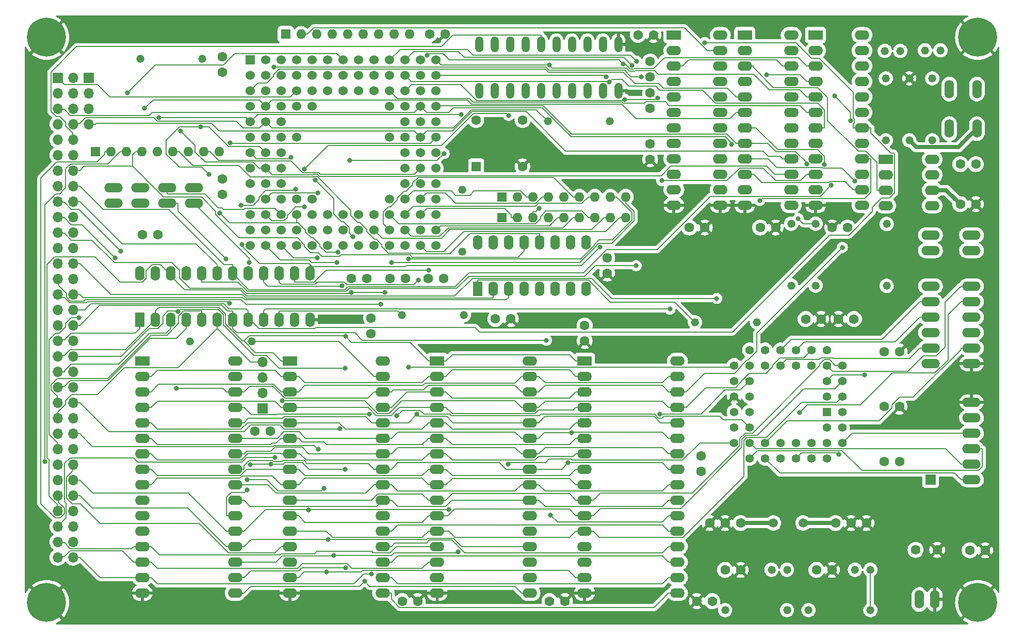
<source format=gbr>
G04 #@! TF.GenerationSoftware,KiCad,Pcbnew,7.0.9*
G04 #@! TF.CreationDate,2023-12-05T20:37:15+00:00*
G04 #@! TF.ProjectId,rosco_m68k,726f7363-6f5f-46d3-9638-6b2e6b696361,030-2.00*
G04 #@! TF.SameCoordinates,Original*
G04 #@! TF.FileFunction,Copper,L1,Top*
G04 #@! TF.FilePolarity,Positive*
%FSLAX46Y46*%
G04 Gerber Fmt 4.6, Leading zero omitted, Abs format (unit mm)*
G04 Created by KiCad (PCBNEW 7.0.9) date 2023-12-05 20:37:15*
%MOMM*%
%LPD*%
G01*
G04 APERTURE LIST*
G04 #@! TA.AperFunction,ComponentPad*
%ADD10R,1.700000X1.700000*%
G04 #@! TD*
G04 #@! TA.AperFunction,ComponentPad*
%ADD11O,1.700000X1.700000*%
G04 #@! TD*
G04 #@! TA.AperFunction,ComponentPad*
%ADD12R,2.400000X1.600000*%
G04 #@! TD*
G04 #@! TA.AperFunction,ComponentPad*
%ADD13O,2.400000X1.600000*%
G04 #@! TD*
G04 #@! TA.AperFunction,ComponentPad*
%ADD14C,6.400000*%
G04 #@! TD*
G04 #@! TA.AperFunction,ComponentPad*
%ADD15O,1.524000X3.048000*%
G04 #@! TD*
G04 #@! TA.AperFunction,ComponentPad*
%ADD16C,1.320800*%
G04 #@! TD*
G04 #@! TA.AperFunction,ComponentPad*
%ADD17C,1.600200*%
G04 #@! TD*
G04 #@! TA.AperFunction,ComponentPad*
%ADD18R,1.422400X1.422400*%
G04 #@! TD*
G04 #@! TA.AperFunction,ComponentPad*
%ADD19C,1.422400*%
G04 #@! TD*
G04 #@! TA.AperFunction,ComponentPad*
%ADD20O,3.048000X1.524000*%
G04 #@! TD*
G04 #@! TA.AperFunction,ComponentPad*
%ADD21C,1.500000*%
G04 #@! TD*
G04 #@! TA.AperFunction,ComponentPad*
%ADD22R,1.600000X1.600000*%
G04 #@! TD*
G04 #@! TA.AperFunction,ComponentPad*
%ADD23C,1.600000*%
G04 #@! TD*
G04 #@! TA.AperFunction,ComponentPad*
%ADD24R,1.600000X2.400000*%
G04 #@! TD*
G04 #@! TA.AperFunction,ComponentPad*
%ADD25O,1.600000X2.400000*%
G04 #@! TD*
G04 #@! TA.AperFunction,ComponentPad*
%ADD26R,1.524000X1.524000*%
G04 #@! TD*
G04 #@! TA.AperFunction,ComponentPad*
%ADD27C,1.524000*%
G04 #@! TD*
G04 #@! TA.AperFunction,ComponentPad*
%ADD28O,1.600000X1.600000*%
G04 #@! TD*
G04 #@! TA.AperFunction,ComponentPad*
%ADD29O,1.320800X2.641600*%
G04 #@! TD*
G04 #@! TA.AperFunction,ViaPad*
%ADD30C,0.800000*%
G04 #@! TD*
G04 #@! TA.AperFunction,Conductor*
%ADD31C,0.152000*%
G04 #@! TD*
G04 #@! TA.AperFunction,Conductor*
%ADD32C,0.650000*%
G04 #@! TD*
G04 APERTURE END LIST*
D10*
X78405000Y-65350000D03*
D11*
X78405000Y-67890000D03*
X78405000Y-70430000D03*
X78405000Y-72970000D03*
D12*
X159800000Y-111823600D03*
D13*
X159800000Y-114363600D03*
X159800000Y-116903600D03*
X159800000Y-119443600D03*
X159800000Y-121983600D03*
X159800000Y-124523600D03*
X159800000Y-127063600D03*
X159800000Y-129603600D03*
X159800000Y-132143600D03*
X159800000Y-134683600D03*
X159800000Y-137223600D03*
X159800000Y-139763600D03*
X159800000Y-142303600D03*
X159800000Y-144843600D03*
X159800000Y-147383600D03*
X159800000Y-149923600D03*
X175040000Y-149923600D03*
X175040000Y-147383600D03*
X175040000Y-144843600D03*
X175040000Y-142303600D03*
X175040000Y-139763600D03*
X175040000Y-137223600D03*
X175040000Y-134683600D03*
X175040000Y-132143600D03*
X175040000Y-129603600D03*
X175040000Y-127063600D03*
X175040000Y-124523600D03*
X175040000Y-121983600D03*
X175040000Y-119443600D03*
X175040000Y-116903600D03*
X175040000Y-114363600D03*
X175040000Y-111823600D03*
D12*
X135600000Y-111823600D03*
D13*
X135600000Y-114363600D03*
X135600000Y-116903600D03*
X135600000Y-119443600D03*
X135600000Y-121983600D03*
X135600000Y-124523600D03*
X135600000Y-127063600D03*
X135600000Y-129603600D03*
X135600000Y-132143600D03*
X135600000Y-134683600D03*
X135600000Y-137223600D03*
X135600000Y-139763600D03*
X135600000Y-142303600D03*
X135600000Y-144843600D03*
X135600000Y-147383600D03*
X135600000Y-149923600D03*
X150840000Y-149923600D03*
X150840000Y-147383600D03*
X150840000Y-144843600D03*
X150840000Y-142303600D03*
X150840000Y-139763600D03*
X150840000Y-137223600D03*
X150840000Y-134683600D03*
X150840000Y-132143600D03*
X150840000Y-129603600D03*
X150840000Y-127063600D03*
X150840000Y-124523600D03*
X150840000Y-121983600D03*
X150840000Y-119443600D03*
X150840000Y-116903600D03*
X150840000Y-114363600D03*
X150840000Y-111823600D03*
D12*
X111400000Y-111823600D03*
D13*
X111400000Y-114363600D03*
X111400000Y-116903600D03*
X111400000Y-119443600D03*
X111400000Y-121983600D03*
X111400000Y-124523600D03*
X111400000Y-127063600D03*
X111400000Y-129603600D03*
X111400000Y-132143600D03*
X111400000Y-134683600D03*
X111400000Y-137223600D03*
X111400000Y-139763600D03*
X111400000Y-142303600D03*
X111400000Y-144843600D03*
X111400000Y-147383600D03*
X111400000Y-149923600D03*
X126640000Y-149923600D03*
X126640000Y-147383600D03*
X126640000Y-144843600D03*
X126640000Y-142303600D03*
X126640000Y-139763600D03*
X126640000Y-137223600D03*
X126640000Y-134683600D03*
X126640000Y-132143600D03*
X126640000Y-129603600D03*
X126640000Y-127063600D03*
X126640000Y-124523600D03*
X126640000Y-121983600D03*
X126640000Y-119443600D03*
X126640000Y-116903600D03*
X126640000Y-114363600D03*
X126640000Y-111823600D03*
D12*
X87200000Y-111823600D03*
D13*
X87200000Y-114363600D03*
X87200000Y-116903600D03*
X87200000Y-119443600D03*
X87200000Y-121983600D03*
X87200000Y-124523600D03*
X87200000Y-127063600D03*
X87200000Y-129603600D03*
X87200000Y-132143600D03*
X87200000Y-134683600D03*
X87200000Y-137223600D03*
X87200000Y-139763600D03*
X87200000Y-142303600D03*
X87200000Y-144843600D03*
X87200000Y-147383600D03*
X87200000Y-149923600D03*
X102440000Y-149923600D03*
X102440000Y-147383600D03*
X102440000Y-144843600D03*
X102440000Y-142303600D03*
X102440000Y-139763600D03*
X102440000Y-137223600D03*
X102440000Y-134683600D03*
X102440000Y-132143600D03*
X102440000Y-129603600D03*
X102440000Y-127063600D03*
X102440000Y-124523600D03*
X102440000Y-121983600D03*
X102440000Y-119443600D03*
X102440000Y-116903600D03*
X102440000Y-114363600D03*
X102440000Y-111823600D03*
D14*
X71500000Y-151500000D03*
X71500000Y-58700000D03*
X224300000Y-151500000D03*
D15*
X219659400Y-73701200D03*
X219659400Y-67198800D03*
X224180600Y-73701200D03*
X224180600Y-67198800D03*
D14*
X224300000Y-58700000D03*
D16*
X163920000Y-72520000D03*
X153760000Y-72520000D03*
D17*
X180306000Y-138443000D03*
X182846000Y-138443000D03*
X185386000Y-138443000D03*
X163495000Y-94930000D03*
X163495000Y-97470000D03*
X100300000Y-81930000D03*
X100300000Y-84470000D03*
X159800000Y-106019000D03*
X159800000Y-108559000D03*
X223005000Y-142925000D03*
X225545000Y-142925000D03*
X87205000Y-91100000D03*
X89745000Y-91100000D03*
X208946000Y-119329500D03*
X211486000Y-119329500D03*
X168547000Y-58300000D03*
X171087000Y-58300000D03*
X176980000Y-89929000D03*
X179520000Y-89929000D03*
X188606700Y-89929000D03*
X191146700Y-89929000D03*
X208946000Y-128363000D03*
X211486000Y-128363000D03*
X214122000Y-142850000D03*
X217678000Y-142850000D03*
D18*
X199572000Y-120199000D03*
D19*
X202112000Y-117659000D03*
X199572000Y-117659000D03*
X202112000Y-115119000D03*
X199572000Y-115119000D03*
X202112000Y-112579000D03*
X199572000Y-110039000D03*
X199572000Y-112579000D03*
X197032000Y-110039000D03*
X197032000Y-112579000D03*
X194492000Y-110039000D03*
X194492000Y-112579000D03*
X191952000Y-110039000D03*
X191952000Y-112579000D03*
X189412000Y-110039000D03*
X189412000Y-112579000D03*
X186872000Y-110039000D03*
X184332000Y-112579000D03*
X186872000Y-112579000D03*
X184332000Y-115119000D03*
X186872000Y-115119000D03*
X184332000Y-117659000D03*
X186872000Y-117659000D03*
X184332000Y-120199000D03*
X186872000Y-120199000D03*
X184332000Y-122739000D03*
X186872000Y-122739000D03*
X184332000Y-125279000D03*
X186872000Y-127819000D03*
X186872000Y-125279000D03*
X189412000Y-127819000D03*
X189412000Y-125279000D03*
X191952000Y-127819000D03*
X191952000Y-125279000D03*
X194492000Y-127819000D03*
X194492000Y-125279000D03*
X197032000Y-127819000D03*
X197032000Y-125279000D03*
X199572000Y-127819000D03*
X202112000Y-125279000D03*
X199572000Y-125279000D03*
X202112000Y-122739000D03*
X199572000Y-122739000D03*
X202112000Y-120199000D03*
D12*
X186076700Y-58324800D03*
D13*
X186076700Y-60864800D03*
X186076700Y-63404800D03*
X186076700Y-65944800D03*
X186076700Y-68484800D03*
X186076700Y-71024800D03*
X186076700Y-73564800D03*
X186076700Y-76104800D03*
X186076700Y-78644800D03*
X186076700Y-81184800D03*
X186076700Y-83724800D03*
X186076700Y-86264800D03*
X193696700Y-86264800D03*
X193696700Y-83724800D03*
X193696700Y-81184800D03*
X193696700Y-78644800D03*
X193696700Y-76104800D03*
X193696700Y-73564800D03*
X193696700Y-71024800D03*
X193696700Y-68484800D03*
X193696700Y-65944800D03*
X193696700Y-63404800D03*
X193696700Y-60864800D03*
X193696700Y-58324800D03*
D20*
X223300000Y-91159000D03*
X223300000Y-93699000D03*
D16*
X211600000Y-60930000D03*
X209060000Y-60930000D03*
X218200000Y-60840000D03*
X215660000Y-60840000D03*
D21*
X190772000Y-138442000D03*
X195652000Y-138442000D03*
D22*
X141990000Y-79910000D03*
D23*
X149610000Y-79910000D03*
X149610000Y-72290000D03*
X141990000Y-72290000D03*
D10*
X73325000Y-65350000D03*
D11*
X75865000Y-65350000D03*
X73325000Y-67890000D03*
X75865000Y-67890000D03*
X73325000Y-70430000D03*
X75865000Y-70430000D03*
X73325000Y-72970000D03*
X75865000Y-72970000D03*
X73325000Y-75510000D03*
X75865000Y-75510000D03*
X73325000Y-78050000D03*
X75865000Y-78050000D03*
X73325000Y-80590000D03*
X75865000Y-80590000D03*
X73325000Y-83130000D03*
X75865000Y-83130000D03*
X73325000Y-85670000D03*
X75865000Y-85670000D03*
X73325000Y-88210000D03*
X75865000Y-88210000D03*
X73325000Y-90750000D03*
X75865000Y-90750000D03*
X73325000Y-93290000D03*
X75865000Y-93290000D03*
X73325000Y-95830000D03*
X75865000Y-95830000D03*
X73325000Y-98370000D03*
X75865000Y-98370000D03*
X73325000Y-100910000D03*
X75865000Y-100910000D03*
X73325000Y-103450000D03*
X75865000Y-103450000D03*
X73325000Y-105990000D03*
X75865000Y-105990000D03*
X73325000Y-108530000D03*
X75865000Y-108530000D03*
X73325000Y-111070000D03*
X75865000Y-111070000D03*
X73325000Y-113610000D03*
X75865000Y-113610000D03*
X73325000Y-116150000D03*
X75865000Y-116150000D03*
X73325000Y-118690000D03*
X75865000Y-118690000D03*
X73325000Y-121230000D03*
X75865000Y-121230000D03*
X73325000Y-123770000D03*
X75865000Y-123770000D03*
X73325000Y-126310000D03*
X75865000Y-126310000D03*
X73325000Y-128850000D03*
X75865000Y-128850000D03*
X73325000Y-131390000D03*
X75865000Y-131390000D03*
X73325000Y-133930000D03*
X75865000Y-133930000D03*
X73325000Y-136470000D03*
X75865000Y-136470000D03*
X73325000Y-139010000D03*
X75865000Y-139010000D03*
X73325000Y-141550000D03*
X75865000Y-141550000D03*
X73325000Y-144090000D03*
X75865000Y-144090000D03*
D16*
X139980000Y-104324000D03*
X129820000Y-104324000D03*
D12*
X174450000Y-58324800D03*
D13*
X174450000Y-60864800D03*
X174450000Y-63404800D03*
X174450000Y-65944800D03*
X174450000Y-68484800D03*
X174450000Y-71024800D03*
X174450000Y-73564800D03*
X174450000Y-76104800D03*
X174450000Y-78644800D03*
X174450000Y-81184800D03*
X174450000Y-83724800D03*
X174450000Y-86264800D03*
X182070000Y-86264800D03*
X182070000Y-83724800D03*
X182070000Y-81184800D03*
X182070000Y-78644800D03*
X182070000Y-76104800D03*
X182070000Y-73564800D03*
X182070000Y-71024800D03*
X182070000Y-68484800D03*
X182070000Y-65944800D03*
X182070000Y-63404800D03*
X182070000Y-60864800D03*
X182070000Y-58324800D03*
D17*
X178918000Y-129962000D03*
X178918000Y-127422000D03*
X124750000Y-107370000D03*
X124750000Y-104830000D03*
X206050000Y-138443000D03*
X203510000Y-138443000D03*
X200970000Y-138443000D03*
X223999000Y-79525000D03*
X221459000Y-79525000D03*
X196069000Y-104952000D03*
X198609000Y-104952000D03*
D20*
X223300000Y-131310000D03*
X223300000Y-128770000D03*
X223300000Y-126230000D03*
X223300000Y-123690000D03*
X223300000Y-121150000D03*
X223300000Y-118610000D03*
D17*
X208946000Y-110296000D03*
X211486000Y-110296000D03*
X145149000Y-104943000D03*
X147689000Y-104943000D03*
D20*
X216564000Y-112258000D03*
X216564000Y-109718000D03*
X216564000Y-107178000D03*
X216564000Y-104638000D03*
X216564000Y-102098000D03*
X216564000Y-99558000D03*
X223300000Y-112258000D03*
X223300000Y-109718000D03*
X223300000Y-107178000D03*
X223300000Y-104638000D03*
X223300000Y-102098000D03*
X223300000Y-99558000D03*
D15*
X214730000Y-151000000D03*
X217270000Y-151000000D03*
D17*
X201455000Y-104952000D03*
X203995000Y-104952000D03*
X100300000Y-64470000D03*
X100300000Y-61930000D03*
X170550000Y-76203000D03*
X170550000Y-78743000D03*
D12*
X209230000Y-78724800D03*
D13*
X209230000Y-81264800D03*
X209230000Y-83804800D03*
X209230000Y-86344800D03*
X216850000Y-86344800D03*
X216850000Y-83804800D03*
X216850000Y-81264800D03*
X216850000Y-78724800D03*
D20*
X216564000Y-91159000D03*
X216564000Y-93699000D03*
D16*
X209362000Y-89353000D03*
X209362000Y-99513000D03*
X213078000Y-65450000D03*
X213078000Y-75610000D03*
X209230000Y-65450000D03*
X209230000Y-75610000D03*
X86870000Y-62200000D03*
X97030000Y-62200000D03*
X216850000Y-65450000D03*
X216850000Y-75610000D03*
D20*
X91296700Y-83430000D03*
X91296700Y-85970000D03*
D16*
X95001000Y-108593000D03*
X105161000Y-108593000D03*
X193006000Y-146120000D03*
X190466000Y-146120000D03*
X206704000Y-146122000D03*
X204164000Y-146122000D03*
X193006000Y-152746000D03*
X182846000Y-152746000D03*
X206704000Y-152746000D03*
X196544000Y-152746000D03*
D20*
X95700000Y-85970000D03*
X95700000Y-83430000D03*
D17*
X221459000Y-86101000D03*
X223999000Y-86101000D03*
X182846000Y-146143000D03*
X185386000Y-146143000D03*
X202959000Y-89929000D03*
X200419000Y-89929000D03*
D12*
X197703300Y-58324800D03*
D13*
X197703300Y-60864800D03*
X197703300Y-63404800D03*
X197703300Y-65944800D03*
X197703300Y-68484800D03*
X197703300Y-71024800D03*
X197703300Y-73564800D03*
X197703300Y-76104800D03*
X197703300Y-78644800D03*
X197703300Y-81184800D03*
X197703300Y-83724800D03*
X197703300Y-86264800D03*
X205323300Y-86264800D03*
X205323300Y-83724800D03*
X205323300Y-81184800D03*
X205323300Y-78644800D03*
X205323300Y-76104800D03*
X205323300Y-73564800D03*
X205323300Y-71024800D03*
X205323300Y-68484800D03*
X205323300Y-65944800D03*
X205323300Y-63404800D03*
X205323300Y-60864800D03*
X205323300Y-58324800D03*
D16*
X197703300Y-89303000D03*
X197703300Y-99463000D03*
D17*
X170550000Y-67810000D03*
X170550000Y-70350000D03*
X170543000Y-62680000D03*
X170543000Y-65220000D03*
D24*
X86787000Y-105081000D03*
D25*
X89327000Y-105081000D03*
X91867000Y-105081000D03*
X94407000Y-105081000D03*
X96947000Y-105081000D03*
X99487000Y-105081000D03*
X102027000Y-105081000D03*
X104567000Y-105081000D03*
X107107000Y-105081000D03*
X109647000Y-105081000D03*
X112187000Y-105081000D03*
X114727000Y-105081000D03*
X114727000Y-97461000D03*
X112187000Y-97461000D03*
X109647000Y-97461000D03*
X107107000Y-97461000D03*
X104567000Y-97461000D03*
X102027000Y-97461000D03*
X99487000Y-97461000D03*
X96947000Y-97461000D03*
X94407000Y-97461000D03*
X91867000Y-97461000D03*
X89327000Y-97461000D03*
X86787000Y-97461000D03*
D10*
X106971000Y-119607000D03*
D11*
X106971000Y-117067000D03*
X106971000Y-114527000D03*
X106971000Y-111987000D03*
D17*
X180750000Y-151263000D03*
X178210000Y-151263000D03*
X154030000Y-151263000D03*
X156570000Y-151263000D03*
X129852000Y-151263000D03*
X132392000Y-151263000D03*
X105701000Y-123400000D03*
X108241000Y-123400000D03*
D16*
X193696700Y-89303000D03*
X193696700Y-99463000D03*
D10*
X216564000Y-131310000D03*
D24*
X142225000Y-100025000D03*
D25*
X144765000Y-100025000D03*
X147305000Y-100025000D03*
X149845000Y-100025000D03*
X152385000Y-100025000D03*
X154925000Y-100025000D03*
X157465000Y-100025000D03*
X160005000Y-100025000D03*
X160005000Y-92405000D03*
X157465000Y-92405000D03*
X154925000Y-92405000D03*
X152385000Y-92405000D03*
X149845000Y-92405000D03*
X147305000Y-92405000D03*
X144765000Y-92405000D03*
X142225000Y-92405000D03*
D16*
X139700000Y-93880000D03*
X139700000Y-83720000D03*
X188080000Y-105500000D03*
X177920000Y-105500000D03*
D17*
X197840000Y-146143000D03*
X200380000Y-146143000D03*
D20*
X82490000Y-83430000D03*
X82490000Y-85970000D03*
D26*
X104930000Y-62420000D03*
D27*
X107470000Y-62420000D03*
X110010000Y-62420000D03*
X112550000Y-62420000D03*
X115090000Y-62420000D03*
X117630000Y-62420000D03*
X120170000Y-62420000D03*
X122710000Y-62420000D03*
X125250000Y-62420000D03*
X127790000Y-62420000D03*
X130330000Y-62420000D03*
X132870000Y-62420000D03*
X135410000Y-62420000D03*
X104930000Y-64960000D03*
X107470000Y-64960000D03*
X110010000Y-64960000D03*
X112550000Y-64960000D03*
X115090000Y-64960000D03*
X117630000Y-64960000D03*
X120170000Y-64960000D03*
X122710000Y-64960000D03*
X125250000Y-64960000D03*
X127790000Y-64960000D03*
X130330000Y-64960000D03*
X132870000Y-64960000D03*
X135410000Y-64960000D03*
X104930000Y-67500000D03*
X107470000Y-67500000D03*
X110010000Y-67500000D03*
X112550000Y-67500000D03*
X115090000Y-67500000D03*
X117630000Y-67500000D03*
X120170000Y-67500000D03*
X122710000Y-67500000D03*
X125250000Y-67500000D03*
X127790000Y-67500000D03*
X130330000Y-67500000D03*
X132870000Y-67500000D03*
X135410000Y-67500000D03*
X104930000Y-70040000D03*
X107470000Y-70040000D03*
X110010000Y-70040000D03*
X112550000Y-70040000D03*
X115090000Y-70040000D03*
X127790000Y-70040000D03*
X130330000Y-70040000D03*
X132870000Y-70040000D03*
X135410000Y-70040000D03*
X104930000Y-72580000D03*
X107470000Y-72580000D03*
X110010000Y-72580000D03*
X130330000Y-72580000D03*
X132870000Y-72580000D03*
X135410000Y-72580000D03*
X104930000Y-75120000D03*
X107470000Y-75120000D03*
X110010000Y-75120000D03*
X112550000Y-75120000D03*
X127790000Y-75120000D03*
X130330000Y-75120000D03*
X132870000Y-75120000D03*
X135410000Y-75120000D03*
X104930000Y-77660000D03*
X107470000Y-77660000D03*
X110010000Y-77660000D03*
X130330000Y-77660000D03*
X132870000Y-77660000D03*
X135410000Y-77660000D03*
X104930000Y-80200000D03*
X107470000Y-80200000D03*
X110010000Y-80200000D03*
X130330000Y-80200000D03*
X132870000Y-80200000D03*
X135410000Y-80200000D03*
X104930000Y-82740000D03*
X107470000Y-82740000D03*
X110010000Y-82740000D03*
X130330000Y-82740000D03*
X132870000Y-82740000D03*
X135410000Y-82740000D03*
X104930000Y-85280000D03*
X107470000Y-85280000D03*
X110010000Y-85280000D03*
X112550000Y-85280000D03*
X115090000Y-85280000D03*
X127790000Y-85280000D03*
X130330000Y-85280000D03*
X132870000Y-85280000D03*
X135410000Y-85280000D03*
X104930000Y-87820000D03*
X107470000Y-87820000D03*
X110010000Y-87820000D03*
X112550000Y-87820000D03*
X115090000Y-87820000D03*
X117630000Y-87820000D03*
X120170000Y-87820000D03*
X122710000Y-87820000D03*
X125250000Y-87820000D03*
X127790000Y-87820000D03*
X130330000Y-87820000D03*
X132870000Y-87820000D03*
X135410000Y-87820000D03*
X104930000Y-90360000D03*
X107470000Y-90360000D03*
X110010000Y-90360000D03*
X112550000Y-90360000D03*
X115090000Y-90360000D03*
X117630000Y-90360000D03*
X120170000Y-90360000D03*
X122710000Y-90360000D03*
X125250000Y-90360000D03*
X127790000Y-90360000D03*
X130330000Y-90360000D03*
X132870000Y-90360000D03*
X135410000Y-90360000D03*
X104930000Y-92900000D03*
X107470000Y-92900000D03*
X110010000Y-92900000D03*
X112550000Y-92900000D03*
X115090000Y-92900000D03*
X117630000Y-92900000D03*
X120170000Y-92900000D03*
X122710000Y-92900000D03*
X125250000Y-92900000D03*
X127790000Y-92900000D03*
X130330000Y-92900000D03*
X132870000Y-92900000D03*
X135410000Y-92900000D03*
D17*
X134366000Y-58166000D03*
X136906000Y-58166000D03*
D22*
X110729000Y-58166000D03*
D28*
X113269000Y-58166000D03*
X115809000Y-58166000D03*
X118349000Y-58166000D03*
X120889000Y-58166000D03*
X123429000Y-58166000D03*
X125969000Y-58166000D03*
X128509000Y-58166000D03*
X131049000Y-58166000D03*
D17*
X134130000Y-98300000D03*
X136670000Y-98300000D03*
D22*
X146225000Y-88300000D03*
D28*
X148765000Y-88300000D03*
X151305000Y-88300000D03*
X153845000Y-88300000D03*
X156385000Y-88300000D03*
X158925000Y-88300000D03*
X161465000Y-88300000D03*
X164005000Y-88300000D03*
X166545000Y-88300000D03*
D17*
X127830000Y-98300000D03*
X130370000Y-98300000D03*
D22*
X146225000Y-84900000D03*
D28*
X148765000Y-84900000D03*
X151305000Y-84900000D03*
X153845000Y-84900000D03*
X156385000Y-84900000D03*
X158925000Y-84900000D03*
X161465000Y-84900000D03*
X164005000Y-84900000D03*
X166545000Y-84900000D03*
D29*
X142470000Y-67510000D03*
X145010000Y-67510000D03*
X147550000Y-67510000D03*
X150090000Y-67510000D03*
X152630000Y-67510000D03*
X155170000Y-67510000D03*
X157710000Y-67510000D03*
X160250000Y-67510000D03*
X162790000Y-67510000D03*
X165330000Y-67510000D03*
X165330000Y-59890000D03*
X162790000Y-59890000D03*
X160250000Y-59890000D03*
X157710000Y-59890000D03*
X155170000Y-59890000D03*
X152630000Y-59890000D03*
X150090000Y-59890000D03*
X147550000Y-59890000D03*
X145010000Y-59890000D03*
X142470000Y-59890000D03*
D22*
X79490000Y-77460000D03*
D28*
X82030000Y-77460000D03*
X84570000Y-77460000D03*
X87110000Y-77460000D03*
X89650000Y-77460000D03*
X92190000Y-77460000D03*
X94730000Y-77460000D03*
X97270000Y-77460000D03*
X99810000Y-77460000D03*
D20*
X86893300Y-83430000D03*
X86893300Y-85970000D03*
D17*
X121530000Y-98300000D03*
X124070000Y-98300000D03*
D30*
X163872199Y-66024685D03*
X98140000Y-81240000D03*
X152292200Y-86787400D03*
X128143100Y-95689600D03*
X130895700Y-95059300D03*
X111619000Y-78371900D03*
X101622300Y-76018600D03*
X136733700Y-77772500D03*
X121265500Y-78930000D03*
X115983300Y-84276200D03*
X147333900Y-71546300D03*
X113800700Y-80346600D03*
X113764600Y-86553100D03*
X100904800Y-95081800D03*
X200815700Y-68370400D03*
X203453100Y-72435700D03*
X205728900Y-114165300D03*
X195087400Y-120337300D03*
X201522500Y-127198000D03*
X104733200Y-95695800D03*
X168245200Y-96200000D03*
X120545700Y-145807100D03*
X123691800Y-148026800D03*
X128948700Y-120860500D03*
X124817800Y-146831200D03*
X130864400Y-112852500D03*
X147221900Y-128756800D03*
X202088400Y-93205900D03*
X92778800Y-116312000D03*
X115618100Y-82164800D03*
X121798400Y-91462600D03*
X120540400Y-107817200D03*
X112400800Y-83634400D03*
X103413900Y-86269700D03*
X84739000Y-67847400D03*
X93028700Y-103706800D03*
X120492800Y-113048200D03*
X119308800Y-94012100D03*
X99872300Y-87556100D03*
X120470400Y-129658000D03*
X108265900Y-128823400D03*
X104946000Y-128905900D03*
X119617400Y-122982200D03*
X119119400Y-95698100D03*
X117044600Y-132767300D03*
X104381100Y-131344600D03*
X117451100Y-146486500D03*
X116078600Y-126358200D03*
X115886600Y-94935500D03*
X114476600Y-136345200D03*
X172122900Y-120528100D03*
X137509000Y-136194500D03*
X117683600Y-141111100D03*
X118633100Y-143755400D03*
X139010800Y-143167400D03*
X199185800Y-79566600D03*
X196230500Y-79485200D03*
X183892200Y-76261700D03*
X204127800Y-82329900D03*
X188535200Y-85479000D03*
X168313700Y-62619800D03*
X101492200Y-102388700D03*
X172470000Y-82248300D03*
X124457100Y-120533400D03*
X167563000Y-63328100D03*
X132270500Y-120606500D03*
X126355100Y-102566700D03*
X157076300Y-128562500D03*
X121517100Y-100568100D03*
X126985300Y-100568100D03*
X153979300Y-63254600D03*
X82739100Y-94930000D03*
X157665400Y-123585200D03*
X166396600Y-68899400D03*
X171770500Y-68650800D03*
X189673900Y-64865700D03*
X83697200Y-93805200D03*
X133974000Y-61641200D03*
X166115300Y-63084500D03*
X163361400Y-65223100D03*
X173800100Y-103319600D03*
X110137900Y-118391200D03*
X109006100Y-127677900D03*
X93508600Y-74114100D03*
X200279700Y-83006000D03*
X134212300Y-96925200D03*
X154205100Y-137125400D03*
X132513800Y-98594800D03*
X119951400Y-99499300D03*
X104367200Y-133011100D03*
X87578100Y-70402000D03*
X108806500Y-63618900D03*
X169045300Y-65169000D03*
X162322800Y-93147100D03*
X103567300Y-92702800D03*
X153520800Y-108442300D03*
X179511300Y-59568900D03*
X89964400Y-71848300D03*
X139572900Y-71359700D03*
X76802300Y-104720000D03*
X194860000Y-88471100D03*
X71254600Y-128319000D03*
X181474400Y-101578400D03*
X96798700Y-73413300D03*
D31*
X109006100Y-127677900D02*
X104340600Y-127677900D01*
X104340600Y-127677900D02*
X103577600Y-128440900D01*
X103577600Y-128440900D02*
X86440900Y-128440900D01*
X86440900Y-128440900D02*
X85770000Y-127770000D01*
X74445800Y-128655100D02*
X74445800Y-134900100D01*
X85770000Y-127770000D02*
X75330900Y-127770000D01*
X75330900Y-127770000D02*
X74445800Y-128655100D01*
X74445800Y-134900100D02*
X74724900Y-135179200D01*
X74724900Y-135179200D02*
X74724900Y-137610100D01*
X74724900Y-137610100D02*
X73325000Y-139010000D01*
X74403900Y-143978200D02*
X73436800Y-143978200D01*
X73436800Y-143978200D02*
X73325000Y-144090000D01*
X74403900Y-141661800D02*
X73436800Y-141661800D01*
X73436800Y-141661800D02*
X73325000Y-141550000D01*
X73213200Y-135391100D02*
X73213200Y-136358200D01*
X73213200Y-136358200D02*
X73325000Y-136470000D01*
X73435800Y-135008900D02*
X73435800Y-134040800D01*
X73435800Y-134040800D02*
X73325000Y-133930000D01*
X75730100Y-129928900D02*
X75730100Y-128984900D01*
X75730100Y-128984900D02*
X75865000Y-128850000D01*
X73213200Y-125231100D02*
X73213200Y-126198200D01*
X73213200Y-126198200D02*
X73325000Y-126310000D01*
X73213200Y-117611100D02*
X73213200Y-118578200D01*
X73213200Y-118578200D02*
X73325000Y-118690000D01*
X74403900Y-116015000D02*
X73460000Y-116015000D01*
X73460000Y-116015000D02*
X73325000Y-116150000D01*
X74403900Y-110935000D02*
X73460000Y-110935000D01*
X73460000Y-110935000D02*
X73325000Y-111070000D01*
X74403900Y-108418200D02*
X73436800Y-108418200D01*
X73436800Y-108418200D02*
X73325000Y-108530000D01*
X74403900Y-101463500D02*
X73878500Y-101463500D01*
X73878500Y-101463500D02*
X73325000Y-100910000D01*
X73459900Y-99448900D02*
X73459900Y-98504900D01*
X73459900Y-98504900D02*
X73325000Y-98370000D01*
X74403900Y-90861800D02*
X73436800Y-90861800D01*
X73436800Y-90861800D02*
X73325000Y-90750000D01*
X74403900Y-88321800D02*
X73436800Y-88321800D01*
X73436800Y-88321800D02*
X73325000Y-88210000D01*
X74403900Y-85781800D02*
X73436800Y-85781800D01*
X73436800Y-85781800D02*
X73325000Y-85670000D01*
X74403900Y-90861800D02*
X75562100Y-92020000D01*
X75753200Y-74431100D02*
X75753200Y-75398200D01*
X75753200Y-75398200D02*
X75865000Y-75510000D01*
X76943900Y-72858200D02*
X75976800Y-72858200D01*
X75976800Y-72858200D02*
X75865000Y-72970000D01*
X74403900Y-70541800D02*
X73436800Y-70541800D01*
X73436800Y-70541800D02*
X73325000Y-70430000D01*
X112550000Y-67500000D02*
X111554800Y-68495200D01*
X111554800Y-68495200D02*
X81885900Y-68495200D01*
X79819600Y-66428900D02*
X74403900Y-66428900D01*
X74403900Y-66428900D02*
X73325000Y-65350000D01*
X81885900Y-68495200D02*
X79819600Y-66428900D01*
X130330000Y-64960000D02*
X131330500Y-65960500D01*
X131330500Y-65960500D02*
X163808014Y-65960500D01*
X163808014Y-65960500D02*
X163872199Y-66024685D01*
X164282084Y-65614800D02*
X163872199Y-66024685D01*
X164758000Y-65614800D02*
X164282084Y-65614800D01*
X104733200Y-95695800D02*
X104733200Y-95003200D01*
X104733200Y-95003200D02*
X95700000Y-85970000D01*
X96933800Y-80033800D02*
X98140000Y-81240000D01*
X94504500Y-80033800D02*
X96933800Y-80033800D01*
D32*
X213078000Y-75610000D02*
X214214400Y-76746400D01*
X214214400Y-76746400D02*
X221135400Y-76746400D01*
X221135400Y-76746400D02*
X224180600Y-73701200D01*
X216850000Y-83804800D02*
X219162800Y-83804800D01*
X219162800Y-83804800D02*
X221459000Y-86101000D01*
X190772000Y-138442000D02*
X185387000Y-138442000D01*
X185387000Y-138442000D02*
X185386000Y-138443000D01*
X195652000Y-138442000D02*
X200969000Y-138442000D01*
X200969000Y-138442000D02*
X200970000Y-138443000D01*
D31*
X151305000Y-88300000D02*
X151305000Y-87271100D01*
X151808500Y-87271100D02*
X152292200Y-86787400D01*
X151305000Y-87271100D02*
X151808500Y-87271100D01*
X136122900Y-89647100D02*
X135410000Y-90360000D01*
X154009000Y-89647100D02*
X136122900Y-89647100D01*
X155356100Y-88300000D02*
X154009000Y-89647100D01*
X156385000Y-88300000D02*
X155356100Y-88300000D01*
X151305000Y-84900000D02*
X150276100Y-84900000D01*
X131680300Y-83929700D02*
X130330000Y-85280000D01*
X137906400Y-83929700D02*
X131680300Y-83929700D01*
X138606800Y-84630100D02*
X137906400Y-83929700D01*
X140936200Y-84630100D02*
X138606800Y-84630100D01*
X141695200Y-83871100D02*
X140936200Y-84630100D01*
X149247200Y-83871100D02*
X141695200Y-83871100D01*
X150276100Y-84900000D02*
X149247200Y-83871100D01*
X161465000Y-84900000D02*
X160436100Y-84900000D01*
X131688800Y-86461200D02*
X130330000Y-87820000D01*
X151700100Y-86461200D02*
X131688800Y-86461200D01*
X152184500Y-85976800D02*
X151700100Y-86461200D01*
X159359300Y-85976800D02*
X152184500Y-85976800D01*
X160436100Y-84900000D02*
X159359300Y-85976800D01*
X158925000Y-88300000D02*
X157896100Y-88300000D01*
X131335200Y-91365200D02*
X130330000Y-90360000D01*
X135984200Y-91365200D02*
X131335200Y-91365200D01*
X137383800Y-89965600D02*
X135984200Y-91365200D01*
X156230500Y-89965600D02*
X137383800Y-89965600D01*
X157896100Y-88300000D02*
X156230500Y-89965600D01*
X161465000Y-88300000D02*
X160436100Y-88300000D01*
X129298900Y-89328900D02*
X127790000Y-87820000D01*
X151739700Y-89328900D02*
X129298900Y-89328900D01*
X152575000Y-88493600D02*
X151739700Y-89328900D01*
X152575000Y-88114600D02*
X152575000Y-88493600D01*
X153446100Y-87243500D02*
X152575000Y-88114600D01*
X159379600Y-87243500D02*
X153446100Y-87243500D01*
X160436100Y-88300000D02*
X159379600Y-87243500D01*
X126786800Y-89356800D02*
X127790000Y-90360000D01*
X126786800Y-87402800D02*
X126786800Y-89356800D01*
X127639600Y-86550000D02*
X126786800Y-87402800D01*
X127940500Y-86550000D02*
X127639600Y-86550000D01*
X129060100Y-85430400D02*
X127940500Y-86550000D01*
X129060100Y-85129500D02*
X129060100Y-85430400D01*
X130179600Y-84010000D02*
X129060100Y-85129500D01*
X130488100Y-84010000D02*
X130179600Y-84010000D01*
X131600100Y-82898000D02*
X130488100Y-84010000D01*
X131600100Y-82594600D02*
X131600100Y-82898000D01*
X132472300Y-81722400D02*
X131600100Y-82594600D01*
X154718500Y-81722400D02*
X132472300Y-81722400D01*
X157896100Y-84900000D02*
X154718500Y-81722400D01*
X158925000Y-84900000D02*
X157896100Y-84900000D01*
X166545000Y-84900000D02*
X166545000Y-85928900D01*
X159012100Y-95689600D02*
X128143100Y-95689600D01*
X161693900Y-93007800D02*
X159012100Y-95689600D01*
X161693900Y-92886700D02*
X161693900Y-93007800D01*
X162062400Y-92518200D02*
X161693900Y-92886700D01*
X164224200Y-92518200D02*
X162062400Y-92518200D01*
X167903200Y-88839200D02*
X164224200Y-92518200D01*
X167903200Y-87287100D02*
X167903200Y-88839200D01*
X166545000Y-85928900D02*
X167903200Y-87287100D01*
X133887400Y-84262600D02*
X132870000Y-85280000D01*
X136952900Y-84262600D02*
X133887400Y-84262600D01*
X138619200Y-85928900D02*
X136952900Y-84262600D01*
X151787200Y-85928900D02*
X138619200Y-85928900D01*
X152816100Y-84900000D02*
X151787200Y-85928900D01*
X153845000Y-84900000D02*
X152816100Y-84900000D01*
X148765000Y-88300000D02*
X147736100Y-88300000D01*
X147736100Y-87887500D02*
X147736100Y-88300000D01*
X146620900Y-86772300D02*
X147736100Y-87887500D01*
X133917700Y-86772300D02*
X146620900Y-86772300D01*
X132870000Y-87820000D02*
X133917700Y-86772300D01*
X166545000Y-88300000D02*
X165516100Y-88300000D01*
X163216600Y-90599500D02*
X165516100Y-88300000D01*
X139944200Y-90599500D02*
X163216600Y-90599500D01*
X136636400Y-93907300D02*
X139944200Y-90599500D01*
X133877300Y-93907300D02*
X136636400Y-93907300D01*
X132870000Y-92900000D02*
X133877300Y-93907300D01*
X164005000Y-84900000D02*
X165033900Y-84900000D01*
X130953300Y-95116900D02*
X130895700Y-95059300D01*
X159148200Y-95116900D02*
X130953300Y-95116900D01*
X161389000Y-92876100D02*
X159148200Y-95116900D01*
X161389000Y-92760400D02*
X161389000Y-92876100D01*
X162158200Y-91991200D02*
X161389000Y-92760400D01*
X164313400Y-91991200D02*
X162158200Y-91991200D01*
X167585500Y-88719100D02*
X164313400Y-91991200D01*
X167585500Y-87451600D02*
X167585500Y-88719100D01*
X165033900Y-84900000D02*
X167585500Y-87451600D01*
X126572200Y-91682200D02*
X125250000Y-90360000D01*
X136312700Y-91682200D02*
X126572200Y-91682200D01*
X137712500Y-90282400D02*
X136312700Y-91682200D01*
X160993700Y-90282400D02*
X137712500Y-90282400D01*
X162976100Y-88300000D02*
X160993700Y-90282400D01*
X164005000Y-88300000D02*
X162976100Y-88300000D01*
X105952200Y-78682200D02*
X104930000Y-77660000D01*
X111308700Y-78682200D02*
X105952200Y-78682200D01*
X111619000Y-78371900D02*
X111308700Y-78682200D01*
X101714600Y-76110900D02*
X101622300Y-76018600D01*
X134419100Y-76110900D02*
X101714600Y-76110900D01*
X135410000Y-75120000D02*
X134419100Y-76110900D01*
X108473800Y-84276200D02*
X107470000Y-85280000D01*
X115983300Y-84276200D02*
X108473800Y-84276200D01*
X135576200Y-78930000D02*
X121265500Y-78930000D01*
X136733700Y-77772500D02*
X135576200Y-78930000D01*
X97270000Y-77460000D02*
X98298900Y-77460000D01*
X99743100Y-78904200D02*
X98298900Y-77460000D01*
X105466800Y-78904200D02*
X99743100Y-78904200D01*
X105582500Y-79019900D02*
X105466800Y-78904200D01*
X111584700Y-79019900D02*
X105582500Y-79019900D01*
X113540300Y-80975500D02*
X111584700Y-79019900D01*
X114238700Y-80975500D02*
X113540300Y-80975500D01*
X114288100Y-80926100D02*
X114238700Y-80975500D01*
X116131200Y-80926100D02*
X114288100Y-80926100D01*
X116396000Y-81190900D02*
X116131200Y-80926100D01*
X131872800Y-81190900D02*
X116396000Y-81190900D01*
X132863700Y-80200000D02*
X131872800Y-81190900D01*
X132870000Y-80200000D02*
X132863700Y-80200000D01*
X147018500Y-71230900D02*
X147333900Y-71546300D01*
X141552000Y-71230900D02*
X147018500Y-71230900D01*
X136347900Y-76435000D02*
X141552000Y-71230900D01*
X117712300Y-76435000D02*
X136347900Y-76435000D01*
X113800700Y-80346600D02*
X117712300Y-76435000D01*
X108490200Y-88840200D02*
X107470000Y-87820000D01*
X110437000Y-88840200D02*
X108490200Y-88840200D01*
X111000900Y-88276300D02*
X110437000Y-88840200D01*
X111000900Y-87937800D02*
X111000900Y-88276300D01*
X112385600Y-86553100D02*
X111000900Y-87937800D01*
X113764600Y-86553100D02*
X112385600Y-86553100D01*
X144712700Y-101506200D02*
X144765000Y-101453900D01*
X104202500Y-101506200D02*
X144712700Y-101506200D01*
X103641800Y-100945500D02*
X104202500Y-101506200D01*
X82059400Y-100945500D02*
X103641800Y-100945500D01*
X76943900Y-95830000D02*
X82059400Y-100945500D01*
X75865000Y-95830000D02*
X76943900Y-95830000D01*
X144765000Y-100025000D02*
X144765000Y-101453900D01*
X75865000Y-100910000D02*
X76943900Y-100910000D01*
X147305000Y-100025000D02*
X147305000Y-101453900D01*
X146943600Y-101815300D02*
X147305000Y-101453900D01*
X104049000Y-101815300D02*
X146943600Y-101815300D01*
X103635800Y-101402100D02*
X104049000Y-101815300D01*
X77436000Y-101402100D02*
X103635800Y-101402100D01*
X76943900Y-100910000D02*
X77436000Y-101402100D01*
X92190000Y-77460000D02*
X93218900Y-77460000D01*
X152385000Y-92405000D02*
X152385000Y-90976100D01*
X95489300Y-79730400D02*
X93218900Y-77460000D01*
X103059100Y-79730400D02*
X95489300Y-79730400D01*
X104924500Y-81595800D02*
X103059100Y-79730400D01*
X115297800Y-81595800D02*
X104924500Y-81595800D01*
X115357700Y-81535900D02*
X115297800Y-81595800D01*
X115878600Y-81535900D02*
X115357700Y-81535900D01*
X121440100Y-87097400D02*
X115878600Y-81535900D01*
X121440100Y-87970500D02*
X121440100Y-87097400D01*
X122559600Y-89090000D02*
X121440100Y-87970500D01*
X122888500Y-89090000D02*
X122559600Y-89090000D01*
X124072900Y-90274400D02*
X122888500Y-89090000D01*
X124072900Y-90636100D02*
X124072900Y-90274400D01*
X125345900Y-91909100D02*
X124072900Y-90636100D01*
X125663900Y-91909100D02*
X125345900Y-91909100D01*
X126520100Y-92765300D02*
X125663900Y-91909100D01*
X126520100Y-93046300D02*
X126520100Y-92765300D01*
X127597700Y-94123900D02*
X126520100Y-93046300D01*
X131349000Y-94123900D02*
X127597700Y-94123900D01*
X131455300Y-94230200D02*
X131349000Y-94123900D01*
X137691900Y-94230200D02*
X131455300Y-94230200D01*
X140946000Y-90976100D02*
X137691900Y-94230200D01*
X152385000Y-90976100D02*
X140946000Y-90976100D01*
X87110000Y-77460000D02*
X86081100Y-77460000D01*
X85582900Y-77958200D02*
X86081100Y-77460000D01*
X85582900Y-79884400D02*
X85582900Y-77958200D01*
X77649500Y-79884400D02*
X76943900Y-80590000D01*
X85582900Y-79884400D02*
X77649500Y-79884400D01*
X75865000Y-80590000D02*
X76943900Y-80590000D01*
X149845000Y-92405000D02*
X149845000Y-93833900D01*
X90664200Y-84965700D02*
X85582900Y-79884400D01*
X96927900Y-84965700D02*
X90664200Y-84965700D01*
X99243400Y-87281200D02*
X96927900Y-84965700D01*
X99243400Y-87816500D02*
X99243400Y-87281200D01*
X103056900Y-91630000D02*
X99243400Y-87816500D01*
X112691300Y-91630000D02*
X103056900Y-91630000D01*
X113820100Y-92758800D02*
X112691300Y-91630000D01*
X113820100Y-93041500D02*
X113820100Y-92758800D01*
X114847700Y-94069100D02*
X113820100Y-93041500D01*
X116099000Y-94069100D02*
X114847700Y-94069100D01*
X116670900Y-94641000D02*
X116099000Y-94069100D01*
X119569300Y-94641000D02*
X116670900Y-94641000D01*
X119780100Y-94430200D02*
X119569300Y-94641000D01*
X131156200Y-94430200D02*
X119780100Y-94430200D01*
X131515900Y-94789900D02*
X131156200Y-94430200D01*
X148889000Y-94789900D02*
X131515900Y-94789900D01*
X149845000Y-93833900D02*
X148889000Y-94789900D01*
X174607300Y-102187300D02*
X177920000Y-105500000D01*
X164022400Y-102187300D02*
X174607300Y-102187300D01*
X160431200Y-98596100D02*
X164022400Y-102187300D01*
X142225000Y-98596100D02*
X160431200Y-98596100D01*
X142225000Y-100025000D02*
X142225000Y-98596100D01*
X91296700Y-85970000D02*
X93049600Y-85970000D01*
X93049600Y-87226600D02*
X93049600Y-85970000D01*
X100904800Y-95081800D02*
X93049600Y-87226600D01*
X119440500Y-108593000D02*
X125211100Y-114363600D01*
X105161000Y-108593000D02*
X119440500Y-108593000D01*
X126640000Y-114363600D02*
X125211100Y-114363600D01*
X102440000Y-132143600D02*
X103868900Y-132143600D01*
X125925600Y-132143600D02*
X125211100Y-132143600D01*
X150840000Y-132143600D02*
X152268900Y-132143600D01*
X175040000Y-132143600D02*
X173611100Y-132143600D01*
X153309800Y-133184500D02*
X152268900Y-132143600D01*
X172570200Y-133184500D02*
X153309800Y-133184500D01*
X173611100Y-132143600D02*
X172570200Y-133184500D01*
X150840000Y-132143600D02*
X149411100Y-132143600D01*
X126640000Y-132143600D02*
X125925600Y-132143600D01*
X148382200Y-133172500D02*
X149411100Y-132143600D01*
X129097800Y-133172500D02*
X148382200Y-133172500D01*
X128068900Y-132143600D02*
X129097800Y-133172500D01*
X126640000Y-132143600D02*
X128068900Y-132143600D01*
X123854000Y-133500700D02*
X125211100Y-132143600D01*
X109177700Y-133500700D02*
X123854000Y-133500700D01*
X107820600Y-132143600D02*
X109177700Y-133500700D01*
X103868900Y-132143600D02*
X107820600Y-132143600D01*
X209230000Y-83804800D02*
X207801100Y-83804800D01*
X186076700Y-63404800D02*
X187505600Y-63404800D01*
X207801100Y-79223300D02*
X207801100Y-83804800D01*
X205952600Y-77374800D02*
X207801100Y-79223300D01*
X204703800Y-77374800D02*
X205952600Y-77374800D01*
X199685200Y-72356200D02*
X204703800Y-77374800D01*
X199685200Y-68576100D02*
X199685200Y-72356200D01*
X198084300Y-66975200D02*
X199685200Y-68576100D01*
X190794300Y-66975200D02*
X198084300Y-66975200D01*
X187505600Y-63686500D02*
X190794300Y-66975200D01*
X187505600Y-63404800D02*
X187505600Y-63686500D01*
X216564000Y-109718000D02*
X214811100Y-109718000D01*
X192917000Y-111614000D02*
X191952000Y-112579000D01*
X198267100Y-111614000D02*
X192917000Y-111614000D01*
X198573500Y-111307600D02*
X198267100Y-111614000D01*
X200483800Y-111307600D02*
X198573500Y-111307600D01*
X200561500Y-111385300D02*
X200483800Y-111307600D01*
X213143800Y-111385300D02*
X200561500Y-111385300D01*
X214811100Y-109718000D02*
X213143800Y-111385300D01*
X203453100Y-71007800D02*
X203453100Y-72435700D01*
X200815700Y-68370400D02*
X203453100Y-71007800D01*
X223300000Y-109718000D02*
X221547100Y-109718000D01*
X221547100Y-109950900D02*
X221547100Y-109718000D01*
X213730600Y-117767400D02*
X221547100Y-109950900D01*
X211524900Y-117767400D02*
X213730600Y-117767400D01*
X210216100Y-119076200D02*
X211524900Y-117767400D01*
X210216100Y-119556800D02*
X210216100Y-119076200D01*
X208109000Y-121663900D02*
X210216100Y-119556800D01*
X193027100Y-121663900D02*
X208109000Y-121663900D01*
X189412000Y-125279000D02*
X193027100Y-121663900D01*
X200525700Y-114165300D02*
X205728900Y-114165300D01*
X199572000Y-115119000D02*
X200525700Y-114165300D01*
X195813700Y-108717300D02*
X194492000Y-110039000D01*
X210731800Y-108717300D02*
X195813700Y-108717300D01*
X214811100Y-104638000D02*
X210731800Y-108717300D01*
X216564000Y-104638000D02*
X214811100Y-104638000D01*
X193697300Y-108293700D02*
X191952000Y-110039000D01*
X208615400Y-108293700D02*
X193697300Y-108293700D01*
X214811100Y-102098000D02*
X208615400Y-108293700D01*
X216564000Y-102098000D02*
X214811100Y-102098000D01*
X188122100Y-126568900D02*
X186872000Y-127819000D01*
X202052400Y-126568900D02*
X188122100Y-126568900D01*
X205320400Y-129836900D02*
X202052400Y-126568900D01*
X224426400Y-129836900D02*
X205320400Y-129836900D01*
X225052900Y-129210400D02*
X224426400Y-129836900D01*
X225052900Y-126230000D02*
X225052900Y-129210400D01*
X223300000Y-126230000D02*
X225052900Y-126230000D01*
X223300000Y-128770000D02*
X221547100Y-128770000D01*
X187853400Y-126260400D02*
X186872000Y-125279000D01*
X219037500Y-126260400D02*
X187853400Y-126260400D01*
X221547100Y-128770000D02*
X219037500Y-126260400D01*
X223300000Y-99558000D02*
X221547100Y-99558000D01*
X200521500Y-113528500D02*
X199572000Y-112579000D01*
X212856300Y-113528500D02*
X200521500Y-113528500D01*
X215396800Y-110988000D02*
X212856300Y-113528500D01*
X217528700Y-110988000D02*
X215396800Y-110988000D01*
X218950400Y-109566300D02*
X217528700Y-110988000D01*
X218950400Y-102154700D02*
X218950400Y-109566300D01*
X221547100Y-99558000D02*
X218950400Y-102154700D01*
X203701000Y-123690000D02*
X202112000Y-125279000D01*
X223300000Y-123690000D02*
X203701000Y-123690000D01*
X191824100Y-130231100D02*
X189412000Y-127819000D01*
X220468200Y-130231100D02*
X191824100Y-130231100D01*
X221547100Y-131310000D02*
X220468200Y-130231100D01*
X223300000Y-131310000D02*
X221547100Y-131310000D01*
X223300000Y-102098000D02*
X221547100Y-102098000D01*
X219428400Y-104216700D02*
X221547100Y-102098000D01*
X219428400Y-111638400D02*
X219428400Y-104216700D01*
X217233400Y-113833400D02*
X219428400Y-111638400D01*
X210278900Y-113833400D02*
X217233400Y-113833400D01*
X205072000Y-119040300D02*
X210278900Y-113833400D01*
X196384400Y-119040300D02*
X205072000Y-119040300D01*
X195087400Y-120337300D02*
X196384400Y-119040300D01*
X201202000Y-126877500D02*
X201522500Y-127198000D01*
X195433500Y-126877500D02*
X201202000Y-126877500D01*
X194492000Y-127819000D02*
X195433500Y-126877500D01*
X109647000Y-105081000D02*
X109647000Y-103652100D01*
X129148100Y-103652100D02*
X129820000Y-104324000D01*
X109647000Y-103652100D02*
X129148100Y-103652100D01*
X193696700Y-63404800D02*
X192267800Y-63404800D01*
X174450000Y-63404800D02*
X175878900Y-63404800D01*
X191238900Y-62375900D02*
X192267800Y-63404800D01*
X176907800Y-62375900D02*
X191238900Y-62375900D01*
X175878900Y-63404800D02*
X176907800Y-62375900D01*
X96947000Y-97461000D02*
X96947000Y-98889900D01*
X161545700Y-96200000D02*
X168245200Y-96200000D01*
X159776300Y-97969400D02*
X161545700Y-96200000D01*
X140785600Y-97969400D02*
X159776300Y-97969400D01*
X138815800Y-99939200D02*
X140785600Y-97969400D01*
X121165900Y-99939200D02*
X138815800Y-99939200D01*
X120672000Y-100433100D02*
X121165900Y-99939200D01*
X104454500Y-100433100D02*
X120672000Y-100433100D01*
X102911300Y-98889900D02*
X104454500Y-100433100D01*
X96947000Y-98889900D02*
X102911300Y-98889900D01*
X102440000Y-147383600D02*
X103868900Y-147383600D01*
X113345700Y-145807100D02*
X120545700Y-145807100D01*
X112863000Y-146289800D02*
X113345700Y-145807100D01*
X104962700Y-146289800D02*
X112863000Y-146289800D01*
X103868900Y-147383600D02*
X104962700Y-146289800D01*
X102440000Y-149923600D02*
X103868900Y-149923600D01*
X150840000Y-149923600D02*
X149411100Y-149923600D01*
X148302500Y-148815000D02*
X149411100Y-149923600D01*
X124480000Y-148815000D02*
X148302500Y-148815000D01*
X123691800Y-148026800D02*
X124480000Y-148815000D01*
X122887000Y-148831600D02*
X123691800Y-148026800D01*
X104960900Y-148831600D02*
X122887000Y-148831600D01*
X103868900Y-149923600D02*
X104960900Y-148831600D01*
X75865000Y-144090000D02*
X76943900Y-144090000D01*
X80237500Y-147383600D02*
X87200000Y-147383600D01*
X76943900Y-144090000D02*
X80237500Y-147383600D01*
X87200000Y-147383600D02*
X88628900Y-147383600D01*
X123515000Y-146831200D02*
X124817800Y-146831200D01*
X121932200Y-148414000D02*
X123515000Y-146831200D01*
X89659300Y-148414000D02*
X121932200Y-148414000D01*
X88628900Y-147383600D02*
X89659300Y-148414000D01*
X129858500Y-119950700D02*
X128948700Y-120860500D01*
X132798000Y-119950700D02*
X129858500Y-119950700D01*
X133453800Y-120606500D02*
X132798000Y-119950700D01*
X137705100Y-120606500D02*
X133453800Y-120606500D01*
X137899700Y-120801100D02*
X137705100Y-120606500D01*
X152373200Y-120801100D02*
X137899700Y-120801100D01*
X152568100Y-120606200D02*
X152373200Y-120801100D01*
X171310200Y-120606200D02*
X152568100Y-120606200D01*
X171914000Y-121210000D02*
X171310200Y-120606200D01*
X172491200Y-121210000D02*
X171914000Y-121210000D01*
X172779800Y-120921400D02*
X172491200Y-121210000D01*
X181960900Y-120921400D02*
X172779800Y-120921400D01*
X182508500Y-121469000D02*
X181960900Y-120921400D01*
X185602000Y-121469000D02*
X182508500Y-121469000D01*
X186872000Y-122739000D02*
X185602000Y-121469000D01*
X184058500Y-112852500D02*
X130864400Y-112852500D01*
X184332000Y-112579000D02*
X184058500Y-112852500D01*
X75398400Y-142983700D02*
X74403900Y-143978200D01*
X83911200Y-142983700D02*
X75398400Y-142983700D01*
X85771100Y-144843600D02*
X83911200Y-142983700D01*
X87200000Y-144843600D02*
X85771100Y-144843600D01*
X89682700Y-145897400D02*
X88628900Y-144843600D01*
X112672800Y-145897400D02*
X89682700Y-145897400D01*
X113431900Y-145138300D02*
X112672800Y-145897400D01*
X120812100Y-145138300D02*
X113431900Y-145138300D01*
X121557900Y-145884100D02*
X120812100Y-145138300D01*
X133130600Y-145884100D02*
X121557900Y-145884100D01*
X134171100Y-144843600D02*
X133130600Y-145884100D01*
X135600000Y-144843600D02*
X134171100Y-144843600D01*
X87200000Y-144843600D02*
X88628900Y-144843600D01*
X75393400Y-142651300D02*
X74403900Y-141661800D01*
X85423400Y-142651300D02*
X75393400Y-142651300D01*
X85771100Y-142303600D02*
X85423400Y-142651300D01*
X87200000Y-142303600D02*
X85771100Y-142303600D01*
X135600000Y-142303600D02*
X134171100Y-142303600D01*
X87200000Y-142303600D02*
X88628900Y-142303600D01*
X178703400Y-125279000D02*
X184332000Y-125279000D01*
X175871700Y-128110700D02*
X178703400Y-125279000D01*
X157723400Y-128110700D02*
X175871700Y-128110700D01*
X157533000Y-127920300D02*
X157723400Y-128110700D01*
X153972500Y-127920300D02*
X157533000Y-127920300D01*
X153406800Y-128486000D02*
X153972500Y-127920300D01*
X147492700Y-128486000D02*
X153406800Y-128486000D01*
X147221900Y-128756800D02*
X147492700Y-128486000D01*
X89997300Y-143672000D02*
X88628900Y-142303600D01*
X109844800Y-143672000D02*
X89997300Y-143672000D01*
X110022200Y-143494600D02*
X109844800Y-143672000D01*
X115476300Y-143494600D02*
X110022200Y-143494600D01*
X115844400Y-143126500D02*
X115476300Y-143494600D01*
X124874600Y-143126500D02*
X115844400Y-143126500D01*
X125084700Y-143336600D02*
X124874600Y-143126500D01*
X127857600Y-143336600D02*
X125084700Y-143336600D01*
X128890600Y-142303600D02*
X127857600Y-143336600D01*
X134171100Y-142303600D02*
X128890600Y-142303600D01*
X157341500Y-131114000D02*
X158371100Y-132143600D01*
X138058500Y-131114000D02*
X157341500Y-131114000D01*
X137028900Y-132143600D02*
X138058500Y-131114000D01*
X159800000Y-132143600D02*
X158371100Y-132143600D01*
X111400000Y-132143600D02*
X109971100Y-132143600D01*
X87200000Y-132143600D02*
X88628900Y-132143600D01*
X136314500Y-132143600D02*
X137028900Y-132143600D01*
X136314500Y-132143600D02*
X135600000Y-132143600D01*
X135600000Y-132143600D02*
X134171100Y-132143600D01*
X111400000Y-132143600D02*
X112828900Y-132143600D01*
X89671700Y-131100800D02*
X88628900Y-132143600D01*
X103258500Y-131100800D02*
X89671700Y-131100800D01*
X103643600Y-130715700D02*
X103258500Y-131100800D01*
X108543200Y-130715700D02*
X103643600Y-130715700D01*
X109971100Y-132143600D02*
X108543200Y-130715700D01*
X133134500Y-131107000D02*
X134171100Y-132143600D01*
X113865500Y-131107000D02*
X133134500Y-131107000D01*
X112828900Y-132143600D02*
X113865500Y-131107000D01*
X157342200Y-130632500D02*
X158371100Y-129603600D01*
X138057800Y-130632500D02*
X157342200Y-130632500D01*
X137028900Y-129603600D02*
X138057800Y-130632500D01*
X159800000Y-129603600D02*
X158371100Y-129603600D01*
X136314500Y-129603600D02*
X137028900Y-129603600D01*
X104324500Y-129603600D02*
X109971100Y-129603600D01*
X103283400Y-130644700D02*
X104324500Y-129603600D01*
X89670000Y-130644700D02*
X103283400Y-130644700D01*
X88628900Y-129603600D02*
X89670000Y-130644700D01*
X87200000Y-129603600D02*
X88628900Y-129603600D01*
X111400000Y-129603600D02*
X109971100Y-129603600D01*
X136314500Y-129603600D02*
X135600000Y-129603600D01*
X113872900Y-130647600D02*
X112828900Y-129603600D01*
X133127100Y-130647600D02*
X113872900Y-130647600D01*
X134171100Y-129603600D02*
X133127100Y-130647600D01*
X135600000Y-129603600D02*
X134171100Y-129603600D01*
X111400000Y-129603600D02*
X112828900Y-129603600D01*
X175040000Y-116903600D02*
X176468900Y-116903600D01*
X172564900Y-115857400D02*
X173611100Y-116903600D01*
X153315100Y-115857400D02*
X172564900Y-115857400D01*
X152268900Y-116903600D02*
X153315100Y-115857400D01*
X150840000Y-116903600D02*
X152268900Y-116903600D01*
X175040000Y-116903600D02*
X173611100Y-116903600D01*
X188034600Y-107259700D02*
X202088400Y-93205900D01*
X188034600Y-110225100D02*
X188034600Y-107259700D01*
X186620800Y-111638900D02*
X188034600Y-110225100D01*
X186463300Y-111638900D02*
X186620800Y-111638900D01*
X185602000Y-112500200D02*
X186463300Y-111638900D01*
X185602000Y-112646200D02*
X185602000Y-112500200D01*
X184399200Y-113849000D02*
X185602000Y-112646200D01*
X179523500Y-113849000D02*
X184399200Y-113849000D01*
X176468900Y-116903600D02*
X179523500Y-113849000D01*
X148330200Y-115822700D02*
X149411100Y-116903600D01*
X134131100Y-115822700D02*
X148330200Y-115822700D01*
X133353600Y-116600200D02*
X134131100Y-115822700D01*
X128372300Y-116600200D02*
X133353600Y-116600200D01*
X128068900Y-116903600D02*
X128372300Y-116600200D01*
X126640000Y-116903600D02*
X128068900Y-116903600D01*
X150840000Y-116903600D02*
X149411100Y-116903600D01*
X124180000Y-117934700D02*
X125211100Y-116903600D01*
X110571100Y-117934700D02*
X124180000Y-117934700D01*
X108610800Y-115974400D02*
X110571100Y-117934700D01*
X104798100Y-115974400D02*
X108610800Y-115974400D01*
X103868900Y-116903600D02*
X104798100Y-115974400D01*
X102440000Y-116903600D02*
X103868900Y-116903600D01*
X126640000Y-116903600D02*
X125211100Y-116903600D01*
X102440000Y-116903600D02*
X101011100Y-116903600D01*
X100419500Y-116312000D02*
X92778800Y-116312000D01*
X101011100Y-116903600D02*
X100419500Y-116312000D01*
X121160900Y-90825100D02*
X121798400Y-91462600D01*
X121160900Y-89913300D02*
X121160900Y-90825100D01*
X120230200Y-88982600D02*
X121160900Y-89913300D01*
X119920500Y-88982600D02*
X120230200Y-88982600D01*
X118620900Y-87683000D02*
X119920500Y-88982600D01*
X118620900Y-85167600D02*
X118620900Y-87683000D01*
X115618100Y-82164800D02*
X118620900Y-85167600D01*
X75562100Y-107260000D02*
X74403900Y-108418200D01*
X86036900Y-107260000D02*
X75562100Y-107260000D01*
X86787000Y-106509900D02*
X86036900Y-107260000D01*
X86787000Y-105081000D02*
X86787000Y-106509900D01*
X205323300Y-83724800D02*
X203894400Y-83724800D01*
X186076700Y-81184800D02*
X187505600Y-81184800D01*
X89327000Y-105081000D02*
X89327000Y-103652100D01*
X135600000Y-111823600D02*
X137028900Y-111823600D01*
X159800000Y-111823600D02*
X158371100Y-111823600D01*
X157342200Y-110794700D02*
X158371100Y-111823600D01*
X138057800Y-110794700D02*
X157342200Y-110794700D01*
X137028900Y-111823600D02*
X138057800Y-110794700D01*
X111400000Y-111823600D02*
X109971100Y-111823600D01*
X84416900Y-109991100D02*
X89327000Y-105081000D01*
X75347800Y-109991100D02*
X84416900Y-109991100D01*
X74403900Y-110935000D02*
X75347800Y-109991100D01*
X188908800Y-82588000D02*
X187505600Y-81184800D01*
X199808400Y-82588000D02*
X188908800Y-82588000D01*
X200019300Y-82377100D02*
X199808400Y-82588000D01*
X202546700Y-82377100D02*
X200019300Y-82377100D01*
X203894400Y-83724800D02*
X202546700Y-82377100D01*
X135600000Y-111823600D02*
X134171100Y-111823600D01*
X103632000Y-108573000D02*
X103863600Y-108573000D01*
X100844300Y-105785300D02*
X103632000Y-108573000D01*
X100844300Y-104111500D02*
X100844300Y-105785300D01*
X99775100Y-103042300D02*
X100844300Y-104111500D01*
X89936800Y-103042300D02*
X99775100Y-103042300D01*
X89327000Y-103652100D02*
X89936800Y-103042300D01*
X108637400Y-110489900D02*
X109971100Y-111823600D01*
X105780500Y-110489900D02*
X108637400Y-110489900D01*
X103863600Y-108573000D02*
X105780500Y-110489900D01*
X120394100Y-107670900D02*
X120540400Y-107817200D01*
X104765700Y-107670900D02*
X120394100Y-107670900D01*
X103863600Y-108573000D02*
X104765700Y-107670900D01*
X131159200Y-108811700D02*
X134171100Y-111823600D01*
X121534900Y-108811700D02*
X131159200Y-108811700D01*
X120540400Y-107817200D02*
X121534900Y-108811700D01*
X74403900Y-113498200D02*
X74403900Y-113610000D01*
X75562100Y-112340000D02*
X74403900Y-113498200D01*
X83340200Y-112340000D02*
X75562100Y-112340000D01*
X88407300Y-107272900D02*
X83340200Y-112340000D01*
X91104000Y-107272900D02*
X88407300Y-107272900D01*
X91867000Y-106509900D02*
X91104000Y-107272900D01*
X91867000Y-105081000D02*
X91867000Y-106509900D01*
X73325000Y-113610000D02*
X74403900Y-113610000D01*
X112211100Y-83824100D02*
X112400800Y-83634400D01*
X107460400Y-83824100D02*
X112211100Y-83824100D01*
X106307400Y-84977100D02*
X107460400Y-83824100D01*
X106307400Y-85380900D02*
X106307400Y-84977100D01*
X105417400Y-86270900D02*
X106307400Y-85380900D01*
X103415100Y-86270900D02*
X105417400Y-86270900D01*
X103413900Y-86269700D02*
X103415100Y-86270900D01*
X94407000Y-105081000D02*
X94407000Y-106509900D01*
X92788200Y-108128700D02*
X94407000Y-106509900D01*
X88522100Y-108128700D02*
X92788200Y-108128700D01*
X81579700Y-115071100D02*
X88522100Y-108128700D01*
X75347800Y-115071100D02*
X81579700Y-115071100D01*
X74403900Y-116015000D02*
X75347800Y-115071100D01*
X96947000Y-105081000D02*
X96947000Y-103652100D01*
X93976800Y-103652100D02*
X96947000Y-103652100D01*
X93137000Y-104491900D02*
X93976800Y-103652100D01*
X93137000Y-105683300D02*
X93137000Y-104491900D01*
X91242500Y-107577800D02*
X93137000Y-105683300D01*
X88641800Y-107577800D02*
X91242500Y-107577800D01*
X81530700Y-114688900D02*
X88641800Y-107577800D01*
X73252900Y-114688900D02*
X81530700Y-114688900D01*
X72222700Y-115719100D02*
X73252900Y-114688900D01*
X72222700Y-116620600D02*
X72222700Y-115719100D01*
X73213200Y-117611100D02*
X72222700Y-116620600D01*
X99487000Y-105081000D02*
X99487000Y-106509900D01*
X106971000Y-111987000D02*
X106431600Y-111987000D01*
X104964100Y-111987000D02*
X99487000Y-106509900D01*
X106431600Y-111987000D02*
X104964100Y-111987000D01*
X73325000Y-121230000D02*
X73325000Y-120151100D01*
X93044000Y-112952900D02*
X99487000Y-106509900D01*
X84247100Y-112952900D02*
X93044000Y-112952900D01*
X79854600Y-117345400D02*
X84247100Y-112952900D01*
X75636700Y-117345400D02*
X79854600Y-117345400D01*
X74595000Y-118387100D02*
X75636700Y-117345400D01*
X74595000Y-118992900D02*
X74595000Y-118387100D01*
X73436800Y-120151100D02*
X74595000Y-118992900D01*
X73325000Y-120151100D02*
X73436800Y-120151100D01*
X89303500Y-63282900D02*
X84739000Y-67847400D01*
X100477400Y-63282900D02*
X89303500Y-63282900D01*
X102397100Y-61363200D02*
X100477400Y-63282900D01*
X119113200Y-61363200D02*
X102397100Y-61363200D01*
X120170000Y-62420000D02*
X119113200Y-61363200D01*
X75865000Y-111070000D02*
X76943900Y-111070000D01*
X83769200Y-111070000D02*
X76943900Y-111070000D01*
X88329300Y-106509900D02*
X83769200Y-111070000D01*
X89780100Y-106509900D02*
X88329300Y-106509900D01*
X90597000Y-105693000D02*
X89780100Y-106509900D01*
X90597000Y-104446600D02*
X90597000Y-105693000D01*
X91391500Y-103652100D02*
X90597000Y-104446600D01*
X92974000Y-103652100D02*
X91391500Y-103652100D01*
X93028700Y-103706800D02*
X92974000Y-103652100D01*
X172582200Y-138734700D02*
X173611100Y-139763600D01*
X129097800Y-138734700D02*
X172582200Y-138734700D01*
X128068900Y-139763600D02*
X129097800Y-138734700D01*
X126640000Y-139763600D02*
X128068900Y-139763600D01*
X175040000Y-139763600D02*
X173611100Y-139763600D01*
X109669800Y-113048200D02*
X120492800Y-113048200D01*
X107523400Y-110901800D02*
X109669800Y-113048200D01*
X105480300Y-110901800D02*
X107523400Y-110901800D01*
X100539300Y-105960800D02*
X105480300Y-110901800D01*
X100539300Y-104237700D02*
X100539300Y-105960800D01*
X99648800Y-103347200D02*
X100539300Y-104237700D01*
X93388300Y-103347200D02*
X99648800Y-103347200D01*
X93028700Y-103706800D02*
X93388300Y-103347200D01*
X175040000Y-142303600D02*
X173611100Y-142303600D01*
X126640000Y-142303600D02*
X128068900Y-142303600D01*
X128640000Y-141732500D02*
X128068900Y-142303600D01*
X133854100Y-141732500D02*
X128640000Y-141732500D01*
X134324400Y-141262200D02*
X133854100Y-141732500D01*
X138010200Y-141262200D02*
X134324400Y-141262200D01*
X140100300Y-143352300D02*
X138010200Y-141262200D01*
X172562400Y-143352300D02*
X140100300Y-143352300D01*
X173611100Y-142303600D02*
X172562400Y-143352300D01*
X112550000Y-87820000D02*
X112550000Y-89167300D01*
X117337600Y-94012100D02*
X119308800Y-94012100D01*
X116360100Y-93034600D02*
X117337600Y-94012100D01*
X116360100Y-92749700D02*
X116360100Y-93034600D01*
X115240400Y-91630000D02*
X116360100Y-92749700D01*
X114952000Y-91630000D02*
X115240400Y-91630000D01*
X113971700Y-90649700D02*
X114952000Y-91630000D01*
X113971700Y-90375800D02*
X113971700Y-90649700D01*
X112763200Y-89167300D02*
X113971700Y-90375800D01*
X112550000Y-89167300D02*
X112763200Y-89167300D01*
X101483500Y-89167300D02*
X99872300Y-87556100D01*
X112550000Y-89167300D02*
X101483500Y-89167300D01*
X126640000Y-144843600D02*
X128068900Y-144843600D01*
X175040000Y-144843600D02*
X173611100Y-144843600D01*
X172579400Y-143811900D02*
X173611100Y-144843600D01*
X129100600Y-143811900D02*
X172579400Y-143811900D01*
X128068900Y-144843600D02*
X129100600Y-143811900D01*
X110325100Y-128823400D02*
X108265900Y-128823400D01*
X110602200Y-128546300D02*
X110325100Y-128823400D01*
X113476600Y-128546300D02*
X110602200Y-128546300D01*
X114588300Y-129658000D02*
X113476600Y-128546300D01*
X120470400Y-129658000D02*
X114588300Y-129658000D01*
X105028500Y-128823400D02*
X104946000Y-128905900D01*
X108265900Y-128823400D02*
X105028500Y-128823400D01*
X126640000Y-147383600D02*
X128068900Y-147383600D01*
X175040000Y-147383600D02*
X173611100Y-147383600D01*
X75865000Y-118690000D02*
X76943900Y-118690000D01*
X119558900Y-123040700D02*
X119617400Y-122982200D01*
X110512100Y-123040700D02*
X119558900Y-123040700D01*
X109842400Y-122371000D02*
X110512100Y-123040700D01*
X104978600Y-122371000D02*
X109842400Y-122371000D01*
X103919900Y-123429700D02*
X104978600Y-122371000D01*
X81683600Y-123429700D02*
X103919900Y-123429700D01*
X76943900Y-118690000D02*
X81683600Y-123429700D01*
X129115900Y-148430600D02*
X128068900Y-147383600D01*
X172564100Y-148430600D02*
X129115900Y-148430600D01*
X173611100Y-147383600D02*
X172564100Y-148430600D01*
X109837000Y-95267000D02*
X107470000Y-92900000D01*
X114568700Y-95267000D02*
X109837000Y-95267000D01*
X114999800Y-95698100D02*
X114568700Y-95267000D01*
X119119400Y-95698100D02*
X114999800Y-95698100D01*
X116626000Y-133185900D02*
X117044600Y-132767300D01*
X109472800Y-133185900D02*
X116626000Y-133185900D01*
X107631500Y-131344600D02*
X109472800Y-133185900D01*
X104381100Y-131344600D02*
X107631500Y-131344600D01*
X171238500Y-152296200D02*
X173611100Y-149923600D01*
X129369800Y-152296200D02*
X171238500Y-152296200D01*
X128068900Y-150995300D02*
X129369800Y-152296200D01*
X128068900Y-149923600D02*
X128068900Y-150995300D01*
X126640000Y-149923600D02*
X128068900Y-149923600D01*
X175040000Y-149923600D02*
X173611100Y-149923600D01*
X111400000Y-147383600D02*
X112828900Y-147383600D01*
X159800000Y-147383600D02*
X158371100Y-147383600D01*
X113726000Y-146486500D02*
X117451100Y-146486500D01*
X112828900Y-147383600D02*
X113726000Y-146486500D01*
X157189700Y-146202200D02*
X158371100Y-147383600D01*
X123407400Y-146202200D02*
X157189700Y-146202200D01*
X123123100Y-146486500D02*
X123407400Y-146202200D01*
X117451100Y-146486500D02*
X123123100Y-146486500D01*
X115433900Y-125713500D02*
X116078600Y-126358200D01*
X108812800Y-125713500D02*
X115433900Y-125713500D01*
X108661000Y-125865300D02*
X108812800Y-125713500D01*
X79039200Y-125865300D02*
X108661000Y-125865300D01*
X76943900Y-123770000D02*
X79039200Y-125865300D01*
X75865000Y-123770000D02*
X76943900Y-123770000D01*
X112045500Y-94935500D02*
X110010000Y-92900000D01*
X115886600Y-94935500D02*
X112045500Y-94935500D01*
X111400000Y-142303600D02*
X109971100Y-142303600D01*
X74750700Y-130908300D02*
X75730100Y-129928900D01*
X74750700Y-134389800D02*
X74750700Y-130908300D01*
X75694500Y-135333600D02*
X74750700Y-134389800D01*
X77076000Y-135333600D02*
X75694500Y-135333600D01*
X80236000Y-138493600D02*
X77076000Y-135333600D01*
X96489200Y-138493600D02*
X80236000Y-138493600D01*
X101338700Y-143343100D02*
X96489200Y-138493600D01*
X108931600Y-143343100D02*
X101338700Y-143343100D01*
X109971100Y-142303600D02*
X108931600Y-143343100D01*
X102888400Y-139763600D02*
X103868900Y-139763600D01*
X102888400Y-139763600D02*
X102440000Y-139763600D01*
X79074800Y-133520900D02*
X76943900Y-131390000D01*
X94768400Y-133520900D02*
X79074800Y-133520900D01*
X101011100Y-139763600D02*
X94768400Y-133520900D01*
X102440000Y-139763600D02*
X101011100Y-139763600D01*
X75865000Y-131390000D02*
X76943900Y-131390000D01*
X114326100Y-136194700D02*
X114476600Y-136345200D01*
X107437800Y-136194700D02*
X114326100Y-136194700D01*
X103868900Y-139763600D02*
X107437800Y-136194700D01*
X114627300Y-136194500D02*
X114476600Y-136345200D01*
X137509000Y-136194500D02*
X114627300Y-136194500D01*
X178934700Y-120528100D02*
X172122900Y-120528100D01*
X182832200Y-116630600D02*
X178934700Y-120528100D01*
X185360400Y-116630600D02*
X182832200Y-116630600D01*
X186872000Y-115119000D02*
X185360400Y-116630600D01*
X75865000Y-133930000D02*
X76943900Y-133930000D01*
X102440000Y-142303600D02*
X101011100Y-142303600D01*
X94662600Y-135955100D02*
X101011100Y-142303600D01*
X78969000Y-135955100D02*
X94662600Y-135955100D01*
X76943900Y-133930000D02*
X78969000Y-135955100D01*
X102440000Y-142303600D02*
X103868900Y-142303600D01*
X150840000Y-142303600D02*
X149411100Y-142303600D01*
X133892500Y-141111100D02*
X117683600Y-141111100D01*
X134064500Y-140939100D02*
X133892500Y-141111100D01*
X138269800Y-140939100D02*
X134064500Y-140939100D01*
X139634300Y-142303600D02*
X138269800Y-140939100D01*
X149411100Y-142303600D02*
X139634300Y-142303600D01*
X105061400Y-141111100D02*
X103868900Y-142303600D01*
X117683600Y-141111100D02*
X105061400Y-141111100D01*
X118575000Y-143813500D02*
X118633100Y-143755400D01*
X110134500Y-143813500D02*
X118575000Y-143813500D01*
X109104400Y-144843600D02*
X110134500Y-143813500D01*
X102440000Y-144843600D02*
X109104400Y-144843600D01*
X138841800Y-143336400D02*
X139010800Y-143167400D01*
X128516800Y-143336400D02*
X138841800Y-143336400D01*
X128097800Y-143755400D02*
X128516800Y-143336400D01*
X118633100Y-143755400D02*
X128097800Y-143755400D01*
X186076700Y-73564800D02*
X187505600Y-73564800D01*
X135600000Y-139763600D02*
X137028900Y-139763600D01*
X159800000Y-139763600D02*
X158371100Y-139763600D01*
X159800000Y-139763600D02*
X161228900Y-139763600D01*
X111400000Y-139763600D02*
X112828900Y-139763600D01*
X135600000Y-139763600D02*
X134171100Y-139763600D01*
X199185700Y-79566600D02*
X199185800Y-79566600D01*
X199185700Y-78265600D02*
X199185700Y-79566600D01*
X198074000Y-77153900D02*
X199185700Y-78265600D01*
X191489200Y-77153900D02*
X198074000Y-77153900D01*
X187900100Y-73564800D02*
X191489200Y-77153900D01*
X187505600Y-73564800D02*
X187900100Y-73564800D01*
X137525500Y-139763600D02*
X137028900Y-139763600D01*
X138557300Y-140795400D02*
X137525500Y-139763600D01*
X157339300Y-140795400D02*
X138557300Y-140795400D01*
X158371100Y-139763600D02*
X157339300Y-140795400D01*
X201171900Y-118599100D02*
X202112000Y-117659000D01*
X195410200Y-118599100D02*
X201171900Y-118599100D01*
X189670400Y-124338900D02*
X195410200Y-118599100D01*
X186461600Y-124338900D02*
X189670400Y-124338900D01*
X185917500Y-124883000D02*
X186461600Y-124338900D01*
X185917500Y-130810600D02*
X185917500Y-124883000D01*
X175929800Y-140798300D02*
X185917500Y-130810600D01*
X162263600Y-140798300D02*
X175929800Y-140798300D01*
X161228900Y-139763600D02*
X162263600Y-140798300D01*
X117396100Y-139763600D02*
X112828900Y-139763600D01*
X118429000Y-140796500D02*
X117396100Y-139763600D01*
X133138200Y-140796500D02*
X118429000Y-140796500D01*
X134171100Y-139763600D02*
X133138200Y-140796500D01*
X135600000Y-137223600D02*
X134171100Y-137223600D01*
X111400000Y-137223600D02*
X112828900Y-137223600D01*
X133081600Y-138313100D02*
X134171100Y-137223600D01*
X113918400Y-138313100D02*
X133081600Y-138313100D01*
X112828900Y-137223600D02*
X113918400Y-138313100D01*
X159800000Y-137223600D02*
X158371100Y-137223600D01*
X135600000Y-137223600D02*
X137028900Y-137223600D01*
X185625900Y-76104800D02*
X184647800Y-76104800D01*
X185625900Y-76104800D02*
X186076700Y-76104800D01*
X135475600Y-69974400D02*
X135410000Y-70040000D01*
X153040200Y-69974400D02*
X135475600Y-69974400D01*
X157659500Y-74593700D02*
X153040200Y-69974400D01*
X183136700Y-74593700D02*
X157659500Y-74593700D01*
X184647800Y-76104800D02*
X183136700Y-74593700D01*
X189838400Y-76104800D02*
X186076700Y-76104800D01*
X191209900Y-77476300D02*
X189838400Y-76104800D01*
X194427700Y-77476300D02*
X191209900Y-77476300D01*
X196230500Y-79279100D02*
X194427700Y-77476300D01*
X196230500Y-79485200D02*
X196230500Y-79279100D01*
X162424300Y-136028200D02*
X161228900Y-137223600D01*
X175582500Y-136028200D02*
X162424300Y-136028200D01*
X185594200Y-126016500D02*
X175582500Y-136028200D01*
X185594200Y-124732900D02*
X185594200Y-126016500D01*
X186310000Y-124017100D02*
X185594200Y-124732900D01*
X188123300Y-124017100D02*
X186310000Y-124017100D01*
X195751400Y-116389000D02*
X188123300Y-124017100D01*
X200842000Y-116389000D02*
X195751400Y-116389000D01*
X202112000Y-115119000D02*
X200842000Y-116389000D01*
X159800000Y-137223600D02*
X161228900Y-137223600D01*
X157324000Y-136176500D02*
X158371100Y-137223600D01*
X138416300Y-136176500D02*
X157324000Y-136176500D01*
X137369200Y-137223600D02*
X138416300Y-136176500D01*
X137028900Y-137223600D02*
X137369200Y-137223600D01*
X135600000Y-134683600D02*
X134171100Y-134683600D01*
X111400000Y-134683600D02*
X112828900Y-134683600D01*
X124782000Y-134683600D02*
X112828900Y-134683600D01*
X125810900Y-133654700D02*
X124782000Y-134683600D01*
X133142200Y-133654700D02*
X125810900Y-133654700D01*
X134171100Y-134683600D02*
X133142200Y-133654700D01*
X201993400Y-80195500D02*
X204127800Y-82329900D01*
X198925400Y-80195500D02*
X201993400Y-80195500D01*
X198845700Y-80115800D02*
X198925400Y-80195500D01*
X191369100Y-80115800D02*
X198845700Y-80115800D01*
X189898100Y-78644800D02*
X191369100Y-80115800D01*
X186076700Y-78644800D02*
X189898100Y-78644800D01*
X138068400Y-133644100D02*
X137028900Y-134683600D01*
X157331600Y-133644100D02*
X138068400Y-133644100D01*
X158371100Y-134683600D02*
X157331600Y-133644100D01*
X159800000Y-134683600D02*
X158371100Y-134683600D01*
X135600000Y-134683600D02*
X137028900Y-134683600D01*
X159800000Y-134683600D02*
X161228900Y-134683600D01*
X162423100Y-133489400D02*
X161228900Y-134683600D01*
X177486500Y-133489400D02*
X162423100Y-133489400D01*
X185272100Y-125703800D02*
X177486500Y-133489400D01*
X185272100Y-124579600D02*
X185272100Y-125703800D01*
X186157700Y-123694000D02*
X185272100Y-124579600D01*
X187336100Y-123694000D02*
X186157700Y-123694000D01*
X198409400Y-112620700D02*
X187336100Y-123694000D01*
X198409400Y-112393000D02*
X198409400Y-112620700D01*
X199176000Y-111626400D02*
X198409400Y-112393000D01*
X199948900Y-111626400D02*
X199176000Y-111626400D01*
X200901500Y-112579000D02*
X199948900Y-111626400D01*
X202112000Y-112579000D02*
X200901500Y-112579000D01*
X75393400Y-71531300D02*
X74403900Y-70541800D01*
X88328500Y-71531300D02*
X75393400Y-71531300D01*
X88819600Y-71040200D02*
X88328500Y-71531300D01*
X131869800Y-71040200D02*
X88819600Y-71040200D01*
X132870000Y-70040000D02*
X131869800Y-71040200D01*
X133881900Y-71051900D02*
X132870000Y-70040000D01*
X137499000Y-71051900D02*
X133881900Y-71051900D01*
X138271600Y-70279300D02*
X137499000Y-71051900D01*
X152839500Y-70279300D02*
X138271600Y-70279300D01*
X157544500Y-74984300D02*
X152839500Y-70279300D01*
X182867800Y-74984300D02*
X157544500Y-74984300D01*
X183892200Y-76008700D02*
X182867800Y-74984300D01*
X183892200Y-76261700D02*
X183892200Y-76008700D01*
X108938300Y-113330800D02*
X109971100Y-114363600D01*
X89661700Y-113330800D02*
X108938300Y-113330800D01*
X88628900Y-114363600D02*
X89661700Y-113330800D01*
X87200000Y-114363600D02*
X88628900Y-114363600D01*
X135600000Y-114363600D02*
X137028900Y-114363600D01*
X159800000Y-114363600D02*
X158371100Y-114363600D01*
X110685600Y-114363600D02*
X109971100Y-114363600D01*
X205323300Y-78644800D02*
X206752200Y-78644800D01*
X135600000Y-114363600D02*
X134171100Y-114363600D01*
X110685600Y-114363600D02*
X111400000Y-114363600D01*
X133132600Y-115402100D02*
X134171100Y-114363600D01*
X113867400Y-115402100D02*
X133132600Y-115402100D01*
X112828900Y-114363600D02*
X113867400Y-115402100D01*
X111400000Y-114363600D02*
X112828900Y-114363600D01*
X157325400Y-113317900D02*
X158371100Y-114363600D01*
X138074600Y-113317900D02*
X157325400Y-113317900D01*
X137028900Y-114363600D02*
X138074600Y-113317900D01*
X167345000Y-61651100D02*
X168313700Y-62619800D01*
X141523700Y-61651100D02*
X167345000Y-61651100D01*
X140563800Y-60691200D02*
X141523700Y-61651100D01*
X129518800Y-60691200D02*
X140563800Y-60691200D01*
X127790000Y-62420000D02*
X129518800Y-60691200D01*
X188865400Y-85148800D02*
X188535200Y-85479000D01*
X205779000Y-85148800D02*
X188865400Y-85148800D01*
X206752200Y-84175600D02*
X205779000Y-85148800D01*
X206752200Y-78644800D02*
X206752200Y-84175600D01*
X111400000Y-116903600D02*
X109971100Y-116903600D01*
X87200000Y-116903600D02*
X88628900Y-116903600D01*
X175040000Y-114363600D02*
X173611100Y-114363600D01*
X151554500Y-114363600D02*
X152268900Y-114363600D01*
X151554500Y-114363600D02*
X150840000Y-114363600D01*
X150840000Y-114363600D02*
X149411100Y-114363600D01*
X111400000Y-116903600D02*
X112828900Y-116903600D01*
X153300700Y-115395400D02*
X152268900Y-114363600D01*
X172579300Y-115395400D02*
X153300700Y-115395400D01*
X173611100Y-114363600D02*
X172579300Y-115395400D01*
X113876000Y-115856500D02*
X112828900Y-116903600D01*
X133275100Y-115856500D02*
X113876000Y-115856500D01*
X133662600Y-115469000D02*
X133275100Y-115856500D01*
X148305700Y-115469000D02*
X133662600Y-115469000D01*
X149411100Y-114363600D02*
X148305700Y-115469000D01*
X89878100Y-115654400D02*
X88628900Y-116903600D01*
X108721900Y-115654400D02*
X89878100Y-115654400D01*
X109971100Y-116903600D02*
X108721900Y-115654400D01*
X134885600Y-116903600D02*
X134171100Y-116903600D01*
X134885600Y-116903600D02*
X135600000Y-116903600D01*
X197703300Y-81184800D02*
X196274400Y-81184800D01*
X126640000Y-119443600D02*
X128068900Y-119443600D01*
X195211500Y-82247700D02*
X196274400Y-81184800D01*
X191193100Y-82247700D02*
X195211500Y-82247700D01*
X189100700Y-80155300D02*
X191193100Y-82247700D01*
X185242800Y-80155300D02*
X189100700Y-80155300D01*
X183149800Y-82248300D02*
X185242800Y-80155300D01*
X172470000Y-82248300D02*
X183149800Y-82248300D01*
X134169600Y-116905100D02*
X134171100Y-116903600D01*
X130607400Y-116905100D02*
X134169600Y-116905100D01*
X128068900Y-119443600D02*
X130607400Y-116905100D01*
X105111200Y-120685900D02*
X103868900Y-119443600D01*
X109280000Y-120685900D02*
X105111200Y-120685900D01*
X109432500Y-120533400D02*
X109280000Y-120685900D01*
X124457100Y-120533400D02*
X109432500Y-120533400D01*
X102440000Y-119443600D02*
X103868900Y-119443600D01*
X138061800Y-117936500D02*
X137028900Y-116903600D01*
X157338200Y-117936500D02*
X138061800Y-117936500D01*
X158371100Y-116903600D02*
X157338200Y-117936500D01*
X159800000Y-116903600D02*
X158371100Y-116903600D01*
X135600000Y-116903600D02*
X137028900Y-116903600D01*
X166235600Y-62000700D02*
X167563000Y-63328100D01*
X140033900Y-62000700D02*
X166235600Y-62000700D01*
X139042000Y-61008800D02*
X140033900Y-62000700D01*
X131741200Y-61008800D02*
X139042000Y-61008800D01*
X130330000Y-62420000D02*
X131741200Y-61008800D01*
X101191300Y-102087800D02*
X101492200Y-102388700D01*
X78165500Y-102087800D02*
X101191300Y-102087800D01*
X77945500Y-102307800D02*
X78165500Y-102087800D01*
X75248200Y-102307800D02*
X77945500Y-102307800D01*
X74403900Y-101463500D02*
X75248200Y-102307800D01*
X102440000Y-121983600D02*
X103868900Y-121983600D01*
X125925600Y-121983600D02*
X125211100Y-121983600D01*
X125925600Y-121983600D02*
X126640000Y-121983600D01*
X126640000Y-121983600D02*
X128068900Y-121983600D01*
X150125600Y-121983600D02*
X149411100Y-121983600D01*
X150125600Y-121983600D02*
X150840000Y-121983600D01*
X150840000Y-121983600D02*
X152268900Y-121983600D01*
X175040000Y-121983600D02*
X173611100Y-121983600D01*
X124911500Y-121983600D02*
X125211100Y-121983600D01*
X123881200Y-120953300D02*
X124911500Y-121983600D01*
X110460100Y-120953300D02*
X123881200Y-120953300D01*
X110156700Y-121256700D02*
X110460100Y-120953300D01*
X104595800Y-121256700D02*
X110156700Y-121256700D01*
X103868900Y-121983600D02*
X104595800Y-121256700D01*
X172256400Y-121983600D02*
X173611100Y-121983600D01*
X171206800Y-120934000D02*
X172256400Y-121983600D01*
X153318500Y-120934000D02*
X171206800Y-120934000D01*
X152268900Y-121983600D02*
X153318500Y-120934000D01*
X130893400Y-121983600D02*
X132270500Y-120606500D01*
X128068900Y-121983600D02*
X130893400Y-121983600D01*
X138221900Y-121983600D02*
X149411100Y-121983600D01*
X137149700Y-120911400D02*
X138221900Y-121983600D01*
X132575400Y-120911400D02*
X137149700Y-120911400D01*
X132270500Y-120606500D02*
X132575400Y-120911400D01*
X104217700Y-102566700D02*
X126355100Y-102566700D01*
X103401500Y-101750500D02*
X104217700Y-102566700D01*
X77857300Y-101750500D02*
X103401500Y-101750500D01*
X77610500Y-101997300D02*
X77857300Y-101750500D01*
X75398700Y-101997300D02*
X77610500Y-101997300D01*
X74786100Y-101384700D02*
X75398700Y-101997300D01*
X74786100Y-100775100D02*
X74786100Y-101384700D01*
X73459900Y-99448900D02*
X74786100Y-100775100D01*
X111400000Y-119443600D02*
X112828900Y-119443600D01*
X135149200Y-119443600D02*
X134171100Y-119443600D01*
X87200000Y-119443600D02*
X88628900Y-119443600D01*
X111400000Y-119443600D02*
X109971100Y-119443600D01*
X108938600Y-118411100D02*
X109971100Y-119443600D01*
X89661400Y-118411100D02*
X108938600Y-118411100D01*
X88628900Y-119443600D02*
X89661400Y-118411100D01*
X135149200Y-119443600D02*
X135600000Y-119443600D01*
X157944800Y-119869900D02*
X158371100Y-119443600D01*
X152271700Y-119869900D02*
X157944800Y-119869900D01*
X151669100Y-120472500D02*
X152271700Y-119869900D01*
X138057800Y-120472500D02*
X151669100Y-120472500D01*
X137028900Y-119443600D02*
X138057800Y-120472500D01*
X135600000Y-119443600D02*
X137028900Y-119443600D01*
X159800000Y-119443600D02*
X158371100Y-119443600D01*
X124256700Y-119443600D02*
X112828900Y-119443600D01*
X125597300Y-120784200D02*
X124256700Y-119443600D01*
X128038500Y-120784200D02*
X125597300Y-120784200D01*
X129379100Y-119443600D02*
X128038500Y-120784200D01*
X134171100Y-119443600D02*
X129379100Y-119443600D01*
X126640000Y-129603600D02*
X125211100Y-129603600D01*
X102440000Y-129603600D02*
X103868900Y-129603600D01*
X126640000Y-129603600D02*
X128068900Y-129603600D01*
X150125600Y-129603600D02*
X149411100Y-129603600D01*
X150125600Y-129603600D02*
X150840000Y-129603600D01*
X175040000Y-129603600D02*
X173611100Y-129603600D01*
X197703300Y-73564800D02*
X199132200Y-73564800D01*
X165991600Y-65614800D02*
X164758000Y-65614800D01*
X167087400Y-66710600D02*
X165991600Y-65614800D01*
X171451400Y-66710600D02*
X167087400Y-66710600D01*
X172149500Y-67408700D02*
X171451400Y-66710600D01*
X179138800Y-67408700D02*
X172149500Y-67408700D01*
X181243800Y-69513700D02*
X179138800Y-67408700D01*
X198067200Y-69513700D02*
X181243800Y-69513700D01*
X199132200Y-70578700D02*
X198067200Y-69513700D01*
X199132200Y-73564800D02*
X199132200Y-70578700D01*
X146863500Y-129603600D02*
X149411100Y-129603600D01*
X145810400Y-128550500D02*
X146863500Y-129603600D01*
X129122000Y-128550500D02*
X145810400Y-128550500D01*
X128068900Y-129603600D02*
X129122000Y-128550500D01*
X172570000Y-128562500D02*
X157076300Y-128562500D01*
X173611100Y-129603600D02*
X172570000Y-128562500D01*
X156035200Y-129603600D02*
X157076300Y-128562500D01*
X150840000Y-129603600D02*
X156035200Y-129603600D01*
X103868900Y-129036900D02*
X103868900Y-129603600D01*
X104719100Y-128186700D02*
X103868900Y-129036900D01*
X108518600Y-128186700D02*
X104719100Y-128186700D01*
X108656800Y-128324900D02*
X108518600Y-128186700D01*
X110135300Y-128324900D02*
X108656800Y-128324900D01*
X110247300Y-128212900D02*
X110135300Y-128324900D01*
X113788800Y-128212900D02*
X110247300Y-128212900D01*
X114242800Y-128666900D02*
X113788800Y-128212900D01*
X124274400Y-128666900D02*
X114242800Y-128666900D01*
X125211100Y-129603600D02*
X124274400Y-128666900D01*
X175040000Y-134683600D02*
X173611100Y-134683600D01*
X102440000Y-134683600D02*
X103868900Y-134683600D01*
X151554500Y-134683600D02*
X152268900Y-134683600D01*
X151554500Y-134683600D02*
X150840000Y-134683600D01*
X150840000Y-134683600D02*
X149411100Y-134683600D01*
X126640000Y-134683600D02*
X128068900Y-134683600D01*
X197703300Y-71024800D02*
X196274400Y-71024800D01*
X153308600Y-135723300D02*
X152268900Y-134683600D01*
X172571400Y-135723300D02*
X153308600Y-135723300D01*
X173611100Y-134683600D02*
X172571400Y-135723300D01*
X195156900Y-69907300D02*
X196274400Y-71024800D01*
X173671100Y-69907300D02*
X195156900Y-69907300D01*
X173052000Y-69288200D02*
X173671100Y-69907300D01*
X169834800Y-69288200D02*
X173052000Y-69288200D01*
X169594700Y-69528300D02*
X169834800Y-69288200D01*
X166136200Y-69528300D02*
X169594700Y-69528300D01*
X165972500Y-69364600D02*
X166136200Y-69528300D01*
X141493700Y-69364600D02*
X165972500Y-69364600D01*
X140853700Y-68724600D02*
X141493700Y-69364600D01*
X129014600Y-68724600D02*
X140853700Y-68724600D01*
X127790000Y-67500000D02*
X129014600Y-68724600D01*
X129113100Y-135727800D02*
X128068900Y-134683600D01*
X137002800Y-135727800D02*
X129113100Y-135727800D01*
X138047000Y-134683600D02*
X137002800Y-135727800D01*
X149411100Y-134683600D02*
X138047000Y-134683600D01*
X104897800Y-135712500D02*
X103868900Y-134683600D01*
X125611100Y-135712500D02*
X104897800Y-135712500D01*
X126640000Y-134683600D02*
X125611100Y-135712500D01*
X121517100Y-100568100D02*
X126985300Y-100568100D01*
X121347200Y-100738000D02*
X121517100Y-100568100D01*
X104328200Y-100738000D02*
X121347200Y-100738000D01*
X103466500Y-99876300D02*
X104328200Y-100738000D01*
X94967100Y-99876300D02*
X103466500Y-99876300D01*
X93272700Y-98181900D02*
X94967100Y-99876300D01*
X93272700Y-96955200D02*
X93272700Y-98181900D01*
X92014200Y-95696700D02*
X93272700Y-96955200D01*
X82616500Y-95696700D02*
X92014200Y-95696700D01*
X78939800Y-92020000D02*
X82616500Y-95696700D01*
X75562100Y-92020000D02*
X78939800Y-92020000D01*
X197703300Y-68484800D02*
X196274400Y-68484800D01*
X136244600Y-63254600D02*
X135410000Y-62420000D01*
X153979300Y-63254600D02*
X136244600Y-63254600D01*
X129097800Y-126034700D02*
X128068900Y-127063600D01*
X148382200Y-126034700D02*
X129097800Y-126034700D01*
X149411100Y-127063600D02*
X148382200Y-126034700D01*
X127354500Y-127063600D02*
X128068900Y-127063600D01*
X150125600Y-127063600D02*
X149411100Y-127063600D01*
X150125600Y-127063600D02*
X150840000Y-127063600D01*
X172579300Y-126031800D02*
X173611100Y-127063600D01*
X153300700Y-126031800D02*
X172579300Y-126031800D01*
X152268900Y-127063600D02*
X153300700Y-126031800D01*
X150840000Y-127063600D02*
X152268900Y-127063600D01*
X175040000Y-127063600D02*
X173611100Y-127063600D01*
X127354500Y-127063600D02*
X126640000Y-127063600D01*
X102440000Y-127063600D02*
X103868900Y-127063600D01*
X195069700Y-67280100D02*
X196274400Y-68484800D01*
X190042600Y-67280100D02*
X195069700Y-67280100D01*
X187505600Y-64743100D02*
X190042600Y-67280100D01*
X171881400Y-64743100D02*
X187505600Y-64743100D01*
X171286600Y-64148300D02*
X171881400Y-64743100D01*
X168063400Y-64148300D02*
X171286600Y-64148300D01*
X167949800Y-64261900D02*
X168063400Y-64148300D01*
X167176300Y-64261900D02*
X167949800Y-64261900D01*
X166661700Y-63747300D02*
X167176300Y-64261900D01*
X154472000Y-63747300D02*
X166661700Y-63747300D01*
X153979300Y-63254600D02*
X154472000Y-63747300D01*
X114496900Y-127063600D02*
X126640000Y-127063600D01*
X113451700Y-126018400D02*
X114496900Y-127063600D01*
X108953300Y-126018400D02*
X113451700Y-126018400D01*
X108334400Y-126637300D02*
X108953300Y-126018400D01*
X104295200Y-126637300D02*
X108334400Y-126637300D01*
X103868900Y-127063600D02*
X104295200Y-126637300D01*
X75562100Y-89480000D02*
X74403900Y-88321800D01*
X77289100Y-89480000D02*
X75562100Y-89480000D01*
X82739100Y-94930000D02*
X77289100Y-89480000D01*
X175040000Y-124523600D02*
X173611100Y-124523600D01*
X126640000Y-124523600D02*
X125211100Y-124523600D01*
X109382900Y-124523600D02*
X103868900Y-124523600D01*
X110417500Y-123489000D02*
X109382900Y-124523600D01*
X112962600Y-123489000D02*
X110417500Y-123489000D01*
X113997200Y-124523600D02*
X112962600Y-123489000D01*
X125211100Y-124523600D02*
X113997200Y-124523600D01*
X102440000Y-124523600D02*
X103868900Y-124523600D01*
X129097800Y-123494700D02*
X128068900Y-124523600D01*
X148382200Y-123494700D02*
X129097800Y-123494700D01*
X149411100Y-124523600D02*
X148382200Y-123494700D01*
X150840000Y-124523600D02*
X149411100Y-124523600D01*
X126640000Y-124523600D02*
X128068900Y-124523600D01*
X150840000Y-124523600D02*
X152268900Y-124523600D01*
X172579300Y-123491800D02*
X173611100Y-124523600D01*
X157758800Y-123491800D02*
X172579300Y-123491800D01*
X157665400Y-123585200D02*
X157758800Y-123491800D01*
X153207300Y-123585200D02*
X157665400Y-123585200D01*
X152268900Y-124523600D02*
X153207300Y-123585200D01*
X197703300Y-65944800D02*
X196274400Y-65944800D01*
X195195300Y-64865700D02*
X196274400Y-65944800D01*
X189673900Y-64865700D02*
X195195300Y-64865700D01*
X171521900Y-68899400D02*
X166396600Y-68899400D01*
X171770500Y-68650800D02*
X171521900Y-68899400D01*
X166236300Y-69059700D02*
X166396600Y-68899400D01*
X142101700Y-69059700D02*
X166236300Y-69059700D01*
X139494900Y-66452900D02*
X142101700Y-69059700D01*
X131377100Y-66452900D02*
X139494900Y-66452900D01*
X130330000Y-67500000D02*
X131377100Y-66452900D01*
X75562100Y-86940000D02*
X74403900Y-85781800D01*
X76832000Y-86940000D02*
X75562100Y-86940000D01*
X83697200Y-93805200D02*
X76832000Y-86940000D01*
X87200000Y-121983600D02*
X88628900Y-121983600D01*
X111400000Y-121983600D02*
X112828900Y-121983600D01*
X134885600Y-121983600D02*
X134171100Y-121983600D01*
X134885600Y-121983600D02*
X135600000Y-121983600D01*
X135600000Y-121983600D02*
X137028900Y-121983600D01*
X159800000Y-121983600D02*
X158371100Y-121983600D01*
X138064100Y-123018800D02*
X137028900Y-121983600D01*
X157335900Y-123018800D02*
X138064100Y-123018800D01*
X158371100Y-121983600D02*
X157335900Y-123018800D01*
X89705200Y-123059900D02*
X88628900Y-121983600D01*
X103420400Y-123059900D02*
X89705200Y-123059900D01*
X104496700Y-121983600D02*
X103420400Y-123059900D01*
X111400000Y-121983600D02*
X104496700Y-121983600D01*
X197703300Y-63404800D02*
X196274400Y-63404800D01*
X119508200Y-121983600D02*
X112828900Y-121983600D01*
X120544300Y-123019700D02*
X119508200Y-121983600D01*
X133135000Y-123019700D02*
X120544300Y-123019700D01*
X134171100Y-121983600D02*
X133135000Y-123019700D01*
X165443700Y-62412900D02*
X166115300Y-63084500D01*
X137588900Y-62412900D02*
X165443700Y-62412900D01*
X136563800Y-61387800D02*
X137588900Y-62412900D01*
X134227400Y-61387800D02*
X136563800Y-61387800D01*
X133974000Y-61641200D02*
X134227400Y-61387800D01*
X194934900Y-62065300D02*
X196274400Y-63404800D01*
X172865100Y-62065300D02*
X194934900Y-62065300D01*
X171122900Y-63807500D02*
X172865100Y-62065300D01*
X167973000Y-63807500D02*
X171122900Y-63807500D01*
X167823500Y-63957000D02*
X167973000Y-63807500D01*
X167302600Y-63957000D02*
X167823500Y-63957000D01*
X166430100Y-63084500D02*
X167302600Y-63957000D01*
X166115300Y-63084500D02*
X166430100Y-63084500D01*
X134885600Y-124523600D02*
X134171100Y-124523600D01*
X134885600Y-124523600D02*
X135600000Y-124523600D01*
X87200000Y-124523600D02*
X88628900Y-124523600D01*
X111400000Y-124523600D02*
X109971100Y-124523600D01*
X159800000Y-124523600D02*
X158371100Y-124523600D01*
X135600000Y-124523600D02*
X137028900Y-124523600D01*
X111400000Y-124523600D02*
X112828900Y-124523600D01*
X113465400Y-125160100D02*
X112828900Y-124523600D01*
X117010000Y-125160100D02*
X113465400Y-125160100D01*
X117402400Y-125552500D02*
X117010000Y-125160100D01*
X133142200Y-125552500D02*
X117402400Y-125552500D01*
X134171100Y-124523600D02*
X133142200Y-125552500D01*
X138057800Y-125552500D02*
X137028900Y-124523600D01*
X157342200Y-125552500D02*
X138057800Y-125552500D01*
X158371100Y-124523600D02*
X157342200Y-125552500D01*
X163098300Y-64960000D02*
X163361400Y-65223100D01*
X135410000Y-64960000D02*
X163098300Y-64960000D01*
X89665700Y-125560400D02*
X88628900Y-124523600D01*
X108332400Y-125560400D02*
X89665700Y-125560400D01*
X108563400Y-125329400D02*
X108332400Y-125560400D01*
X109165300Y-125329400D02*
X108563400Y-125329400D01*
X109971100Y-124523600D02*
X109165300Y-125329400D01*
X111400000Y-127063600D02*
X109971100Y-127063600D01*
X87200000Y-127063600D02*
X88628900Y-127063600D01*
X111400000Y-127063600D02*
X112828900Y-127063600D01*
X134885600Y-127063600D02*
X134171100Y-127063600D01*
X134885600Y-127063600D02*
X135600000Y-127063600D01*
X135600000Y-127063600D02*
X137028900Y-127063600D01*
X159800000Y-127063600D02*
X158371100Y-127063600D01*
X113070700Y-127063600D02*
X112828900Y-127063600D01*
X114099600Y-128092500D02*
X113070700Y-127063600D01*
X133142200Y-128092500D02*
X114099600Y-128092500D01*
X134171100Y-127063600D02*
X133142200Y-128092500D01*
X138057800Y-128092500D02*
X137028900Y-127063600D01*
X151669100Y-128092500D02*
X138057800Y-128092500D01*
X152273200Y-127488400D02*
X151669100Y-128092500D01*
X157946300Y-127488400D02*
X152273200Y-127488400D01*
X158371100Y-127063600D02*
X157946300Y-127488400D01*
X89673600Y-128108300D02*
X88628900Y-127063600D01*
X103479000Y-128108300D02*
X89673600Y-128108300D01*
X104558000Y-127029300D02*
X103479000Y-128108300D01*
X109936800Y-127029300D02*
X104558000Y-127029300D01*
X109971100Y-127063600D02*
X109936800Y-127029300D01*
X74595000Y-73272900D02*
X75753200Y-74431100D01*
X74595000Y-72656000D02*
X74595000Y-73272900D01*
X73639000Y-71700000D02*
X74595000Y-72656000D01*
X73045300Y-71700000D02*
X73639000Y-71700000D01*
X72207500Y-70862200D02*
X73045300Y-71700000D01*
X72207500Y-64432200D02*
X72207500Y-70862200D01*
X76401100Y-60238600D02*
X72207500Y-64432200D01*
X136288700Y-60238600D02*
X76401100Y-60238600D01*
X138187000Y-58340300D02*
X136288700Y-60238600D01*
X152630000Y-58340300D02*
X138187000Y-58340300D01*
X152630000Y-59890000D02*
X152630000Y-58340300D01*
X106472400Y-73577600D02*
X107470000Y-72580000D01*
X103726400Y-73577600D02*
X106472400Y-73577600D01*
X102626000Y-72477200D02*
X103726400Y-73577600D01*
X89704000Y-72477200D02*
X102626000Y-72477200D01*
X89090400Y-71863600D02*
X89704000Y-72477200D01*
X77938500Y-71863600D02*
X89090400Y-71863600D01*
X76943900Y-72858200D02*
X77938500Y-71863600D01*
X151824200Y-70584200D02*
X153760000Y-72520000D01*
X141239300Y-70584200D02*
X151824200Y-70584200D01*
X138242500Y-73581000D02*
X141239300Y-70584200D01*
X108471000Y-73581000D02*
X138242500Y-73581000D01*
X107470000Y-72580000D02*
X108471000Y-73581000D01*
X107107000Y-105081000D02*
X107107000Y-103652100D01*
X107439500Y-103319600D02*
X173800100Y-103319600D01*
X107107000Y-103652100D02*
X107439500Y-103319600D01*
X172579300Y-118411800D02*
X173611100Y-119443600D01*
X153300700Y-118411800D02*
X172579300Y-118411800D01*
X152268900Y-119443600D02*
X153300700Y-118411800D01*
X150840000Y-119443600D02*
X152268900Y-119443600D01*
X175040000Y-119443600D02*
X173611100Y-119443600D01*
X179675200Y-116237300D02*
X176468900Y-119443600D01*
X184543300Y-116237300D02*
X179675200Y-116237300D01*
X185504300Y-115276300D02*
X184543300Y-116237300D01*
X185504300Y-115149600D02*
X185504300Y-115276300D01*
X186804900Y-113849000D02*
X185504300Y-115149600D01*
X189596300Y-113849000D02*
X186804900Y-113849000D01*
X190682100Y-112763200D02*
X189596300Y-113849000D01*
X190682100Y-112511800D02*
X190682100Y-112763200D01*
X191884900Y-111309000D02*
X190682100Y-112511800D01*
X195762000Y-111309000D02*
X191884900Y-111309000D01*
X197032000Y-110039000D02*
X195762000Y-111309000D01*
X175040000Y-119443600D02*
X176468900Y-119443600D01*
X150840000Y-119443600D02*
X149411100Y-119443600D01*
X148350900Y-118383400D02*
X149411100Y-119443600D01*
X129795100Y-118383400D02*
X148350900Y-118383400D01*
X127702600Y-120475900D02*
X129795100Y-118383400D01*
X125817200Y-120475900D02*
X127702600Y-120475900D01*
X123732500Y-118391200D02*
X125817200Y-120475900D01*
X110137900Y-118391200D02*
X123732500Y-118391200D01*
X91296700Y-83430000D02*
X91296700Y-84420900D01*
X109011100Y-86821100D02*
X110010000Y-87820000D01*
X104016600Y-86821100D02*
X109011100Y-86821100D01*
X103909000Y-86928700D02*
X104016600Y-86821100D01*
X100475400Y-86928700D02*
X103909000Y-86928700D01*
X100216100Y-86669400D02*
X100475400Y-86928700D01*
X99667300Y-86669400D02*
X100216100Y-86669400D01*
X97418800Y-84420900D02*
X99667300Y-86669400D01*
X91296700Y-84420900D02*
X97418800Y-84420900D01*
X193696700Y-81184800D02*
X192267800Y-81184800D01*
X95827100Y-76432600D02*
X93508600Y-74114100D01*
X95827100Y-77527900D02*
X95827100Y-76432600D01*
X97508300Y-79209100D02*
X95827100Y-77527900D01*
X105340500Y-79209100D02*
X97508300Y-79209100D01*
X106331400Y-80200000D02*
X105340500Y-79209100D01*
X107470000Y-80200000D02*
X106331400Y-80200000D01*
X108556700Y-81286700D02*
X107470000Y-80200000D01*
X115175700Y-81286700D02*
X108556700Y-81286700D01*
X115231400Y-81231000D02*
X115175700Y-81286700D01*
X116004900Y-81231000D02*
X115231400Y-81231000D01*
X116277000Y-81503100D02*
X116004900Y-81231000D01*
X131991800Y-81503100D02*
X116277000Y-81503100D01*
X132083300Y-81411600D02*
X131991800Y-81503100D01*
X172368100Y-81411600D02*
X132083300Y-81411600D01*
X173929300Y-79850400D02*
X172368100Y-81411600D01*
X189656200Y-79850400D02*
X173929300Y-79850400D01*
X190990600Y-81184800D02*
X189656200Y-79850400D01*
X192267800Y-81184800D02*
X190990600Y-81184800D01*
X206704000Y-146122000D02*
X206704000Y-152746000D01*
X195653000Y-138443000D02*
X195652000Y-138442000D01*
X99487000Y-97461000D02*
X99487000Y-96032100D01*
X75865000Y-85670000D02*
X76943900Y-85670000D01*
X96051100Y-92596200D02*
X99487000Y-96032100D01*
X83870100Y-92596200D02*
X96051100Y-92596200D01*
X76943900Y-85670000D02*
X83870100Y-92596200D01*
X100598100Y-96032100D02*
X102027000Y-96032100D01*
X91526900Y-86960900D02*
X100598100Y-96032100D01*
X80774800Y-86960900D02*
X91526900Y-86960900D01*
X76943900Y-83130000D02*
X80774800Y-86960900D01*
X75865000Y-83130000D02*
X76943900Y-83130000D01*
X102027000Y-97461000D02*
X102027000Y-96032100D01*
X198441800Y-84843900D02*
X200279700Y-83006000D01*
X180390800Y-84843900D02*
X198441800Y-84843900D01*
X171682300Y-93552400D02*
X180390800Y-84843900D01*
X163378500Y-93552400D02*
X171682300Y-93552400D01*
X159575800Y-97355100D02*
X163378500Y-93552400D01*
X140823300Y-97355100D02*
X159575800Y-97355100D01*
X138544100Y-99634300D02*
X140823300Y-97355100D01*
X120888500Y-99634300D02*
X138544100Y-99634300D01*
X120394600Y-100128200D02*
X120888500Y-99634300D01*
X104694200Y-100128200D02*
X120394600Y-100128200D01*
X102027000Y-97461000D02*
X104694200Y-100128200D01*
X172582100Y-138252600D02*
X173611100Y-137223600D01*
X155332300Y-138252600D02*
X172582100Y-138252600D01*
X154205100Y-137125400D02*
X155332300Y-138252600D01*
X175040000Y-137223600D02*
X173611100Y-137223600D01*
X112187000Y-97461000D02*
X112187000Y-98889900D01*
X117390000Y-96925200D02*
X134212300Y-96925200D01*
X115425300Y-98889900D02*
X117390000Y-96925200D01*
X112187000Y-98889900D02*
X115425300Y-98889900D01*
X109647000Y-97461000D02*
X109647000Y-98889900D01*
X109973600Y-99216500D02*
X109647000Y-98889900D01*
X115551600Y-99216500D02*
X109973600Y-99216500D01*
X115904400Y-98863700D02*
X115551600Y-99216500D01*
X120343100Y-98863700D02*
X115904400Y-98863700D01*
X120808800Y-99329400D02*
X120343100Y-98863700D01*
X131779200Y-99329400D02*
X120808800Y-99329400D01*
X132513800Y-98594800D02*
X131779200Y-99329400D01*
X119887700Y-99563000D02*
X119951400Y-99499300D01*
X107780100Y-99563000D02*
X119887700Y-99563000D01*
X107107000Y-98889900D02*
X107780100Y-99563000D01*
X107107000Y-97461000D02*
X107107000Y-98889900D01*
X102440000Y-137223600D02*
X101011100Y-137223600D01*
X101011100Y-134216600D02*
X101011100Y-137223600D01*
X101814100Y-133413600D02*
X101011100Y-134216600D01*
X103964700Y-133413600D02*
X101814100Y-133413600D01*
X104367200Y-133011100D02*
X103964700Y-133413600D01*
X186076700Y-71024800D02*
X184647800Y-71024800D01*
X106437300Y-69007300D02*
X107470000Y-70040000D01*
X88972800Y-69007300D02*
X106437300Y-69007300D01*
X87578100Y-70402000D02*
X88972800Y-69007300D01*
X183616600Y-72056000D02*
X184647800Y-71024800D01*
X168232700Y-72056000D02*
X183616600Y-72056000D01*
X165846200Y-69669500D02*
X168232700Y-72056000D01*
X141207100Y-69669500D02*
X165846200Y-69669500D01*
X140586200Y-69048600D02*
X141207100Y-69669500D01*
X108461400Y-69048600D02*
X140586200Y-69048600D01*
X107470000Y-70040000D02*
X108461400Y-69048600D01*
X186076700Y-68484800D02*
X184647800Y-68484800D01*
X106200000Y-66230000D02*
X104930000Y-67500000D01*
X107620400Y-66230000D02*
X106200000Y-66230000D01*
X108740100Y-65110300D02*
X107620400Y-66230000D01*
X108740100Y-64825400D02*
X108740100Y-65110300D01*
X109641700Y-63923800D02*
X108740100Y-64825400D01*
X153328000Y-63923800D02*
X109641700Y-63923800D01*
X153826700Y-64422500D02*
X153328000Y-63923800D01*
X166129800Y-64422500D02*
X153826700Y-64422500D01*
X168041400Y-66334100D02*
X166129800Y-64422500D01*
X172006800Y-66334100D02*
X168041400Y-66334100D01*
X172727900Y-67055200D02*
X172006800Y-66334100D01*
X183218200Y-67055200D02*
X172727900Y-67055200D01*
X184647800Y-68484800D02*
X183218200Y-67055200D01*
X153454300Y-63618900D02*
X108806500Y-63618900D01*
X153953000Y-64117600D02*
X153454300Y-63618900D01*
X166337700Y-64117600D02*
X153953000Y-64117600D01*
X167389100Y-65169000D02*
X166337700Y-64117600D01*
X169045300Y-65169000D02*
X167389100Y-65169000D01*
X114727000Y-97461000D02*
X114727000Y-96033600D01*
X115031200Y-96337800D02*
X114727000Y-96033600D01*
X130284900Y-96337800D02*
X115031200Y-96337800D01*
X130437300Y-96185400D02*
X130284900Y-96337800D01*
X159284500Y-96185400D02*
X130437300Y-96185400D01*
X162322800Y-93147100D02*
X159284500Y-96185400D01*
X103567300Y-92987400D02*
X103567300Y-92702800D01*
X106429600Y-95849700D02*
X103567300Y-92987400D01*
X114543100Y-95849700D02*
X106429600Y-95849700D01*
X114727000Y-96033600D02*
X114543100Y-95849700D01*
X75865000Y-105990000D02*
X76943900Y-105990000D01*
X102027000Y-104366500D02*
X102027000Y-104435700D01*
X102027000Y-105081000D02*
X102027000Y-104435700D01*
X102027000Y-104366500D02*
X102027000Y-103652100D01*
X102027000Y-105081000D02*
X102027000Y-106509900D01*
X102703000Y-107185900D02*
X102027000Y-106509900D01*
X122060800Y-107185900D02*
X102703000Y-107185900D01*
X123317200Y-108442300D02*
X122060800Y-107185900D01*
X153520800Y-108442300D02*
X123317200Y-108442300D01*
X101149300Y-103652100D02*
X102027000Y-103652100D01*
X100234600Y-102737400D02*
X101149300Y-103652100D01*
X80196500Y-102737400D02*
X100234600Y-102737400D01*
X76943900Y-105990000D02*
X80196500Y-102737400D01*
X104567000Y-104366500D02*
X104567000Y-104393900D01*
X104567000Y-104366500D02*
X104567000Y-103652100D01*
X104567000Y-105081000D02*
X104567000Y-104737400D01*
X104567000Y-104737400D02*
X104567000Y-104393900D01*
X205323300Y-73564800D02*
X206752200Y-73564800D01*
X206752200Y-74409000D02*
X206752200Y-73564800D01*
X210039100Y-77695900D02*
X206752200Y-74409000D01*
X210524800Y-77695900D02*
X210039100Y-77695900D01*
X210679300Y-77850400D02*
X210524800Y-77695900D01*
X210679300Y-84237200D02*
X210679300Y-77850400D01*
X209841700Y-85074800D02*
X210679300Y-84237200D01*
X208582000Y-85074800D02*
X209841700Y-85074800D01*
X207055600Y-86601200D02*
X208582000Y-85074800D01*
X207055600Y-87301000D02*
X207055600Y-86601200D01*
X203191000Y-91165600D02*
X207055600Y-87301000D01*
X199985600Y-91165600D02*
X203191000Y-91165600D01*
X184071300Y-107079900D02*
X199985600Y-91165600D01*
X142550900Y-107079900D02*
X184071300Y-107079900D01*
X141791700Y-106320700D02*
X142550900Y-107079900D01*
X115640200Y-106320700D02*
X141791700Y-106320700D01*
X115451000Y-106509900D02*
X115640200Y-106320700D01*
X106339500Y-106509900D02*
X115451000Y-106509900D01*
X104567000Y-104737400D02*
X106339500Y-106509900D01*
X205323300Y-73564800D02*
X203894400Y-73564800D01*
X77753300Y-103450000D02*
X75865000Y-103450000D01*
X78770800Y-102432500D02*
X77753300Y-103450000D01*
X100575300Y-102432500D02*
X78770800Y-102432500D01*
X101438800Y-103296000D02*
X100575300Y-102432500D01*
X104210900Y-103296000D02*
X101438800Y-103296000D01*
X104567000Y-103652100D02*
X104210900Y-103296000D01*
X194479900Y-59568900D02*
X179511300Y-59568900D01*
X197045800Y-62134800D02*
X194479900Y-59568900D01*
X198307200Y-62134800D02*
X197045800Y-62134800D01*
X203894400Y-67722000D02*
X198307200Y-62134800D01*
X203894400Y-71987600D02*
X203894400Y-67722000D01*
X204082000Y-72175200D02*
X203894400Y-71987600D01*
X204082000Y-72696200D02*
X204082000Y-72175200D01*
X203894400Y-72883800D02*
X204082000Y-72696200D01*
X203894400Y-73564800D02*
X203894400Y-72883800D01*
X104198300Y-71848300D02*
X89964400Y-71848300D01*
X104930000Y-72580000D02*
X104198300Y-71848300D01*
X106150300Y-71359700D02*
X139572900Y-71359700D01*
X104930000Y-72580000D02*
X106150300Y-71359700D01*
X182070000Y-60864800D02*
X180641100Y-60864800D01*
X113269000Y-58166000D02*
X114297900Y-58166000D01*
X179905200Y-60864800D02*
X180641100Y-60864800D01*
X176161200Y-57120800D02*
X179905200Y-60864800D01*
X115343100Y-57120800D02*
X176161200Y-57120800D01*
X114297900Y-58166000D02*
X115343100Y-57120800D01*
X71894700Y-123912600D02*
X73213200Y-125231100D01*
X71894700Y-108375900D02*
X71894700Y-123912600D01*
X73010600Y-107260000D02*
X71894700Y-108375900D01*
X73604000Y-107260000D02*
X73010600Y-107260000D01*
X74595000Y-106269000D02*
X73604000Y-107260000D01*
X74595000Y-105685900D02*
X74595000Y-106269000D01*
X75560900Y-104720000D02*
X74595000Y-105685900D01*
X76802300Y-104720000D02*
X75560900Y-104720000D01*
X195691900Y-89303000D02*
X194860000Y-88471100D01*
X197703300Y-89303000D02*
X195691900Y-89303000D01*
X78405000Y-72970000D02*
X79483900Y-72970000D01*
X79669600Y-72784300D02*
X79483900Y-72970000D01*
X98540300Y-72784300D02*
X79669600Y-72784300D01*
X99829000Y-74073000D02*
X98540300Y-72784300D01*
X131823000Y-74073000D02*
X99829000Y-74073000D01*
X132870000Y-75120000D02*
X131823000Y-74073000D01*
X193696700Y-78644800D02*
X192267800Y-78644800D01*
X191841500Y-78218500D02*
X192267800Y-78644800D01*
X189900900Y-78218500D02*
X191841500Y-78218500D01*
X189057200Y-77374800D02*
X189900900Y-78218500D01*
X156665300Y-77374800D02*
X189057200Y-77374800D01*
X150198100Y-70907600D02*
X156665300Y-77374800D01*
X141347100Y-70907600D02*
X150198100Y-70907600D01*
X138125600Y-74129100D02*
X141347100Y-70907600D01*
X133860900Y-74129100D02*
X138125600Y-74129100D01*
X132870000Y-75120000D02*
X133860900Y-74129100D01*
X82030000Y-77460000D02*
X81001100Y-77460000D01*
X74403900Y-135977000D02*
X73435800Y-135008900D01*
X74403900Y-136952100D02*
X74403900Y-135977000D01*
X73759700Y-137596300D02*
X74403900Y-136952100D01*
X72870900Y-137596300D02*
X73759700Y-137596300D01*
X70554400Y-135279800D02*
X72870900Y-137596300D01*
X70554400Y-81755900D02*
X70554400Y-135279800D01*
X73159200Y-79151100D02*
X70554400Y-81755900D01*
X79735200Y-79151100D02*
X73159200Y-79151100D01*
X81001100Y-77885200D02*
X79735200Y-79151100D01*
X81001100Y-77460000D02*
X81001100Y-77885200D01*
X84570000Y-77460000D02*
X83541100Y-77460000D01*
X71254600Y-86170100D02*
X71254600Y-128319000D01*
X73024700Y-84400000D02*
X71254600Y-86170100D01*
X73629100Y-84400000D02*
X73024700Y-84400000D01*
X74595000Y-83434100D02*
X73629100Y-84400000D01*
X74595000Y-80303100D02*
X74595000Y-83434100D01*
X75413800Y-79484300D02*
X74595000Y-80303100D01*
X81516800Y-79484300D02*
X75413800Y-79484300D01*
X83541100Y-77460000D02*
X81516800Y-79484300D01*
X91867000Y-97461000D02*
X91867000Y-97686400D01*
X91867000Y-97686400D02*
X91867000Y-97911800D01*
X98106600Y-73413300D02*
X96798700Y-73413300D01*
X101350400Y-76657100D02*
X98106600Y-73413300D01*
X106467100Y-76657100D02*
X101350400Y-76657100D01*
X107470000Y-77660000D02*
X106467100Y-76657100D01*
X93287000Y-80033800D02*
X94504500Y-80033800D01*
X91117600Y-77864400D02*
X93287000Y-80033800D01*
X91117600Y-75574700D02*
X91117600Y-77864400D01*
X93279000Y-73413300D02*
X91117600Y-75574700D01*
X96798700Y-73413300D02*
X93279000Y-73413300D01*
X71883500Y-134061400D02*
X73213200Y-135391100D01*
X71883500Y-128058500D02*
X71883500Y-134061400D01*
X71565100Y-127740100D02*
X71883500Y-128058500D01*
X71565100Y-96021800D02*
X71565100Y-127740100D01*
X72839700Y-94747200D02*
X71565100Y-96021800D01*
X79448300Y-94747200D02*
X72839700Y-94747200D01*
X83591000Y-98889900D02*
X79448300Y-94747200D01*
X87213200Y-98889900D02*
X83591000Y-98889900D01*
X87815900Y-98287200D02*
X87213200Y-98889900D01*
X87815900Y-97047700D02*
X87815900Y-98287200D01*
X88831500Y-96032100D02*
X87815900Y-97047700D01*
X90212700Y-96032100D02*
X88831500Y-96032100D01*
X91867000Y-97686400D02*
X90212700Y-96032100D01*
X164239600Y-101578400D02*
X181474400Y-101578400D01*
X160935500Y-98274300D02*
X164239600Y-101578400D01*
X141360900Y-98274300D02*
X160935500Y-98274300D01*
X138438100Y-101197100D02*
X141360900Y-98274300D01*
X104356100Y-101197100D02*
X138438100Y-101197100D01*
X103340200Y-100181200D02*
X104356100Y-101197100D01*
X94136400Y-100181200D02*
X103340200Y-100181200D01*
X91867000Y-97911800D02*
X94136400Y-100181200D01*
G04 #@! TA.AperFunction,Conductor*
G36*
X173656938Y-148266882D02*
G01*
X173701285Y-148295383D01*
X173795700Y-148389798D01*
X173956699Y-148502531D01*
X173983251Y-148521123D01*
X174026345Y-148541218D01*
X174078784Y-148587391D01*
X174097936Y-148654584D01*
X174077720Y-148721465D01*
X174026345Y-148765982D01*
X173983251Y-148786076D01*
X173861974Y-148870996D01*
X173795700Y-148917402D01*
X173795698Y-148917403D01*
X173795695Y-148917406D01*
X173633806Y-149079295D01*
X173633803Y-149079298D01*
X173633802Y-149079300D01*
X173520811Y-149240668D01*
X173502475Y-149266854D01*
X173482928Y-149308771D01*
X173436755Y-149361209D01*
X173418001Y-149370925D01*
X173316325Y-149413041D01*
X173194228Y-149506730D01*
X173173178Y-149534163D01*
X173167825Y-149540266D01*
X171032711Y-151675381D01*
X170971388Y-151708866D01*
X170945030Y-151711700D01*
X157957334Y-151711700D01*
X157890295Y-151692015D01*
X157844540Y-151639211D01*
X157834596Y-151570053D01*
X157837559Y-151555608D01*
X157855236Y-151489630D01*
X157855239Y-151489617D01*
X157875066Y-151263000D01*
X157875066Y-151262999D01*
X157855239Y-151036382D01*
X157855237Y-151036372D01*
X157796363Y-150816648D01*
X157796359Y-150816639D01*
X157700220Y-150610468D01*
X157700219Y-150610466D01*
X157649096Y-150537455D01*
X157649096Y-150537454D01*
X156973547Y-151213003D01*
X156961327Y-151135850D01*
X156902883Y-151021146D01*
X156811854Y-150930117D01*
X156697150Y-150871673D01*
X156619995Y-150859452D01*
X157295544Y-150183903D01*
X157295543Y-150183901D01*
X157222536Y-150132782D01*
X157016360Y-150036640D01*
X157016351Y-150036636D01*
X156796627Y-149977762D01*
X156796617Y-149977760D01*
X156570001Y-149957934D01*
X156569999Y-149957934D01*
X156343382Y-149977760D01*
X156343372Y-149977762D01*
X156123648Y-150036636D01*
X156123639Y-150036640D01*
X155917464Y-150132781D01*
X155844454Y-150183901D01*
X156520005Y-150859452D01*
X156442850Y-150871673D01*
X156328146Y-150930117D01*
X156237117Y-151021146D01*
X156178673Y-151135850D01*
X156166452Y-151213005D01*
X155490901Y-150537454D01*
X155439780Y-150610466D01*
X155439779Y-150610467D01*
X155417070Y-150659166D01*
X155370897Y-150711605D01*
X155303703Y-150730756D01*
X155236822Y-150710539D01*
X155192307Y-150659164D01*
X155167610Y-150606201D01*
X155167607Y-150606197D01*
X155167607Y-150606196D01*
X155036278Y-150418639D01*
X155036273Y-150418633D01*
X154874369Y-150256729D01*
X154874365Y-150256725D01*
X154686800Y-150125390D01*
X154683075Y-150123653D01*
X154479283Y-150028623D01*
X154479269Y-150028618D01*
X154258109Y-149969359D01*
X154258099Y-149969357D01*
X154030001Y-149949401D01*
X154029999Y-149949401D01*
X153801900Y-149969357D01*
X153801890Y-149969359D01*
X153580730Y-150028618D01*
X153580721Y-150028622D01*
X153373200Y-150125390D01*
X153373196Y-150125392D01*
X153185639Y-150256721D01*
X153185633Y-150256726D01*
X153023726Y-150418633D01*
X153023721Y-150418639D01*
X152892392Y-150606196D01*
X152892390Y-150606200D01*
X152795622Y-150813721D01*
X152795618Y-150813730D01*
X152736359Y-151034890D01*
X152736357Y-151034900D01*
X152716401Y-151262999D01*
X152716401Y-151263000D01*
X152736357Y-151491099D01*
X152736359Y-151491109D01*
X152753641Y-151555607D01*
X152751978Y-151625457D01*
X152712815Y-151683320D01*
X152648586Y-151710823D01*
X152633866Y-151711700D01*
X133779334Y-151711700D01*
X133712295Y-151692015D01*
X133666540Y-151639211D01*
X133656596Y-151570053D01*
X133659559Y-151555608D01*
X133677236Y-151489630D01*
X133677239Y-151489617D01*
X133697066Y-151263000D01*
X133697066Y-151262999D01*
X133677239Y-151036382D01*
X133677237Y-151036372D01*
X133618363Y-150816648D01*
X133618359Y-150816639D01*
X133522220Y-150610468D01*
X133522219Y-150610466D01*
X133471096Y-150537455D01*
X133471096Y-150537454D01*
X132795547Y-151213003D01*
X132783327Y-151135850D01*
X132724883Y-151021146D01*
X132633854Y-150930117D01*
X132519150Y-150871673D01*
X132441995Y-150859452D01*
X133117544Y-150183903D01*
X133117543Y-150183901D01*
X133044536Y-150132782D01*
X132838360Y-150036640D01*
X132838351Y-150036636D01*
X132618627Y-149977762D01*
X132618617Y-149977760D01*
X132392001Y-149957934D01*
X132391999Y-149957934D01*
X132165382Y-149977760D01*
X132165372Y-149977762D01*
X131945648Y-150036636D01*
X131945639Y-150036640D01*
X131739464Y-150132781D01*
X131666454Y-150183901D01*
X132342005Y-150859452D01*
X132264850Y-150871673D01*
X132150146Y-150930117D01*
X132059117Y-151021146D01*
X132000673Y-151135850D01*
X131988452Y-151213005D01*
X131312901Y-150537454D01*
X131261780Y-150610466D01*
X131261779Y-150610467D01*
X131239070Y-150659166D01*
X131192897Y-150711605D01*
X131125703Y-150730756D01*
X131058822Y-150710539D01*
X131014307Y-150659164D01*
X130989610Y-150606201D01*
X130989607Y-150606197D01*
X130989607Y-150606196D01*
X130858278Y-150418639D01*
X130858273Y-150418633D01*
X130696369Y-150256729D01*
X130696365Y-150256725D01*
X130508800Y-150125390D01*
X130505075Y-150123653D01*
X130301283Y-150028623D01*
X130301269Y-150028618D01*
X130080109Y-149969359D01*
X130080099Y-149969357D01*
X129852001Y-149949401D01*
X129851999Y-149949401D01*
X129623900Y-149969357D01*
X129623890Y-149969359D01*
X129402730Y-150028618D01*
X129402721Y-150028622D01*
X129195200Y-150125390D01*
X129195196Y-150125392D01*
X129007639Y-150256721D01*
X129007633Y-150256726D01*
X128865081Y-150399279D01*
X128803758Y-150432764D01*
X128734066Y-150427780D01*
X128678133Y-150385908D01*
X128653716Y-150320444D01*
X128653400Y-150311598D01*
X128653400Y-149965980D01*
X128653931Y-149957878D01*
X128655941Y-149942615D01*
X128658444Y-149923600D01*
X128655157Y-149898635D01*
X128638356Y-149771016D01*
X128638356Y-149771015D01*
X128579460Y-149628828D01*
X128579459Y-149628827D01*
X128579459Y-149628826D01*
X128556562Y-149598986D01*
X128531368Y-149533817D01*
X128545407Y-149465372D01*
X128594221Y-149415382D01*
X128654938Y-149399500D01*
X133832972Y-149399500D01*
X133900011Y-149419185D01*
X133945766Y-149471989D01*
X133955710Y-149541147D01*
X133952747Y-149555593D01*
X133921127Y-149673599D01*
X133921128Y-149673600D01*
X135284314Y-149673600D01*
X135272359Y-149685555D01*
X135214835Y-149798452D01*
X135195014Y-149923600D01*
X135214835Y-150048748D01*
X135272359Y-150161645D01*
X135284314Y-150173600D01*
X133921128Y-150173600D01*
X133973730Y-150369917D01*
X133973734Y-150369926D01*
X134069865Y-150576082D01*
X134200342Y-150762420D01*
X134361179Y-150923257D01*
X134547517Y-151053734D01*
X134753673Y-151149865D01*
X134753682Y-151149869D01*
X134973389Y-151208739D01*
X134973400Y-151208741D01*
X135143237Y-151223600D01*
X135350000Y-151223600D01*
X135350000Y-150239286D01*
X135361955Y-150251241D01*
X135474852Y-150308765D01*
X135568519Y-150323600D01*
X135631481Y-150323600D01*
X135725148Y-150308765D01*
X135838045Y-150251241D01*
X135850000Y-150239286D01*
X135850000Y-151223600D01*
X136056763Y-151223600D01*
X136226599Y-151208741D01*
X136226610Y-151208739D01*
X136446317Y-151149869D01*
X136446326Y-151149865D01*
X136652482Y-151053734D01*
X136838820Y-150923257D01*
X136999657Y-150762420D01*
X137130134Y-150576082D01*
X137226265Y-150369926D01*
X137226269Y-150369917D01*
X137278872Y-150173600D01*
X135915686Y-150173600D01*
X135927641Y-150161645D01*
X135985165Y-150048748D01*
X136004986Y-149923600D01*
X135985165Y-149798452D01*
X135927641Y-149685555D01*
X135915686Y-149673600D01*
X137278872Y-149673600D01*
X137278872Y-149673599D01*
X137247253Y-149555593D01*
X137248916Y-149485743D01*
X137288079Y-149427881D01*
X137352307Y-149400377D01*
X137367028Y-149399500D01*
X148009030Y-149399500D01*
X148076069Y-149419185D01*
X148096711Y-149435819D01*
X148967832Y-150306940D01*
X148973177Y-150313036D01*
X148981283Y-150323600D01*
X148994229Y-150340471D01*
X149105490Y-150425844D01*
X149116328Y-150434160D01*
X149218000Y-150476274D01*
X149272403Y-150520115D01*
X149282929Y-150538429D01*
X149302476Y-150580348D01*
X149302477Y-150580349D01*
X149433802Y-150767900D01*
X149595700Y-150929798D01*
X149783251Y-151061123D01*
X149893885Y-151112712D01*
X149990750Y-151157881D01*
X149990752Y-151157881D01*
X149990757Y-151157884D01*
X150211913Y-151217143D01*
X150382873Y-151232100D01*
X151297127Y-151232100D01*
X151468087Y-151217143D01*
X151689243Y-151157884D01*
X151896749Y-151061123D01*
X152084300Y-150929798D01*
X152246198Y-150767900D01*
X152377523Y-150580349D01*
X152474284Y-150372843D01*
X152533543Y-150151687D01*
X152553498Y-149923600D01*
X152533543Y-149695513D01*
X152474284Y-149474357D01*
X152447527Y-149416977D01*
X152426053Y-149370925D01*
X152377523Y-149266851D01*
X152377521Y-149266848D01*
X152377520Y-149266846D01*
X152337872Y-149210223D01*
X152315545Y-149144017D01*
X152332555Y-149076250D01*
X152383503Y-149028437D01*
X152439447Y-149015100D01*
X158210930Y-149015100D01*
X158277969Y-149034785D01*
X158323724Y-149087589D01*
X158333668Y-149156747D01*
X158312504Y-149210224D01*
X158269869Y-149271110D01*
X158269866Y-149271116D01*
X158173734Y-149477273D01*
X158173730Y-149477282D01*
X158121127Y-149673599D01*
X158121128Y-149673600D01*
X159484314Y-149673600D01*
X159472359Y-149685555D01*
X159414835Y-149798452D01*
X159395014Y-149923600D01*
X159414835Y-150048748D01*
X159472359Y-150161645D01*
X159484314Y-150173600D01*
X158121128Y-150173600D01*
X158173730Y-150369917D01*
X158173734Y-150369926D01*
X158269865Y-150576082D01*
X158400342Y-150762420D01*
X158561179Y-150923257D01*
X158747517Y-151053734D01*
X158953673Y-151149865D01*
X158953682Y-151149869D01*
X159173389Y-151208739D01*
X159173400Y-151208741D01*
X159343237Y-151223600D01*
X159550000Y-151223600D01*
X159550000Y-150239286D01*
X159561955Y-150251241D01*
X159674852Y-150308765D01*
X159768519Y-150323600D01*
X159831481Y-150323600D01*
X159925148Y-150308765D01*
X160038045Y-150251241D01*
X160050000Y-150239286D01*
X160050000Y-151223600D01*
X160256763Y-151223600D01*
X160426599Y-151208741D01*
X160426610Y-151208739D01*
X160646317Y-151149869D01*
X160646326Y-151149865D01*
X160852482Y-151053734D01*
X161038820Y-150923257D01*
X161199657Y-150762420D01*
X161330134Y-150576082D01*
X161426265Y-150369926D01*
X161426269Y-150369917D01*
X161478872Y-150173600D01*
X160115686Y-150173600D01*
X160127641Y-150161645D01*
X160185165Y-150048748D01*
X160204986Y-149923600D01*
X160185165Y-149798452D01*
X160127641Y-149685555D01*
X160115686Y-149673600D01*
X161478872Y-149673600D01*
X161478872Y-149673599D01*
X161426269Y-149477282D01*
X161426265Y-149477273D01*
X161330133Y-149271116D01*
X161330130Y-149271110D01*
X161287496Y-149210224D01*
X161265168Y-149144018D01*
X161282178Y-149076251D01*
X161333125Y-149028438D01*
X161389070Y-149015100D01*
X172521714Y-149015100D01*
X172529813Y-149015630D01*
X172564100Y-149020145D01*
X172564101Y-149020145D01*
X172581852Y-149017807D01*
X172716685Y-149000056D01*
X172858872Y-148941160D01*
X172950312Y-148870996D01*
X172980971Y-148847471D01*
X173002029Y-148820026D01*
X173007357Y-148813949D01*
X173525925Y-148295381D01*
X173587246Y-148261898D01*
X173656938Y-148266882D01*
G37*
G04 #@! TD.AperFunction*
G04 #@! TA.AperFunction,Conductor*
G36*
X183052859Y-117339062D02*
G01*
X183108792Y-117380934D01*
X183133209Y-117446398D01*
X183133053Y-117466051D01*
X183116173Y-117658997D01*
X183116173Y-117659001D01*
X183134643Y-117870120D01*
X183134645Y-117870131D01*
X183189493Y-118074829D01*
X183189497Y-118074838D01*
X183279062Y-118266913D01*
X183316733Y-118320712D01*
X183934046Y-117703399D01*
X183946835Y-117784148D01*
X184004359Y-117897045D01*
X184093955Y-117986641D01*
X184206852Y-118044165D01*
X184287599Y-118056953D01*
X183670286Y-118674266D01*
X183724082Y-118711935D01*
X183724086Y-118711937D01*
X183916161Y-118801502D01*
X183916166Y-118801505D01*
X183928555Y-118804824D01*
X183988216Y-118841187D01*
X184018747Y-118904033D01*
X184010455Y-118973409D01*
X183965971Y-119027288D01*
X183928561Y-119044374D01*
X183913256Y-119048475D01*
X183913246Y-119048478D01*
X183913245Y-119048479D01*
X183904491Y-119052561D01*
X183719820Y-119138674D01*
X183719816Y-119138676D01*
X183545001Y-119261083D01*
X183544995Y-119261088D01*
X183394088Y-119411995D01*
X183394083Y-119412001D01*
X183271676Y-119586816D01*
X183271674Y-119586820D01*
X183181480Y-119780243D01*
X183181476Y-119780252D01*
X183126243Y-119986386D01*
X183126241Y-119986396D01*
X183107641Y-120198999D01*
X183107641Y-120199000D01*
X183126241Y-120411603D01*
X183126243Y-120411613D01*
X183181476Y-120617747D01*
X183181481Y-120617761D01*
X183223605Y-120708096D01*
X183234097Y-120777173D01*
X183205577Y-120840957D01*
X183147100Y-120879196D01*
X183111223Y-120884500D01*
X182801970Y-120884500D01*
X182734931Y-120864815D01*
X182714289Y-120848181D01*
X182566304Y-120700196D01*
X182404166Y-120538058D01*
X182398826Y-120531968D01*
X182377771Y-120504529D01*
X182377770Y-120504528D01*
X182255673Y-120410840D01*
X182113484Y-120351943D01*
X181960901Y-120331855D01*
X181960900Y-120331855D01*
X181926613Y-120336369D01*
X181918514Y-120336900D01*
X180251870Y-120336900D01*
X180184831Y-120317215D01*
X180139076Y-120264411D01*
X180129132Y-120195253D01*
X180158157Y-120131697D01*
X180164189Y-120125219D01*
X181536726Y-118752682D01*
X182921846Y-117367561D01*
X182983167Y-117334078D01*
X183052859Y-117339062D01*
G37*
G04 #@! TD.AperFunction*
G04 #@! TA.AperFunction,Conductor*
G36*
X185347265Y-118320711D02*
G01*
X185384938Y-118266911D01*
X185474502Y-118074838D01*
X185474506Y-118074828D01*
X185477824Y-118062446D01*
X185514186Y-118002784D01*
X185577031Y-117972252D01*
X185646407Y-117980543D01*
X185700287Y-118025026D01*
X185717374Y-118062439D01*
X185721474Y-118077741D01*
X185721481Y-118077761D01*
X185787081Y-118218440D01*
X185811674Y-118271180D01*
X185934087Y-118446003D01*
X186084997Y-118596913D01*
X186259820Y-118719326D01*
X186372731Y-118771977D01*
X186453238Y-118809518D01*
X186453240Y-118809518D01*
X186453245Y-118809521D01*
X186453249Y-118809522D01*
X186458339Y-118811375D01*
X186457854Y-118812707D01*
X186511804Y-118845595D01*
X186542329Y-118908444D01*
X186534031Y-118977819D01*
X186489542Y-119031694D01*
X186458126Y-119046041D01*
X186458339Y-119046625D01*
X186453247Y-119048478D01*
X186453245Y-119048479D01*
X186444491Y-119052561D01*
X186259820Y-119138674D01*
X186259816Y-119138676D01*
X186085001Y-119261083D01*
X186084995Y-119261088D01*
X185934088Y-119411995D01*
X185934083Y-119412001D01*
X185811676Y-119586816D01*
X185811674Y-119586820D01*
X185721480Y-119780243D01*
X185719625Y-119785339D01*
X185718292Y-119784854D01*
X185685405Y-119838804D01*
X185622556Y-119869329D01*
X185553181Y-119861031D01*
X185499306Y-119816542D01*
X185484958Y-119785126D01*
X185484375Y-119785339D01*
X185482524Y-119780258D01*
X185482521Y-119780245D01*
X185392326Y-119586821D01*
X185392324Y-119586818D01*
X185392323Y-119586816D01*
X185269916Y-119412001D01*
X185269911Y-119411995D01*
X185119003Y-119261087D01*
X185053914Y-119215511D01*
X184944180Y-119138674D01*
X184941120Y-119137247D01*
X184750761Y-119048481D01*
X184750741Y-119048474D01*
X184735439Y-119044374D01*
X184675779Y-119008009D01*
X184645251Y-118945162D01*
X184653546Y-118875786D01*
X184698032Y-118821909D01*
X184735446Y-118804824D01*
X184747828Y-118801506D01*
X184747838Y-118801502D01*
X184939911Y-118711938D01*
X184993712Y-118674265D01*
X184376401Y-118056953D01*
X184457148Y-118044165D01*
X184570045Y-117986641D01*
X184659641Y-117897045D01*
X184717165Y-117784148D01*
X184729953Y-117703399D01*
X185347265Y-118320711D01*
G37*
G04 #@! TD.AperFunction*
G04 #@! TA.AperFunction,Conductor*
G36*
X186838007Y-105242312D02*
G01*
X186893940Y-105284184D01*
X186918357Y-105349648D01*
X186918144Y-105369935D01*
X186906092Y-105499999D01*
X186906092Y-105500000D01*
X186926079Y-105715700D01*
X186926079Y-105715702D01*
X186926080Y-105715705D01*
X186979606Y-105903829D01*
X186985364Y-105924067D01*
X187081923Y-106117983D01*
X187212473Y-106290859D01*
X187372561Y-106436798D01*
X187372563Y-106436800D01*
X187556740Y-106550837D01*
X187556742Y-106550838D01*
X187556744Y-106550839D01*
X187638849Y-106582646D01*
X187694250Y-106625219D01*
X187717841Y-106690985D01*
X187702130Y-106759066D01*
X187681736Y-106785954D01*
X187651269Y-106816422D01*
X187645167Y-106821773D01*
X187617727Y-106842829D01*
X187524040Y-106964926D01*
X187465143Y-107107115D01*
X187445055Y-107259700D01*
X187449569Y-107293985D01*
X187450100Y-107302086D01*
X187450100Y-108769575D01*
X187430415Y-108836614D01*
X187377611Y-108882369D01*
X187308453Y-108892313D01*
X187294007Y-108889350D01*
X187084613Y-108833243D01*
X187084603Y-108833241D01*
X186872001Y-108814641D01*
X186871999Y-108814641D01*
X186659396Y-108833241D01*
X186659386Y-108833243D01*
X186453252Y-108888476D01*
X186453243Y-108888480D01*
X186259820Y-108978674D01*
X186259816Y-108978676D01*
X186085001Y-109101083D01*
X186084995Y-109101088D01*
X185934088Y-109251995D01*
X185934083Y-109252001D01*
X185811676Y-109426816D01*
X185811674Y-109426820D01*
X185721480Y-109620243D01*
X185721476Y-109620252D01*
X185666243Y-109826386D01*
X185666241Y-109826396D01*
X185647641Y-110038999D01*
X185647641Y-110039000D01*
X185666241Y-110251603D01*
X185666243Y-110251613D01*
X185721476Y-110457747D01*
X185721481Y-110457761D01*
X185811314Y-110650409D01*
X185811674Y-110651180D01*
X185934087Y-110826003D01*
X186084997Y-110976913D01*
X186093326Y-110982745D01*
X186136950Y-111037318D01*
X186144145Y-111106817D01*
X186112624Y-111169172D01*
X186097691Y-111182694D01*
X186067929Y-111205531D01*
X186046429Y-111222029D01*
X186046428Y-111222030D01*
X186046427Y-111222031D01*
X186025378Y-111249463D01*
X186020025Y-111255566D01*
X185462409Y-111813182D01*
X185401086Y-111846667D01*
X185331394Y-111841683D01*
X185275461Y-111799811D01*
X185273170Y-111796649D01*
X185269913Y-111791997D01*
X185119003Y-111641087D01*
X184944180Y-111518674D01*
X184933554Y-111513719D01*
X184750761Y-111428481D01*
X184750747Y-111428476D01*
X184544613Y-111373243D01*
X184544603Y-111373241D01*
X184332001Y-111354641D01*
X184331999Y-111354641D01*
X184119396Y-111373241D01*
X184119386Y-111373243D01*
X183913252Y-111428476D01*
X183913243Y-111428480D01*
X183719820Y-111518674D01*
X183719816Y-111518676D01*
X183545001Y-111641083D01*
X183544995Y-111641088D01*
X183394088Y-111791995D01*
X183394083Y-111792001D01*
X183271676Y-111966816D01*
X183271674Y-111966820D01*
X183181480Y-112160243D01*
X183181477Y-112160250D01*
X183177232Y-112176094D01*
X183140866Y-112235755D01*
X183078019Y-112266283D01*
X183057457Y-112268000D01*
X176837182Y-112268000D01*
X176770143Y-112248315D01*
X176724388Y-112195511D01*
X176714444Y-112126353D01*
X176717407Y-112111906D01*
X176730945Y-112061382D01*
X176733543Y-112051687D01*
X176753498Y-111823600D01*
X176750733Y-111792001D01*
X176743910Y-111714013D01*
X176733543Y-111595513D01*
X176674284Y-111374357D01*
X176674215Y-111374210D01*
X176608318Y-111232892D01*
X176577523Y-111166851D01*
X176446198Y-110979300D01*
X176284300Y-110817402D01*
X176096749Y-110686077D01*
X176089265Y-110682587D01*
X175889249Y-110589318D01*
X175889238Y-110589314D01*
X175668089Y-110530057D01*
X175668081Y-110530056D01*
X175497127Y-110515100D01*
X174582873Y-110515100D01*
X174411918Y-110530056D01*
X174411910Y-110530057D01*
X174190761Y-110589314D01*
X174190750Y-110589318D01*
X173983254Y-110686075D01*
X173983252Y-110686076D01*
X173920074Y-110730314D01*
X173795700Y-110817402D01*
X173795698Y-110817403D01*
X173795695Y-110817406D01*
X173633806Y-110979295D01*
X173633803Y-110979298D01*
X173633802Y-110979300D01*
X173593177Y-111037318D01*
X173502476Y-111166852D01*
X173502475Y-111166854D01*
X173405718Y-111374350D01*
X173405714Y-111374361D01*
X173346457Y-111595510D01*
X173346456Y-111595518D01*
X173326502Y-111823598D01*
X173326502Y-111823601D01*
X173346456Y-112051681D01*
X173346457Y-112051689D01*
X173362593Y-112111906D01*
X173360930Y-112181756D01*
X173321768Y-112239619D01*
X173257539Y-112267123D01*
X173242818Y-112268000D01*
X161632500Y-112268000D01*
X161565461Y-112248315D01*
X161519706Y-112195511D01*
X161508500Y-112144000D01*
X161508500Y-110974962D01*
X161508499Y-110974945D01*
X161502740Y-110921389D01*
X161501989Y-110914399D01*
X161493160Y-110890729D01*
X161469020Y-110826006D01*
X161450889Y-110777396D01*
X161363261Y-110660339D01*
X161246204Y-110572711D01*
X161109203Y-110521611D01*
X161048654Y-110515100D01*
X161048638Y-110515100D01*
X158551362Y-110515100D01*
X158551345Y-110515100D01*
X158490797Y-110521611D01*
X158490795Y-110521611D01*
X158353795Y-110572711D01*
X158278759Y-110628883D01*
X158239207Y-110658492D01*
X158236738Y-110660340D01*
X158236731Y-110660346D01*
X158235884Y-110661479D01*
X158234752Y-110662325D01*
X158230465Y-110666613D01*
X158229848Y-110665996D01*
X158179945Y-110703343D01*
X158110253Y-110708319D01*
X158048945Y-110674837D01*
X157935979Y-110561871D01*
X157785466Y-110411358D01*
X157780125Y-110405267D01*
X157759071Y-110377829D01*
X157759068Y-110377827D01*
X157636972Y-110284140D01*
X157494787Y-110225244D01*
X157494455Y-110225200D01*
X157493691Y-110225100D01*
X157342200Y-110205155D01*
X157307913Y-110209669D01*
X157299814Y-110210200D01*
X138100178Y-110210200D01*
X138092079Y-110209669D01*
X138057800Y-110205156D01*
X138057796Y-110205156D01*
X138023516Y-110209668D01*
X138023512Y-110209670D01*
X137905216Y-110225243D01*
X137905211Y-110225245D01*
X137813066Y-110263413D01*
X137763029Y-110284138D01*
X137714615Y-110321288D01*
X137640929Y-110377827D01*
X137619873Y-110405267D01*
X137614522Y-110411369D01*
X137351053Y-110674837D01*
X137289730Y-110708322D01*
X137220038Y-110703338D01*
X137170149Y-110665992D01*
X137169532Y-110666610D01*
X137165236Y-110662314D01*
X137164107Y-110661469D01*
X137163262Y-110660340D01*
X137160793Y-110658492D01*
X137046204Y-110572711D01*
X136909203Y-110521611D01*
X136848654Y-110515100D01*
X136848638Y-110515100D01*
X134351362Y-110515100D01*
X134351345Y-110515100D01*
X134290797Y-110521611D01*
X134290795Y-110521611D01*
X134153795Y-110572711D01*
X134078759Y-110628883D01*
X134039207Y-110658492D01*
X134036738Y-110660340D01*
X134036731Y-110660346D01*
X134035884Y-110661479D01*
X134034752Y-110662325D01*
X134030465Y-110666613D01*
X134029848Y-110665996D01*
X133979945Y-110703343D01*
X133910253Y-110708319D01*
X133848945Y-110674837D01*
X132412589Y-109238481D01*
X132379104Y-109177158D01*
X132384088Y-109107466D01*
X132425960Y-109051533D01*
X132491424Y-109027116D01*
X132500270Y-109026800D01*
X152769372Y-109026800D01*
X152836411Y-109046485D01*
X152861520Y-109067827D01*
X152909547Y-109121166D01*
X153064048Y-109233418D01*
X153238512Y-109311094D01*
X153425313Y-109350800D01*
X153616287Y-109350800D01*
X153803088Y-109311094D01*
X153977552Y-109233418D01*
X154132053Y-109121166D01*
X154259840Y-108979244D01*
X154355327Y-108813856D01*
X154414342Y-108632228D01*
X154434304Y-108442300D01*
X154414342Y-108252372D01*
X154355327Y-108070744D01*
X154259840Y-107905356D01*
X154238098Y-107881209D01*
X154229241Y-107871372D01*
X154199011Y-107808380D01*
X154207637Y-107739045D01*
X154252378Y-107685379D01*
X154319031Y-107664422D01*
X154321391Y-107664400D01*
X158601075Y-107664400D01*
X158668114Y-107684085D01*
X158713869Y-107736889D01*
X158723813Y-107806047D01*
X158702650Y-107859523D01*
X158669782Y-107906462D01*
X158669780Y-107906466D01*
X158573640Y-108112639D01*
X158573636Y-108112648D01*
X158514762Y-108332372D01*
X158514760Y-108332382D01*
X158494934Y-108558999D01*
X158494934Y-108559000D01*
X158514760Y-108785617D01*
X158514762Y-108785627D01*
X158573636Y-109005351D01*
X158573640Y-109005360D01*
X158669782Y-109211536D01*
X158720901Y-109284543D01*
X158720902Y-109284544D01*
X159396452Y-108608993D01*
X159408673Y-108686150D01*
X159467117Y-108800854D01*
X159558146Y-108891883D01*
X159672850Y-108950327D01*
X159750005Y-108962547D01*
X159074454Y-109638096D01*
X159147466Y-109689219D01*
X159147468Y-109689220D01*
X159353639Y-109785359D01*
X159353648Y-109785363D01*
X159573372Y-109844237D01*
X159573382Y-109844239D01*
X159799999Y-109864066D01*
X159800001Y-109864066D01*
X160026617Y-109844239D01*
X160026627Y-109844237D01*
X160246351Y-109785363D01*
X160246360Y-109785359D01*
X160452530Y-109689221D01*
X160525544Y-109638096D01*
X159849994Y-108962547D01*
X159927150Y-108950327D01*
X160041854Y-108891883D01*
X160132883Y-108800854D01*
X160191327Y-108686150D01*
X160203547Y-108608995D01*
X160879096Y-109284544D01*
X160930221Y-109211530D01*
X161026359Y-109005360D01*
X161026363Y-109005351D01*
X161085237Y-108785627D01*
X161085239Y-108785617D01*
X161105066Y-108559000D01*
X161105066Y-108558999D01*
X161085239Y-108332382D01*
X161085237Y-108332372D01*
X161026363Y-108112648D01*
X161026359Y-108112639D01*
X160930219Y-107906466D01*
X160930217Y-107906462D01*
X160897350Y-107859523D01*
X160875023Y-107793317D01*
X160892033Y-107725550D01*
X160942981Y-107677737D01*
X160998925Y-107664400D01*
X184028914Y-107664400D01*
X184037013Y-107664930D01*
X184071300Y-107669445D01*
X184071301Y-107669445D01*
X184171909Y-107656199D01*
X184223885Y-107649356D01*
X184366072Y-107590460D01*
X184412973Y-107554472D01*
X184488171Y-107496771D01*
X184509229Y-107469326D01*
X184514557Y-107463249D01*
X186706994Y-105270811D01*
X186768315Y-105237328D01*
X186838007Y-105242312D01*
G37*
G04 #@! TD.AperFunction*
G04 #@! TA.AperFunction,Conductor*
G36*
X214862942Y-105515278D02*
G01*
X214901192Y-105538079D01*
X214982138Y-105608798D01*
X215052201Y-105670010D01*
X215248523Y-105787307D01*
X215265264Y-105793590D01*
X215321112Y-105835576D01*
X215345395Y-105901090D01*
X215330403Y-105969332D01*
X215280897Y-106018637D01*
X215275495Y-106021403D01*
X215147730Y-106082931D01*
X215147726Y-106082933D01*
X214962715Y-106217351D01*
X214962707Y-106217357D01*
X214804669Y-106382652D01*
X214678681Y-106573518D01*
X214678678Y-106573524D01*
X214588801Y-106783799D01*
X214588797Y-106783812D01*
X214537911Y-107006761D01*
X214537909Y-107006772D01*
X214527649Y-107235227D01*
X214527649Y-107235231D01*
X214542805Y-107347113D01*
X214558348Y-107461855D01*
X214558349Y-107461860D01*
X214629018Y-107679357D01*
X214737387Y-107880740D01*
X214737389Y-107880743D01*
X214879978Y-108059544D01*
X215052201Y-108210010D01*
X215248523Y-108327307D01*
X215248526Y-108327308D01*
X215265264Y-108333590D01*
X215321112Y-108375576D01*
X215345395Y-108441090D01*
X215330403Y-108509332D01*
X215280897Y-108558637D01*
X215275495Y-108561403D01*
X215147730Y-108622931D01*
X215147726Y-108622933D01*
X214962715Y-108757351D01*
X214962707Y-108757357D01*
X214804669Y-108922653D01*
X214675614Y-109118164D01*
X214673515Y-109116778D01*
X214631678Y-109158849D01*
X214619402Y-109164744D01*
X214516327Y-109207440D01*
X214516325Y-109207440D01*
X214465335Y-109246568D01*
X214394229Y-109301128D01*
X214373173Y-109328567D01*
X214367822Y-109334669D01*
X212948900Y-110753591D01*
X212887577Y-110787076D01*
X212817885Y-110782092D01*
X212761952Y-110740220D01*
X212737535Y-110674756D01*
X212741444Y-110633816D01*
X212771238Y-110522623D01*
X212771239Y-110522617D01*
X212791066Y-110296000D01*
X212791066Y-110295999D01*
X212771239Y-110069382D01*
X212771237Y-110069372D01*
X212712363Y-109849648D01*
X212712359Y-109849639D01*
X212616220Y-109643468D01*
X212616219Y-109643466D01*
X212565096Y-109570455D01*
X212565096Y-109570454D01*
X211889547Y-110246003D01*
X211877327Y-110168850D01*
X211818883Y-110054146D01*
X211727854Y-109963117D01*
X211613150Y-109904673D01*
X211535994Y-109892452D01*
X212211544Y-109216902D01*
X212211543Y-109216901D01*
X212138536Y-109165782D01*
X211932360Y-109069640D01*
X211932351Y-109069636D01*
X211712627Y-109010762D01*
X211712617Y-109010760D01*
X211565866Y-108997921D01*
X211500798Y-108972468D01*
X211459819Y-108915877D01*
X211455941Y-108846115D01*
X211488990Y-108786716D01*
X214731929Y-105543777D01*
X214793250Y-105510294D01*
X214862942Y-105515278D01*
G37*
G04 #@! TD.AperFunction*
G04 #@! TA.AperFunction,Conductor*
G36*
X174916394Y-103323002D02*
G01*
X176739274Y-105145882D01*
X176772759Y-105207205D01*
X176770860Y-105267496D01*
X176766079Y-105284297D01*
X176746092Y-105499999D01*
X176746092Y-105500000D01*
X176766079Y-105715700D01*
X176766079Y-105715702D01*
X176766080Y-105715705D01*
X176819606Y-105903829D01*
X176825364Y-105924067D01*
X176877461Y-106028691D01*
X176921923Y-106117983D01*
X177026601Y-106256599D01*
X177055927Y-106295432D01*
X177054105Y-106296807D01*
X177080361Y-106350683D01*
X177072154Y-106420069D01*
X177027736Y-106474003D01*
X176961211Y-106495361D01*
X176958104Y-106495400D01*
X161188711Y-106495400D01*
X161121672Y-106475715D01*
X161075917Y-106422911D01*
X161065973Y-106353753D01*
X161068934Y-106339315D01*
X161093642Y-106247104D01*
X161113599Y-106019000D01*
X161093642Y-105790896D01*
X161043706Y-105604532D01*
X161034381Y-105569730D01*
X161034380Y-105569729D01*
X161034379Y-105569723D01*
X160937610Y-105362201D01*
X160937608Y-105362198D01*
X160937607Y-105362196D01*
X160806278Y-105174639D01*
X160806273Y-105174633D01*
X160644369Y-105012729D01*
X160644365Y-105012725D01*
X160456800Y-104881390D01*
X160456796Y-104881388D01*
X160249283Y-104784623D01*
X160249269Y-104784618D01*
X160028109Y-104725359D01*
X160028099Y-104725357D01*
X159800001Y-104705401D01*
X159799999Y-104705401D01*
X159571900Y-104725357D01*
X159571890Y-104725359D01*
X159350730Y-104784618D01*
X159350721Y-104784622D01*
X159143200Y-104881390D01*
X159143196Y-104881392D01*
X158955639Y-105012721D01*
X158955633Y-105012726D01*
X158793726Y-105174633D01*
X158793721Y-105174639D01*
X158662392Y-105362196D01*
X158662390Y-105362200D01*
X158565622Y-105569721D01*
X158565618Y-105569730D01*
X158506359Y-105790890D01*
X158506357Y-105790900D01*
X158486401Y-106018999D01*
X158486401Y-106019000D01*
X158506357Y-106247099D01*
X158506358Y-106247104D01*
X158531063Y-106339308D01*
X158529401Y-106409156D01*
X158490239Y-106467019D01*
X158426010Y-106494523D01*
X158411289Y-106495400D01*
X147702026Y-106495400D01*
X147695432Y-106493463D01*
X147675974Y-106495400D01*
X145259555Y-106495400D01*
X145192516Y-106475715D01*
X145146761Y-106422911D01*
X145146608Y-106421852D01*
X145124724Y-106460462D01*
X145062877Y-106492969D01*
X145038445Y-106495400D01*
X142844369Y-106495400D01*
X142777330Y-106475715D01*
X142756688Y-106459081D01*
X142514958Y-106217351D01*
X142234966Y-105937358D01*
X142229626Y-105931268D01*
X142208571Y-105903829D01*
X142208570Y-105903828D01*
X142086473Y-105810140D01*
X141944284Y-105751243D01*
X141791701Y-105731155D01*
X141791700Y-105731155D01*
X141757413Y-105735669D01*
X141749314Y-105736200D01*
X140124948Y-105736200D01*
X140057909Y-105716515D01*
X140012154Y-105663711D01*
X140002210Y-105594553D01*
X140031235Y-105530997D01*
X140090013Y-105493223D01*
X140102155Y-105490312D01*
X140301255Y-105453095D01*
X140503256Y-105374839D01*
X140687438Y-105260799D01*
X140847528Y-105114857D01*
X140978077Y-104941983D01*
X141074637Y-104748064D01*
X141133920Y-104539705D01*
X141153908Y-104324000D01*
X141133920Y-104108295D01*
X141120757Y-104062031D01*
X141121345Y-103992166D01*
X141159612Y-103933708D01*
X141223409Y-103905218D01*
X141240024Y-103904100D01*
X144040738Y-103904100D01*
X144107777Y-103923785D01*
X144153532Y-103976589D01*
X144163476Y-104045747D01*
X144142313Y-104099223D01*
X144011392Y-104286196D01*
X144011390Y-104286200D01*
X143914622Y-104493721D01*
X143914618Y-104493730D01*
X143855359Y-104714890D01*
X143855357Y-104714900D01*
X143835401Y-104942999D01*
X143835401Y-104943000D01*
X143855357Y-105171099D01*
X143855359Y-105171109D01*
X143914618Y-105392269D01*
X143914623Y-105392283D01*
X144009589Y-105595938D01*
X144011390Y-105599800D01*
X144142725Y-105787365D01*
X144304635Y-105949275D01*
X144492200Y-106080610D01*
X144614727Y-106137745D01*
X144699716Y-106177376D01*
X144699718Y-106177376D01*
X144699723Y-106177379D01*
X144699728Y-106177380D01*
X144699730Y-106177381D01*
X144733319Y-106186381D01*
X144920896Y-106236642D01*
X145049253Y-106247872D01*
X145114321Y-106273325D01*
X145150641Y-106323482D01*
X145165842Y-106290197D01*
X145224620Y-106252423D01*
X145248746Y-106247872D01*
X145377104Y-106236642D01*
X145598277Y-106177379D01*
X145805800Y-106080610D01*
X145993365Y-105949275D01*
X146155275Y-105787365D01*
X146286610Y-105599800D01*
X146311308Y-105546832D01*
X146357477Y-105494396D01*
X146424671Y-105475243D01*
X146491552Y-105495458D01*
X146536071Y-105546833D01*
X146558783Y-105595538D01*
X146609901Y-105668543D01*
X146609902Y-105668544D01*
X147285452Y-104992993D01*
X147297673Y-105070150D01*
X147356117Y-105184854D01*
X147447146Y-105275883D01*
X147561850Y-105334327D01*
X147639005Y-105346547D01*
X146963454Y-106022096D01*
X147036466Y-106073219D01*
X147036468Y-106073220D01*
X147242639Y-106169359D01*
X147242648Y-106169363D01*
X147462372Y-106228237D01*
X147462382Y-106228239D01*
X147686782Y-106247872D01*
X147688225Y-106248436D01*
X147691218Y-106247872D01*
X147915617Y-106228239D01*
X147915627Y-106228237D01*
X148135351Y-106169363D01*
X148135360Y-106169359D01*
X148341530Y-106073221D01*
X148414544Y-106022096D01*
X147738994Y-105346547D01*
X147816150Y-105334327D01*
X147930854Y-105275883D01*
X148021883Y-105184854D01*
X148080327Y-105070150D01*
X148092547Y-104992995D01*
X148768096Y-105668544D01*
X148819221Y-105595530D01*
X148915359Y-105389360D01*
X148915363Y-105389351D01*
X148974237Y-105169627D01*
X148974239Y-105169617D01*
X148994066Y-104943000D01*
X148994066Y-104942999D01*
X148974239Y-104716382D01*
X148974237Y-104716372D01*
X148915363Y-104496648D01*
X148915359Y-104496639D01*
X148819219Y-104290466D01*
X148819217Y-104290462D01*
X148685634Y-104099685D01*
X148687665Y-104098262D01*
X148663825Y-104043850D01*
X148674835Y-103974853D01*
X148721400Y-103922762D01*
X148786821Y-103904100D01*
X173048672Y-103904100D01*
X173115711Y-103923785D01*
X173140820Y-103945127D01*
X173188847Y-103998466D01*
X173343348Y-104110718D01*
X173517812Y-104188394D01*
X173704613Y-104228100D01*
X173895587Y-104228100D01*
X174082388Y-104188394D01*
X174256852Y-104110718D01*
X174411353Y-103998466D01*
X174539140Y-103856544D01*
X174634627Y-103691156D01*
X174693642Y-103509528D01*
X174705393Y-103397718D01*
X174731976Y-103333107D01*
X174789273Y-103293122D01*
X174859092Y-103290462D01*
X174916394Y-103323002D01*
G37*
G04 #@! TD.AperFunction*
G04 #@! TA.AperFunction,Conductor*
G36*
X184505015Y-85448085D02*
G01*
X184550770Y-85500889D01*
X184560714Y-85570047D01*
X184547933Y-85606981D01*
X184548854Y-85607411D01*
X184450434Y-85818473D01*
X184450430Y-85818482D01*
X184397827Y-86014799D01*
X184397828Y-86014800D01*
X185761014Y-86014800D01*
X185749059Y-86026755D01*
X185691535Y-86139652D01*
X185671714Y-86264800D01*
X185691535Y-86389948D01*
X185749059Y-86502845D01*
X185761014Y-86514800D01*
X184397828Y-86514800D01*
X184450430Y-86711117D01*
X184450434Y-86711126D01*
X184546565Y-86917282D01*
X184677042Y-87103620D01*
X184837879Y-87264457D01*
X185024217Y-87394934D01*
X185230373Y-87491065D01*
X185230382Y-87491069D01*
X185450089Y-87549939D01*
X185450100Y-87549941D01*
X185619937Y-87564800D01*
X185826700Y-87564800D01*
X185826700Y-86580486D01*
X185838655Y-86592441D01*
X185951552Y-86649965D01*
X186045219Y-86664800D01*
X186108181Y-86664800D01*
X186201848Y-86649965D01*
X186314745Y-86592441D01*
X186326700Y-86580486D01*
X186326700Y-87564800D01*
X186533463Y-87564800D01*
X186703299Y-87549941D01*
X186703310Y-87549939D01*
X186923017Y-87491069D01*
X186923026Y-87491065D01*
X187129182Y-87394934D01*
X187315520Y-87264457D01*
X187476357Y-87103620D01*
X187606834Y-86917282D01*
X187702965Y-86711126D01*
X187702969Y-86711117D01*
X187755572Y-86514800D01*
X186392386Y-86514800D01*
X186404341Y-86502845D01*
X186461865Y-86389948D01*
X186481686Y-86264800D01*
X186461865Y-86139652D01*
X186404341Y-86026755D01*
X186392386Y-86014800D01*
X187739922Y-86014800D01*
X187806961Y-86034485D01*
X187832070Y-86055826D01*
X187923947Y-86157866D01*
X188078448Y-86270118D01*
X188252912Y-86347794D01*
X188439713Y-86387500D01*
X188630687Y-86387500D01*
X188817488Y-86347794D01*
X188991952Y-86270118D01*
X189146453Y-86157866D01*
X189274240Y-86015944D01*
X189369727Y-85850556D01*
X189369730Y-85850547D01*
X189379986Y-85818983D01*
X189419423Y-85761307D01*
X189483781Y-85734108D01*
X189497917Y-85733300D01*
X191922856Y-85733300D01*
X191989895Y-85752985D01*
X192035650Y-85805789D01*
X192045594Y-85874947D01*
X192042631Y-85889393D01*
X192003158Y-86036707D01*
X192003156Y-86036718D01*
X191983202Y-86264798D01*
X191983202Y-86264801D01*
X192003156Y-86492881D01*
X192003157Y-86492889D01*
X192062414Y-86714038D01*
X192062418Y-86714049D01*
X192159175Y-86921545D01*
X192159177Y-86921549D01*
X192290502Y-87109100D01*
X192452400Y-87270998D01*
X192639951Y-87402323D01*
X192754408Y-87455695D01*
X192847450Y-87499081D01*
X192847452Y-87499081D01*
X192847457Y-87499084D01*
X193068613Y-87558343D01*
X193239573Y-87573300D01*
X194153825Y-87573300D01*
X194153827Y-87573300D01*
X194159091Y-87572839D01*
X194227590Y-87586603D01*
X194277775Y-87635216D01*
X194293711Y-87703245D01*
X194270339Y-87769089D01*
X194252880Y-87788511D01*
X194248752Y-87792228D01*
X194120958Y-87934157D01*
X194029879Y-88091911D01*
X193979312Y-88140127D01*
X193910705Y-88153349D01*
X193899709Y-88151800D01*
X193805016Y-88134100D01*
X193805015Y-88134100D01*
X193588385Y-88134100D01*
X193375445Y-88173905D01*
X193282274Y-88210000D01*
X193173446Y-88252160D01*
X193173440Y-88252162D01*
X192989263Y-88366199D01*
X192989261Y-88366201D01*
X192829173Y-88512140D01*
X192698623Y-88685016D01*
X192602064Y-88878932D01*
X192602063Y-88878936D01*
X192543538Y-89084633D01*
X192542779Y-89087299D01*
X192526348Y-89264617D01*
X192500562Y-89329554D01*
X192443761Y-89370241D01*
X192373980Y-89373761D01*
X192313374Y-89338995D01*
X192290494Y-89305579D01*
X192276918Y-89276464D01*
X192225796Y-89203455D01*
X192225796Y-89203454D01*
X191550247Y-89879004D01*
X191538027Y-89801850D01*
X191479583Y-89687146D01*
X191388554Y-89596117D01*
X191273850Y-89537673D01*
X191196695Y-89525452D01*
X191872244Y-88849903D01*
X191872243Y-88849901D01*
X191799236Y-88798782D01*
X191593060Y-88702640D01*
X191593051Y-88702636D01*
X191373327Y-88643762D01*
X191373317Y-88643760D01*
X191146701Y-88623934D01*
X191146699Y-88623934D01*
X190920082Y-88643760D01*
X190920072Y-88643762D01*
X190700348Y-88702636D01*
X190700339Y-88702640D01*
X190494164Y-88798781D01*
X190421154Y-88849901D01*
X191096705Y-89525452D01*
X191019550Y-89537673D01*
X190904846Y-89596117D01*
X190813817Y-89687146D01*
X190755373Y-89801850D01*
X190743152Y-89879005D01*
X190067601Y-89203454D01*
X190016480Y-89276466D01*
X190016479Y-89276467D01*
X189993770Y-89325166D01*
X189947597Y-89377605D01*
X189880403Y-89396756D01*
X189813522Y-89376539D01*
X189769007Y-89325164D01*
X189749099Y-89282472D01*
X189744310Y-89272201D01*
X189744307Y-89272197D01*
X189744307Y-89272196D01*
X189612978Y-89084639D01*
X189612973Y-89084633D01*
X189451069Y-88922729D01*
X189451065Y-88922725D01*
X189263500Y-88791390D01*
X189263496Y-88791388D01*
X189055983Y-88694623D01*
X189055969Y-88694618D01*
X188834809Y-88635359D01*
X188834799Y-88635357D01*
X188606701Y-88615401D01*
X188606699Y-88615401D01*
X188378600Y-88635357D01*
X188378590Y-88635359D01*
X188157430Y-88694618D01*
X188157421Y-88694622D01*
X187949900Y-88791390D01*
X187949896Y-88791392D01*
X187762339Y-88922721D01*
X187762333Y-88922726D01*
X187600426Y-89084633D01*
X187600421Y-89084639D01*
X187469092Y-89272196D01*
X187469090Y-89272200D01*
X187372322Y-89479721D01*
X187372318Y-89479730D01*
X187313059Y-89700890D01*
X187313057Y-89700900D01*
X187293101Y-89928999D01*
X187293101Y-89929000D01*
X187313057Y-90157099D01*
X187313059Y-90157109D01*
X187372318Y-90378269D01*
X187372323Y-90378283D01*
X187469088Y-90585796D01*
X187469090Y-90585800D01*
X187600425Y-90773365D01*
X187762335Y-90935275D01*
X187949900Y-91066610D01*
X188043082Y-91110061D01*
X188157416Y-91163376D01*
X188157418Y-91163376D01*
X188157423Y-91163379D01*
X188157428Y-91163380D01*
X188157430Y-91163381D01*
X188210662Y-91177644D01*
X188378596Y-91222642D01*
X188561079Y-91238607D01*
X188606699Y-91242599D01*
X188606700Y-91242599D01*
X188606701Y-91242599D01*
X188644717Y-91239272D01*
X188834804Y-91222642D01*
X189055977Y-91163379D01*
X189263500Y-91066610D01*
X189451065Y-90935275D01*
X189612975Y-90773365D01*
X189744310Y-90585800D01*
X189769008Y-90532832D01*
X189815177Y-90480396D01*
X189882371Y-90461243D01*
X189949252Y-90481458D01*
X189993771Y-90532833D01*
X190016483Y-90581538D01*
X190067601Y-90654543D01*
X190067603Y-90654544D01*
X190743152Y-89978994D01*
X190755373Y-90056150D01*
X190813817Y-90170854D01*
X190904846Y-90261883D01*
X191019550Y-90320327D01*
X191096705Y-90332547D01*
X190421154Y-91008096D01*
X190494166Y-91059219D01*
X190494168Y-91059220D01*
X190700339Y-91155359D01*
X190700348Y-91155363D01*
X190920072Y-91214237D01*
X190920082Y-91214239D01*
X191146699Y-91234066D01*
X191146701Y-91234066D01*
X191373317Y-91214239D01*
X191373327Y-91214237D01*
X191593051Y-91155363D01*
X191593060Y-91155359D01*
X191799230Y-91059221D01*
X191872244Y-91008096D01*
X191196694Y-90332547D01*
X191273850Y-90320327D01*
X191388554Y-90261883D01*
X191479583Y-90170854D01*
X191538027Y-90056150D01*
X191550247Y-89978995D01*
X192225796Y-90654544D01*
X192276921Y-90581530D01*
X192373059Y-90375360D01*
X192373063Y-90375351D01*
X192431937Y-90155627D01*
X192431939Y-90155616D01*
X192450896Y-89938941D01*
X192476348Y-89873872D01*
X192532939Y-89832893D01*
X192602701Y-89829015D01*
X192663485Y-89863469D01*
X192685424Y-89894476D01*
X192698623Y-89920983D01*
X192829173Y-90093859D01*
X192989261Y-90239798D01*
X192989263Y-90239800D01*
X193173440Y-90353837D01*
X193173441Y-90353837D01*
X193173444Y-90353839D01*
X193375445Y-90432095D01*
X193588385Y-90471900D01*
X193588387Y-90471900D01*
X193805013Y-90471900D01*
X193805015Y-90471900D01*
X194017955Y-90432095D01*
X194219956Y-90353839D01*
X194404138Y-90239799D01*
X194556163Y-90101209D01*
X194564226Y-90093859D01*
X194564228Y-90093857D01*
X194694777Y-89920983D01*
X194791337Y-89727064D01*
X194843906Y-89542302D01*
X194881182Y-89483213D01*
X194944491Y-89453655D01*
X195013731Y-89463016D01*
X195050851Y-89488559D01*
X195248632Y-89686340D01*
X195253977Y-89692436D01*
X195261609Y-89702382D01*
X195275029Y-89719871D01*
X195367133Y-89790544D01*
X195397128Y-89813560D01*
X195397131Y-89813561D01*
X195397132Y-89813562D01*
X195443802Y-89832893D01*
X195539315Y-89872456D01*
X195615607Y-89882500D01*
X195691899Y-89892544D01*
X195691900Y-89892544D01*
X195726181Y-89888030D01*
X195734280Y-89887500D01*
X196618193Y-89887500D01*
X196685232Y-89907185D01*
X196717147Y-89936773D01*
X196835773Y-90093859D01*
X196995861Y-90239798D01*
X196995863Y-90239800D01*
X197180040Y-90353837D01*
X197180041Y-90353837D01*
X197180044Y-90353839D01*
X197382045Y-90432095D01*
X197594985Y-90471900D01*
X197594987Y-90471900D01*
X197811613Y-90471900D01*
X197811615Y-90471900D01*
X198024555Y-90432095D01*
X198226556Y-90353839D01*
X198410738Y-90239799D01*
X198562763Y-90101209D01*
X198570826Y-90093859D01*
X198570828Y-90093857D01*
X198701377Y-89920983D01*
X198797937Y-89727064D01*
X198857220Y-89518705D01*
X198877208Y-89303000D01*
X198857220Y-89087295D01*
X198797937Y-88878936D01*
X198701377Y-88685017D01*
X198613999Y-88569310D01*
X198570826Y-88512140D01*
X198410738Y-88366201D01*
X198410736Y-88366199D01*
X198226559Y-88252162D01*
X198226553Y-88252160D01*
X198024555Y-88173905D01*
X197811615Y-88134100D01*
X197594985Y-88134100D01*
X197382045Y-88173905D01*
X197288874Y-88210000D01*
X197180046Y-88252160D01*
X197180040Y-88252162D01*
X196995863Y-88366199D01*
X196995861Y-88366201D01*
X196835773Y-88512140D01*
X196717147Y-88669227D01*
X196661038Y-88710863D01*
X196618193Y-88718500D01*
X195985370Y-88718500D01*
X195918331Y-88698815D01*
X195897689Y-88682181D01*
X195807061Y-88591553D01*
X195773576Y-88530230D01*
X195771422Y-88490908D01*
X195773504Y-88471103D01*
X195768674Y-88425148D01*
X195753542Y-88281172D01*
X195694527Y-88099544D01*
X195599040Y-87934156D01*
X195471253Y-87792234D01*
X195316752Y-87679982D01*
X195142288Y-87602306D01*
X195142286Y-87602305D01*
X194955487Y-87562600D01*
X194917827Y-87562600D01*
X194850788Y-87542915D01*
X194805033Y-87490111D01*
X194795089Y-87420953D01*
X194824114Y-87357397D01*
X194846703Y-87337026D01*
X194870667Y-87320245D01*
X194941000Y-87270998D01*
X195102898Y-87109100D01*
X195234223Y-86921549D01*
X195330984Y-86714043D01*
X195390243Y-86492887D01*
X195407347Y-86297383D01*
X195410198Y-86264801D01*
X195410198Y-86264798D01*
X195398779Y-86134281D01*
X195390243Y-86036713D01*
X195367036Y-85950104D01*
X195350769Y-85889393D01*
X195352432Y-85819543D01*
X195391595Y-85761681D01*
X195455823Y-85734177D01*
X195470544Y-85733300D01*
X195938255Y-85733300D01*
X196005294Y-85752985D01*
X196051049Y-85805789D01*
X196060993Y-85874947D01*
X196058030Y-85889393D01*
X196024427Y-86014799D01*
X196024428Y-86014800D01*
X197387614Y-86014800D01*
X197375659Y-86026755D01*
X197318135Y-86139652D01*
X197298314Y-86264800D01*
X197318135Y-86389948D01*
X197375659Y-86502845D01*
X197387614Y-86514800D01*
X196024428Y-86514800D01*
X196077030Y-86711117D01*
X196077034Y-86711126D01*
X196173165Y-86917282D01*
X196303642Y-87103620D01*
X196464479Y-87264457D01*
X196650817Y-87394934D01*
X196856973Y-87491065D01*
X196856982Y-87491069D01*
X197076689Y-87549939D01*
X197076700Y-87549941D01*
X197246537Y-87564800D01*
X197453300Y-87564800D01*
X197453300Y-86580486D01*
X197465255Y-86592441D01*
X197578152Y-86649965D01*
X197671819Y-86664800D01*
X197734781Y-86664800D01*
X197828448Y-86649965D01*
X197941345Y-86592441D01*
X197953300Y-86580486D01*
X197953300Y-87564800D01*
X198160063Y-87564800D01*
X198329899Y-87549941D01*
X198329910Y-87549939D01*
X198549617Y-87491069D01*
X198549626Y-87491065D01*
X198755782Y-87394934D01*
X198942120Y-87264457D01*
X199102957Y-87103620D01*
X199233434Y-86917282D01*
X199329565Y-86711126D01*
X199329569Y-86711117D01*
X199382172Y-86514800D01*
X198018986Y-86514800D01*
X198030941Y-86502845D01*
X198088465Y-86389948D01*
X198108286Y-86264800D01*
X198088465Y-86139652D01*
X198030941Y-86026755D01*
X198018986Y-86014800D01*
X199382172Y-86014800D01*
X199382172Y-86014799D01*
X199348570Y-85889393D01*
X199350233Y-85819543D01*
X199389396Y-85761681D01*
X199453624Y-85734177D01*
X199468345Y-85733300D01*
X203549456Y-85733300D01*
X203616495Y-85752985D01*
X203662250Y-85805789D01*
X203672194Y-85874947D01*
X203669231Y-85889393D01*
X203629758Y-86036707D01*
X203629756Y-86036718D01*
X203609802Y-86264798D01*
X203609802Y-86264801D01*
X203629756Y-86492881D01*
X203629757Y-86492889D01*
X203689014Y-86714038D01*
X203689018Y-86714049D01*
X203785775Y-86921545D01*
X203785777Y-86921549D01*
X203917102Y-87109100D01*
X204079000Y-87270998D01*
X204266551Y-87402323D01*
X204381008Y-87455695D01*
X204474050Y-87499081D01*
X204474052Y-87499081D01*
X204474057Y-87499084D01*
X204695213Y-87558343D01*
X204866173Y-87573300D01*
X205657330Y-87573300D01*
X205724369Y-87592985D01*
X205770124Y-87645789D01*
X205780068Y-87714947D01*
X205751043Y-87778503D01*
X205745011Y-87784981D01*
X204267484Y-89262507D01*
X204206161Y-89295992D01*
X204136469Y-89291008D01*
X204080536Y-89249136D01*
X204078228Y-89245949D01*
X204055090Y-89212905D01*
X203974825Y-89098274D01*
X203965278Y-89084639D01*
X203965273Y-89084633D01*
X203803369Y-88922729D01*
X203803365Y-88922725D01*
X203615800Y-88791390D01*
X203615796Y-88791388D01*
X203408283Y-88694623D01*
X203408269Y-88694618D01*
X203187109Y-88635359D01*
X203187099Y-88635357D01*
X202959001Y-88615401D01*
X202958999Y-88615401D01*
X202730900Y-88635357D01*
X202730890Y-88635359D01*
X202509730Y-88694618D01*
X202509721Y-88694622D01*
X202302200Y-88791390D01*
X202302196Y-88791392D01*
X202114639Y-88922721D01*
X202114633Y-88922726D01*
X201952726Y-89084633D01*
X201952721Y-89084639D01*
X201821392Y-89272196D01*
X201821392Y-89272197D01*
X201796692Y-89325166D01*
X201750519Y-89377605D01*
X201683325Y-89396756D01*
X201616444Y-89376540D01*
X201571928Y-89325165D01*
X201549220Y-89276468D01*
X201549219Y-89276466D01*
X201498096Y-89203455D01*
X201498096Y-89203454D01*
X200822547Y-89879003D01*
X200810327Y-89801850D01*
X200751883Y-89687146D01*
X200660854Y-89596117D01*
X200546150Y-89537673D01*
X200468995Y-89525452D01*
X201144544Y-88849903D01*
X201144543Y-88849901D01*
X201071536Y-88798782D01*
X200865360Y-88702640D01*
X200865351Y-88702636D01*
X200645627Y-88643762D01*
X200645617Y-88643760D01*
X200419001Y-88623934D01*
X200418999Y-88623934D01*
X200192382Y-88643760D01*
X200192372Y-88643762D01*
X199972648Y-88702636D01*
X199972639Y-88702640D01*
X199766464Y-88798781D01*
X199693454Y-88849901D01*
X200369005Y-89525452D01*
X200291850Y-89537673D01*
X200177146Y-89596117D01*
X200086117Y-89687146D01*
X200027673Y-89801850D01*
X200015452Y-89879005D01*
X199339901Y-89203454D01*
X199288781Y-89276464D01*
X199192640Y-89482639D01*
X199192636Y-89482648D01*
X199133762Y-89702372D01*
X199133760Y-89702382D01*
X199113934Y-89928999D01*
X199113934Y-89929000D01*
X199133760Y-90155617D01*
X199133762Y-90155627D01*
X199192636Y-90375351D01*
X199192640Y-90375360D01*
X199288780Y-90581533D01*
X199288782Y-90581537D01*
X199416188Y-90763492D01*
X199438515Y-90829698D01*
X199421505Y-90897465D01*
X199402294Y-90922296D01*
X183865511Y-106459081D01*
X183804188Y-106492566D01*
X183777830Y-106495400D01*
X178881896Y-106495400D01*
X178814857Y-106475715D01*
X178769102Y-106422911D01*
X178759158Y-106353753D01*
X178785351Y-106296397D01*
X178784073Y-106295432D01*
X178796693Y-106278721D01*
X178918077Y-106117983D01*
X179014637Y-105924064D01*
X179073920Y-105715705D01*
X179093908Y-105500000D01*
X179092289Y-105482533D01*
X179087732Y-105433347D01*
X179073920Y-105284295D01*
X179014637Y-105075936D01*
X178918077Y-104882017D01*
X178799773Y-104725358D01*
X178787526Y-104709140D01*
X178627438Y-104563201D01*
X178627436Y-104563199D01*
X178443259Y-104449162D01*
X178443253Y-104449160D01*
X178427688Y-104443130D01*
X178241255Y-104370905D01*
X178028315Y-104331100D01*
X177811685Y-104331100D01*
X177743334Y-104343876D01*
X177678804Y-104355939D01*
X177609289Y-104348907D01*
X177568339Y-104321731D01*
X175621189Y-102374581D01*
X175587704Y-102313258D01*
X175592688Y-102243566D01*
X175634560Y-102187633D01*
X175700024Y-102163216D01*
X175708870Y-102162900D01*
X180722972Y-102162900D01*
X180790011Y-102182585D01*
X180815120Y-102203927D01*
X180850411Y-102243121D01*
X180860149Y-102253937D01*
X180863147Y-102257266D01*
X181017648Y-102369518D01*
X181192112Y-102447194D01*
X181378913Y-102486900D01*
X181569887Y-102486900D01*
X181756688Y-102447194D01*
X181931152Y-102369518D01*
X182085653Y-102257266D01*
X182213440Y-102115344D01*
X182308927Y-101949956D01*
X182367942Y-101768328D01*
X182387904Y-101578400D01*
X182367942Y-101388472D01*
X182308927Y-101206844D01*
X182213440Y-101041456D01*
X182098381Y-100913670D01*
X182085654Y-100899535D01*
X181999868Y-100837207D01*
X181931152Y-100787282D01*
X181756688Y-100709606D01*
X181756686Y-100709605D01*
X181569887Y-100669900D01*
X181378913Y-100669900D01*
X181192114Y-100709605D01*
X181017646Y-100787283D01*
X180863145Y-100899535D01*
X180831173Y-100935043D01*
X180815121Y-100952871D01*
X180755636Y-100989520D01*
X180722972Y-100993900D01*
X164533070Y-100993900D01*
X164466031Y-100974215D01*
X164445389Y-100957581D01*
X162915241Y-99427433D01*
X161378766Y-97890958D01*
X161373426Y-97884868D01*
X161352371Y-97857429D01*
X161347443Y-97853648D01*
X161230272Y-97763740D01*
X161103534Y-97711243D01*
X161049131Y-97667402D01*
X161027066Y-97601107D01*
X161044345Y-97533408D01*
X161063302Y-97509005D01*
X161751489Y-96820819D01*
X161812812Y-96787334D01*
X161839170Y-96784500D01*
X162185511Y-96784500D01*
X162252550Y-96804185D01*
X162298305Y-96856989D01*
X162308249Y-96926147D01*
X162297893Y-96960904D01*
X162268641Y-97023634D01*
X162268636Y-97023648D01*
X162209762Y-97243372D01*
X162209760Y-97243382D01*
X162189934Y-97469999D01*
X162189934Y-97470000D01*
X162209760Y-97696617D01*
X162209762Y-97696627D01*
X162268636Y-97916351D01*
X162268640Y-97916360D01*
X162364782Y-98122536D01*
X162415901Y-98195543D01*
X162415902Y-98195544D01*
X163091452Y-97519993D01*
X163103673Y-97597150D01*
X163162117Y-97711854D01*
X163253146Y-97802883D01*
X163367850Y-97861327D01*
X163445005Y-97873547D01*
X162769454Y-98549096D01*
X162842466Y-98600219D01*
X162842468Y-98600220D01*
X163048639Y-98696359D01*
X163048648Y-98696363D01*
X163268372Y-98755237D01*
X163268382Y-98755239D01*
X163494999Y-98775066D01*
X163495001Y-98775066D01*
X163721617Y-98755239D01*
X163721627Y-98755237D01*
X163941351Y-98696363D01*
X163941360Y-98696359D01*
X164147530Y-98600221D01*
X164220544Y-98549096D01*
X163544994Y-97873547D01*
X163622150Y-97861327D01*
X163736854Y-97802883D01*
X163827883Y-97711854D01*
X163886327Y-97597150D01*
X163898547Y-97519995D01*
X164574096Y-98195544D01*
X164625221Y-98122530D01*
X164721359Y-97916360D01*
X164721363Y-97916351D01*
X164780237Y-97696627D01*
X164780239Y-97696617D01*
X164800066Y-97470000D01*
X164800066Y-97469999D01*
X164780239Y-97243382D01*
X164780237Y-97243372D01*
X164721363Y-97023648D01*
X164721358Y-97023634D01*
X164692107Y-96960904D01*
X164681615Y-96891827D01*
X164710135Y-96828043D01*
X164768612Y-96789804D01*
X164804489Y-96784500D01*
X167493772Y-96784500D01*
X167560811Y-96804185D01*
X167585920Y-96825527D01*
X167592565Y-96832906D01*
X167632061Y-96876772D01*
X167633947Y-96878866D01*
X167788448Y-96991118D01*
X167962912Y-97068794D01*
X168149713Y-97108500D01*
X168340687Y-97108500D01*
X168527488Y-97068794D01*
X168701952Y-96991118D01*
X168856453Y-96878866D01*
X168984240Y-96736944D01*
X169079727Y-96571556D01*
X169138742Y-96389928D01*
X169158704Y-96200000D01*
X169138742Y-96010072D01*
X169079727Y-95828444D01*
X168984240Y-95663056D01*
X168856453Y-95521134D01*
X168701952Y-95408882D01*
X168527488Y-95331206D01*
X168527486Y-95331205D01*
X168340687Y-95291500D01*
X168149713Y-95291500D01*
X167962914Y-95331205D01*
X167788446Y-95408883D01*
X167633945Y-95521135D01*
X167614249Y-95543011D01*
X167585921Y-95574471D01*
X167526436Y-95611120D01*
X167493772Y-95615500D01*
X164813867Y-95615500D01*
X164746828Y-95595815D01*
X164701073Y-95543011D01*
X164691129Y-95473853D01*
X164701483Y-95439098D01*
X164729379Y-95379277D01*
X164788642Y-95158104D01*
X164808599Y-94930000D01*
X164788642Y-94701896D01*
X164729379Y-94480723D01*
X164729376Y-94480716D01*
X164651311Y-94313304D01*
X164640819Y-94244227D01*
X164669339Y-94180443D01*
X164727816Y-94142204D01*
X164763693Y-94136900D01*
X171639914Y-94136900D01*
X171648013Y-94137430D01*
X171682300Y-94141945D01*
X171682301Y-94141945D01*
X171758592Y-94131900D01*
X171834885Y-94121856D01*
X171977072Y-94062960D01*
X172038410Y-94015894D01*
X172099171Y-93969271D01*
X172120229Y-93941826D01*
X172125557Y-93935749D01*
X175600496Y-90460810D01*
X175661817Y-90427327D01*
X175731509Y-90432311D01*
X175787442Y-90474183D01*
X175800557Y-90496088D01*
X175842389Y-90585799D01*
X175842390Y-90585800D01*
X175973725Y-90773365D01*
X176135635Y-90935275D01*
X176323200Y-91066610D01*
X176416382Y-91110061D01*
X176530716Y-91163376D01*
X176530718Y-91163376D01*
X176530723Y-91163379D01*
X176530728Y-91163380D01*
X176530730Y-91163381D01*
X176583962Y-91177644D01*
X176751896Y-91222642D01*
X176934379Y-91238607D01*
X176979999Y-91242599D01*
X176980000Y-91242599D01*
X176980001Y-91242599D01*
X177018017Y-91239272D01*
X177208104Y-91222642D01*
X177429277Y-91163379D01*
X177636800Y-91066610D01*
X177824365Y-90935275D01*
X177986275Y-90773365D01*
X178117610Y-90585800D01*
X178142308Y-90532832D01*
X178188477Y-90480396D01*
X178255671Y-90461243D01*
X178322552Y-90481458D01*
X178367071Y-90532833D01*
X178389783Y-90581538D01*
X178440901Y-90654543D01*
X178440903Y-90654544D01*
X179116452Y-89978994D01*
X179128673Y-90056150D01*
X179187117Y-90170854D01*
X179278146Y-90261883D01*
X179392850Y-90320327D01*
X179470005Y-90332547D01*
X178794454Y-91008096D01*
X178867466Y-91059219D01*
X178867468Y-91059220D01*
X179073639Y-91155359D01*
X179073648Y-91155363D01*
X179293372Y-91214237D01*
X179293382Y-91214239D01*
X179519999Y-91234066D01*
X179520001Y-91234066D01*
X179746617Y-91214239D01*
X179746627Y-91214237D01*
X179966351Y-91155363D01*
X179966360Y-91155359D01*
X180172530Y-91059221D01*
X180245544Y-91008096D01*
X179569994Y-90332547D01*
X179647150Y-90320327D01*
X179761854Y-90261883D01*
X179852883Y-90170854D01*
X179911327Y-90056150D01*
X179923547Y-89978995D01*
X180599096Y-90654544D01*
X180650221Y-90581530D01*
X180746359Y-90375360D01*
X180746363Y-90375351D01*
X180805237Y-90155627D01*
X180805239Y-90155617D01*
X180825066Y-89929000D01*
X180825066Y-89928999D01*
X180805239Y-89702382D01*
X180805237Y-89702372D01*
X180746363Y-89482648D01*
X180746359Y-89482639D01*
X180650220Y-89276468D01*
X180650219Y-89276466D01*
X180599096Y-89203455D01*
X180599096Y-89203454D01*
X179923547Y-89879004D01*
X179911327Y-89801850D01*
X179852883Y-89687146D01*
X179761854Y-89596117D01*
X179647150Y-89537673D01*
X179569995Y-89525452D01*
X180245544Y-88849903D01*
X180245543Y-88849901D01*
X180172536Y-88798782D01*
X179966360Y-88702640D01*
X179966351Y-88702636D01*
X179746627Y-88643762D01*
X179746617Y-88643760D01*
X179520001Y-88623934D01*
X179519999Y-88623934D01*
X179293382Y-88643760D01*
X179293372Y-88643762D01*
X179073648Y-88702636D01*
X179073639Y-88702640D01*
X178867464Y-88798781D01*
X178794454Y-88849901D01*
X179470005Y-89525452D01*
X179392850Y-89537673D01*
X179278146Y-89596117D01*
X179187117Y-89687146D01*
X179128673Y-89801850D01*
X179116452Y-89879005D01*
X178440901Y-89203454D01*
X178389780Y-89276466D01*
X178389779Y-89276467D01*
X178367070Y-89325166D01*
X178320897Y-89377605D01*
X178253703Y-89396756D01*
X178186822Y-89376539D01*
X178142307Y-89325164D01*
X178122399Y-89282472D01*
X178117610Y-89272201D01*
X178117607Y-89272197D01*
X178117607Y-89272196D01*
X177986278Y-89084639D01*
X177986273Y-89084633D01*
X177824369Y-88922729D01*
X177824365Y-88922725D01*
X177674313Y-88817657D01*
X177636799Y-88791389D01*
X177547088Y-88749557D01*
X177494649Y-88703385D01*
X177475497Y-88636191D01*
X177495713Y-88569310D01*
X177511807Y-88549499D01*
X180190039Y-85871267D01*
X180251360Y-85837784D01*
X180321052Y-85842768D01*
X180376985Y-85884640D01*
X180401402Y-85950104D01*
X180397493Y-85991043D01*
X180391127Y-86014799D01*
X180391128Y-86014800D01*
X181754314Y-86014800D01*
X181742359Y-86026755D01*
X181684835Y-86139652D01*
X181665014Y-86264800D01*
X181684835Y-86389948D01*
X181742359Y-86502845D01*
X181754314Y-86514800D01*
X180391128Y-86514800D01*
X180443730Y-86711117D01*
X180443734Y-86711126D01*
X180539865Y-86917282D01*
X180670342Y-87103620D01*
X180831179Y-87264457D01*
X181017517Y-87394934D01*
X181223673Y-87491065D01*
X181223682Y-87491069D01*
X181443389Y-87549939D01*
X181443400Y-87549941D01*
X181613237Y-87564800D01*
X181820000Y-87564800D01*
X181820000Y-86580486D01*
X181831955Y-86592441D01*
X181944852Y-86649965D01*
X182038519Y-86664800D01*
X182101481Y-86664800D01*
X182195148Y-86649965D01*
X182308045Y-86592441D01*
X182320000Y-86580486D01*
X182320000Y-87564800D01*
X182526763Y-87564800D01*
X182696599Y-87549941D01*
X182696610Y-87549939D01*
X182916317Y-87491069D01*
X182916326Y-87491065D01*
X183122482Y-87394934D01*
X183308820Y-87264457D01*
X183469657Y-87103620D01*
X183600134Y-86917282D01*
X183696265Y-86711126D01*
X183696269Y-86711117D01*
X183748872Y-86514800D01*
X182385686Y-86514800D01*
X182397641Y-86502845D01*
X182455165Y-86389948D01*
X182474986Y-86264800D01*
X182455165Y-86139652D01*
X182397641Y-86026755D01*
X182385686Y-86014800D01*
X183748872Y-86014800D01*
X183748872Y-86014799D01*
X183696269Y-85818482D01*
X183696265Y-85818473D01*
X183597846Y-85607411D01*
X183599455Y-85606660D01*
X183584865Y-85546479D01*
X183607728Y-85480456D01*
X183662657Y-85437275D01*
X183708724Y-85428400D01*
X184437976Y-85428400D01*
X184505015Y-85448085D01*
G37*
G04 #@! TD.AperFunction*
G04 #@! TA.AperFunction,Conductor*
G36*
X123468477Y-104256285D02*
G01*
X123514232Y-104309089D01*
X123524176Y-104378247D01*
X123521213Y-104392693D01*
X123464762Y-104603372D01*
X123464760Y-104603382D01*
X123444934Y-104829999D01*
X123444934Y-104830000D01*
X123464760Y-105056617D01*
X123464762Y-105056627D01*
X123523636Y-105276351D01*
X123523640Y-105276360D01*
X123619780Y-105482533D01*
X123619783Y-105482537D01*
X123660772Y-105541077D01*
X123683099Y-105607284D01*
X123666088Y-105675051D01*
X123615140Y-105722863D01*
X123559197Y-105736200D01*
X116144961Y-105736200D01*
X116077922Y-105716515D01*
X116032167Y-105663711D01*
X116021433Y-105601392D01*
X116027000Y-105537763D01*
X116027000Y-105331000D01*
X115042686Y-105331000D01*
X115054641Y-105319045D01*
X115112165Y-105206148D01*
X115131986Y-105081000D01*
X115112165Y-104955852D01*
X115054641Y-104842955D01*
X115042686Y-104831000D01*
X116027000Y-104831000D01*
X116027000Y-104624237D01*
X116012141Y-104454400D01*
X116012139Y-104454389D01*
X115995608Y-104392693D01*
X115997271Y-104322843D01*
X116036434Y-104264981D01*
X116100662Y-104237477D01*
X116115383Y-104236600D01*
X123401438Y-104236600D01*
X123468477Y-104256285D01*
G37*
G04 #@! TD.AperFunction*
G04 #@! TA.AperFunction,Conductor*
G36*
X171512326Y-82015785D02*
G01*
X171558081Y-82068589D01*
X171568607Y-82133060D01*
X171556496Y-82248300D01*
X171576458Y-82438228D01*
X171576459Y-82438231D01*
X171635470Y-82619849D01*
X171635473Y-82619856D01*
X171730960Y-82785244D01*
X171791504Y-82852485D01*
X171854095Y-82922000D01*
X171858747Y-82927166D01*
X172013248Y-83039418D01*
X172187712Y-83117094D01*
X172374513Y-83156800D01*
X172565486Y-83156800D01*
X172565487Y-83156800D01*
X172666644Y-83135298D01*
X172736308Y-83140613D01*
X172792042Y-83182750D01*
X172816148Y-83248330D01*
X172812198Y-83288681D01*
X172756458Y-83496707D01*
X172756456Y-83496718D01*
X172736502Y-83724798D01*
X172736502Y-83724801D01*
X172756456Y-83952881D01*
X172756457Y-83952889D01*
X172815714Y-84174038D01*
X172815718Y-84174049D01*
X172908113Y-84372190D01*
X172912477Y-84381549D01*
X173043802Y-84569100D01*
X173205700Y-84730998D01*
X173393251Y-84862323D01*
X173423439Y-84876400D01*
X173446401Y-84887107D01*
X173498840Y-84933279D01*
X173517992Y-85000473D01*
X173497776Y-85067354D01*
X173446401Y-85111871D01*
X173397517Y-85134665D01*
X173211179Y-85265142D01*
X173050342Y-85425979D01*
X172919865Y-85612317D01*
X172823734Y-85818473D01*
X172823730Y-85818482D01*
X172771127Y-86014799D01*
X172771128Y-86014800D01*
X174134314Y-86014800D01*
X174122359Y-86026755D01*
X174064835Y-86139652D01*
X174045014Y-86264800D01*
X174064835Y-86389948D01*
X174122359Y-86502845D01*
X174134314Y-86514800D01*
X172771128Y-86514800D01*
X172823730Y-86711117D01*
X172823734Y-86711126D01*
X172919865Y-86917282D01*
X173050342Y-87103620D01*
X173211179Y-87264457D01*
X173397517Y-87394934D01*
X173603673Y-87491065D01*
X173603682Y-87491069D01*
X173823389Y-87549939D01*
X173823400Y-87549941D01*
X173993237Y-87564800D01*
X174200000Y-87564800D01*
X174200000Y-86580486D01*
X174211955Y-86592441D01*
X174324852Y-86649965D01*
X174418519Y-86664800D01*
X174481481Y-86664800D01*
X174575148Y-86649965D01*
X174688045Y-86592441D01*
X174700000Y-86580486D01*
X174700000Y-87564800D01*
X174906763Y-87564800D01*
X175076599Y-87549941D01*
X175076610Y-87549939D01*
X175296317Y-87491069D01*
X175296326Y-87491065D01*
X175502482Y-87394934D01*
X175688820Y-87264457D01*
X175849657Y-87103620D01*
X175980134Y-86917282D01*
X176076265Y-86711126D01*
X176076269Y-86711117D01*
X176128872Y-86514800D01*
X174765686Y-86514800D01*
X174777641Y-86502845D01*
X174835165Y-86389948D01*
X174854986Y-86264800D01*
X174835165Y-86139652D01*
X174777641Y-86026755D01*
X174765686Y-86014800D01*
X176128872Y-86014800D01*
X176128872Y-86014799D01*
X176076269Y-85818482D01*
X176076265Y-85818473D01*
X175980134Y-85612317D01*
X175849657Y-85425979D01*
X175688820Y-85265142D01*
X175502481Y-85134665D01*
X175502479Y-85134664D01*
X175453599Y-85111871D01*
X175401159Y-85065699D01*
X175382007Y-84998506D01*
X175402223Y-84931624D01*
X175453599Y-84887107D01*
X175506749Y-84862323D01*
X175694300Y-84730998D01*
X175856198Y-84569100D01*
X175987523Y-84381549D01*
X176084284Y-84174043D01*
X176143543Y-83952887D01*
X176163498Y-83724800D01*
X176161774Y-83705099D01*
X176153144Y-83606456D01*
X176143543Y-83496713D01*
X176084284Y-83275557D01*
X176066523Y-83237469D01*
X176021359Y-83140613D01*
X175987523Y-83068051D01*
X175967474Y-83039418D01*
X175959426Y-83027924D01*
X175937098Y-82961718D01*
X175954108Y-82893951D01*
X176005055Y-82846137D01*
X176061000Y-82832800D01*
X180459000Y-82832800D01*
X180526039Y-82852485D01*
X180571794Y-82905289D01*
X180581738Y-82974447D01*
X180560574Y-83027924D01*
X180532481Y-83068044D01*
X180532475Y-83068054D01*
X180435718Y-83275550D01*
X180435714Y-83275561D01*
X180376457Y-83496710D01*
X180376456Y-83496718D01*
X180356502Y-83724798D01*
X180356502Y-83724801D01*
X180376456Y-83952881D01*
X180376457Y-83952888D01*
X180418376Y-84109329D01*
X180416713Y-84179179D01*
X180377551Y-84237042D01*
X180314788Y-84264362D01*
X180238215Y-84274444D01*
X180096026Y-84333340D01*
X179973929Y-84427027D01*
X179952870Y-84454471D01*
X179947519Y-84460573D01*
X171476511Y-92931581D01*
X171415188Y-92965066D01*
X171388830Y-92967900D01*
X164900469Y-92967900D01*
X164833430Y-92948215D01*
X164787675Y-92895411D01*
X164777731Y-92826253D01*
X164806756Y-92762697D01*
X164812788Y-92756219D01*
X165677820Y-91891187D01*
X168286549Y-89282457D01*
X168292626Y-89277129D01*
X168320071Y-89256071D01*
X168413760Y-89133972D01*
X168472656Y-88991785D01*
X168479814Y-88937415D01*
X168492745Y-88839200D01*
X168488230Y-88804912D01*
X168487700Y-88796812D01*
X168487700Y-87329486D01*
X168488231Y-87321385D01*
X168492745Y-87287100D01*
X168492745Y-87287099D01*
X168472656Y-87134515D01*
X168445440Y-87068811D01*
X168413760Y-86992328D01*
X168412277Y-86990395D01*
X168320071Y-86870229D01*
X168306958Y-86860167D01*
X168292631Y-86849173D01*
X168286527Y-86843820D01*
X167830207Y-86387500D01*
X167456781Y-86014074D01*
X167423298Y-85952753D01*
X167428282Y-85883061D01*
X167456779Y-85838718D01*
X167551198Y-85744300D01*
X167682523Y-85556749D01*
X167779284Y-85349243D01*
X167838543Y-85128087D01*
X167855731Y-84931624D01*
X167858498Y-84900001D01*
X167858498Y-84899998D01*
X167848647Y-84787401D01*
X167838543Y-84671913D01*
X167779284Y-84450757D01*
X167777153Y-84446188D01*
X167740736Y-84368091D01*
X167682523Y-84243251D01*
X167551198Y-84055700D01*
X167389300Y-83893802D01*
X167201749Y-83762477D01*
X167198650Y-83761032D01*
X166994249Y-83665718D01*
X166994238Y-83665714D01*
X166773089Y-83606457D01*
X166773081Y-83606456D01*
X166545002Y-83586502D01*
X166544998Y-83586502D01*
X166316918Y-83606456D01*
X166316910Y-83606457D01*
X166095761Y-83665714D01*
X166095750Y-83665718D01*
X165888254Y-83762475D01*
X165888252Y-83762476D01*
X165827808Y-83804800D01*
X165700700Y-83893802D01*
X165700698Y-83893803D01*
X165700695Y-83893806D01*
X165538806Y-84055695D01*
X165538803Y-84055698D01*
X165538802Y-84055700D01*
X165500073Y-84111010D01*
X165407476Y-84243251D01*
X165387752Y-84285551D01*
X165341579Y-84337990D01*
X165274385Y-84357141D01*
X165227881Y-84347691D01*
X165226962Y-84347310D01*
X165172573Y-84303452D01*
X165162070Y-84285171D01*
X165142523Y-84243251D01*
X165011198Y-84055700D01*
X164849300Y-83893802D01*
X164661749Y-83762477D01*
X164658650Y-83761032D01*
X164454249Y-83665718D01*
X164454238Y-83665714D01*
X164233089Y-83606457D01*
X164233081Y-83606456D01*
X164005002Y-83586502D01*
X164004998Y-83586502D01*
X163776918Y-83606456D01*
X163776910Y-83606457D01*
X163555761Y-83665714D01*
X163555750Y-83665718D01*
X163348254Y-83762475D01*
X163348252Y-83762476D01*
X163287808Y-83804800D01*
X163160700Y-83893802D01*
X163160698Y-83893803D01*
X163160695Y-83893806D01*
X162998806Y-84055695D01*
X162998803Y-84055698D01*
X162998802Y-84055700D01*
X162960073Y-84111010D01*
X162867476Y-84243251D01*
X162847382Y-84286345D01*
X162801209Y-84338784D01*
X162734016Y-84357936D01*
X162667135Y-84337720D01*
X162622618Y-84286345D01*
X162602523Y-84243251D01*
X162579573Y-84210475D01*
X162471198Y-84055700D01*
X162309300Y-83893802D01*
X162121749Y-83762477D01*
X162118650Y-83761032D01*
X161914249Y-83665718D01*
X161914238Y-83665714D01*
X161693089Y-83606457D01*
X161693081Y-83606456D01*
X161465002Y-83586502D01*
X161464998Y-83586502D01*
X161236918Y-83606456D01*
X161236910Y-83606457D01*
X161015761Y-83665714D01*
X161015750Y-83665718D01*
X160808254Y-83762475D01*
X160808252Y-83762476D01*
X160747808Y-83804800D01*
X160620700Y-83893802D01*
X160620698Y-83893803D01*
X160620695Y-83893806D01*
X160458806Y-84055695D01*
X160458803Y-84055698D01*
X160458802Y-84055700D01*
X160327478Y-84243250D01*
X160327475Y-84243254D01*
X160307928Y-84285171D01*
X160261755Y-84337609D01*
X160243036Y-84347310D01*
X160242117Y-84347691D01*
X160172650Y-84355182D01*
X160110161Y-84323926D01*
X160082248Y-84285552D01*
X160062523Y-84243251D01*
X159931198Y-84055700D01*
X159769300Y-83893802D01*
X159581749Y-83762477D01*
X159578650Y-83761032D01*
X159374249Y-83665718D01*
X159374238Y-83665714D01*
X159153089Y-83606457D01*
X159153081Y-83606456D01*
X158925002Y-83586502D01*
X158924998Y-83586502D01*
X158696918Y-83606456D01*
X158696910Y-83606457D01*
X158475761Y-83665714D01*
X158475750Y-83665718D01*
X158268254Y-83762475D01*
X158268252Y-83762476D01*
X158207808Y-83804800D01*
X158080700Y-83893802D01*
X158080698Y-83893803D01*
X158080695Y-83893806D01*
X157986286Y-83988216D01*
X157924963Y-84021701D01*
X157855271Y-84016717D01*
X157810924Y-83988216D01*
X156030489Y-82207781D01*
X155997004Y-82146458D01*
X156001988Y-82076766D01*
X156043860Y-82020833D01*
X156109324Y-81996416D01*
X156118170Y-81996100D01*
X171445287Y-81996100D01*
X171512326Y-82015785D01*
G37*
G04 #@! TD.AperFunction*
G04 #@! TA.AperFunction,Conductor*
G36*
X146443031Y-71835085D02*
G01*
X146488786Y-71887889D01*
X146493920Y-71901075D01*
X146499373Y-71917856D01*
X146594860Y-72083244D01*
X146690444Y-72189401D01*
X146715662Y-72217409D01*
X146722647Y-72225166D01*
X146877148Y-72337418D01*
X147051612Y-72415094D01*
X147238413Y-72454800D01*
X147429387Y-72454800D01*
X147616188Y-72415094D01*
X147790652Y-72337418D01*
X147945153Y-72225166D01*
X148072940Y-72083244D01*
X148078082Y-72074336D01*
X148128645Y-72026119D01*
X148197251Y-72012892D01*
X148262117Y-72038855D01*
X148302649Y-72095767D01*
X148309000Y-72147138D01*
X148296502Y-72289997D01*
X148296502Y-72290001D01*
X148316456Y-72518081D01*
X148316457Y-72518089D01*
X148375714Y-72739238D01*
X148375718Y-72739249D01*
X148461874Y-72924011D01*
X148472477Y-72946749D01*
X148603802Y-73134300D01*
X148765700Y-73296198D01*
X148953251Y-73427523D01*
X149078091Y-73485736D01*
X149160750Y-73524281D01*
X149160752Y-73524281D01*
X149160757Y-73524284D01*
X149381913Y-73583543D01*
X149544832Y-73597796D01*
X149609998Y-73603498D01*
X149610000Y-73603498D01*
X149610002Y-73603498D01*
X149667021Y-73598509D01*
X149838087Y-73583543D01*
X150059243Y-73524284D01*
X150266749Y-73427523D01*
X150454300Y-73296198D01*
X150616198Y-73134300D01*
X150747523Y-72946749D01*
X150844284Y-72739243D01*
X150845234Y-72735700D01*
X150854357Y-72701651D01*
X150864530Y-72663681D01*
X150900894Y-72604022D01*
X150963741Y-72573492D01*
X151033116Y-72581786D01*
X151071986Y-72608094D01*
X156222020Y-77758127D01*
X156227373Y-77764231D01*
X156243389Y-77785103D01*
X156248429Y-77791671D01*
X156359465Y-77876871D01*
X156370528Y-77885360D01*
X156370529Y-77885360D01*
X156370530Y-77885361D01*
X156370532Y-77885362D01*
X156406661Y-77900327D01*
X156512715Y-77944256D01*
X156645210Y-77961699D01*
X156665299Y-77964345D01*
X156665300Y-77964345D01*
X156699586Y-77959830D01*
X156707686Y-77959300D01*
X169286303Y-77959300D01*
X169353342Y-77978985D01*
X169399097Y-78031789D01*
X169409041Y-78100947D01*
X169398685Y-78135705D01*
X169323640Y-78296639D01*
X169323636Y-78296648D01*
X169264762Y-78516372D01*
X169264760Y-78516382D01*
X169244934Y-78742999D01*
X169244934Y-78743000D01*
X169264760Y-78969617D01*
X169264762Y-78969627D01*
X169323636Y-79189351D01*
X169323640Y-79189360D01*
X169419782Y-79395536D01*
X169470901Y-79468543D01*
X169470902Y-79468544D01*
X170146452Y-78792993D01*
X170158673Y-78870150D01*
X170217117Y-78984854D01*
X170308146Y-79075883D01*
X170422850Y-79134327D01*
X170500005Y-79146547D01*
X169824454Y-79822096D01*
X169897466Y-79873219D01*
X169897468Y-79873220D01*
X170103639Y-79969359D01*
X170103648Y-79969363D01*
X170323372Y-80028237D01*
X170323382Y-80028239D01*
X170549999Y-80048066D01*
X170550001Y-80048066D01*
X170776617Y-80028239D01*
X170776627Y-80028237D01*
X170996351Y-79969363D01*
X170996360Y-79969359D01*
X171202530Y-79873221D01*
X171275544Y-79822096D01*
X170599994Y-79146547D01*
X170677150Y-79134327D01*
X170791854Y-79075883D01*
X170882883Y-78984854D01*
X170941327Y-78870150D01*
X170953547Y-78792995D01*
X171629096Y-79468544D01*
X171680221Y-79395530D01*
X171776359Y-79189360D01*
X171776363Y-79189351D01*
X171835237Y-78969627D01*
X171835239Y-78969617D01*
X171855066Y-78743000D01*
X171855066Y-78742999D01*
X171835239Y-78516382D01*
X171835237Y-78516372D01*
X171776363Y-78296648D01*
X171776359Y-78296639D01*
X171701315Y-78135705D01*
X171690823Y-78066627D01*
X171719343Y-78002843D01*
X171777819Y-77964604D01*
X171813697Y-77959300D01*
X172731243Y-77959300D01*
X172798282Y-77978985D01*
X172844037Y-78031789D01*
X172853981Y-78100947D01*
X172843626Y-78135702D01*
X172826819Y-78171746D01*
X172815715Y-78195559D01*
X172815714Y-78195561D01*
X172756457Y-78416710D01*
X172756456Y-78416718D01*
X172736502Y-78644798D01*
X172736502Y-78644801D01*
X172756456Y-78872881D01*
X172756457Y-78872889D01*
X172815714Y-79094038D01*
X172815718Y-79094049D01*
X172909550Y-79295272D01*
X172912477Y-79301549D01*
X173043802Y-79489100D01*
X173043806Y-79489104D01*
X173166215Y-79611513D01*
X173199700Y-79672836D01*
X173194716Y-79742528D01*
X173166215Y-79786875D01*
X172162311Y-80790781D01*
X172100988Y-80824266D01*
X172074630Y-80827100D01*
X150793049Y-80827100D01*
X150726010Y-80807415D01*
X150680255Y-80754611D01*
X150670311Y-80685453D01*
X150691474Y-80631976D01*
X150740133Y-80562482D01*
X150836265Y-80356326D01*
X150836269Y-80356317D01*
X150895139Y-80136610D01*
X150895141Y-80136599D01*
X150914966Y-79910002D01*
X150914966Y-79909997D01*
X150895141Y-79683400D01*
X150895139Y-79683389D01*
X150836269Y-79463682D01*
X150836265Y-79463673D01*
X150740133Y-79257516D01*
X150740131Y-79257512D01*
X150689025Y-79184526D01*
X150007953Y-79865598D01*
X149995165Y-79784852D01*
X149937641Y-79671955D01*
X149848045Y-79582359D01*
X149735148Y-79524835D01*
X149654400Y-79512046D01*
X150335472Y-78830974D01*
X150335471Y-78830973D01*
X150262483Y-78779866D01*
X150262481Y-78779865D01*
X150056326Y-78683734D01*
X150056317Y-78683730D01*
X149836610Y-78624860D01*
X149836599Y-78624858D01*
X149610002Y-78605034D01*
X149609998Y-78605034D01*
X149383400Y-78624858D01*
X149383389Y-78624860D01*
X149163682Y-78683730D01*
X149163673Y-78683734D01*
X148957513Y-78779868D01*
X148884527Y-78830972D01*
X148884526Y-78830973D01*
X149565600Y-79512046D01*
X149484852Y-79524835D01*
X149371955Y-79582359D01*
X149282359Y-79671955D01*
X149224835Y-79784852D01*
X149212046Y-79865600D01*
X148530973Y-79184527D01*
X148479868Y-79257513D01*
X148383734Y-79463673D01*
X148383730Y-79463682D01*
X148324860Y-79683389D01*
X148324858Y-79683400D01*
X148305034Y-79909997D01*
X148305034Y-79910002D01*
X148324858Y-80136599D01*
X148324860Y-80136610D01*
X148383730Y-80356317D01*
X148383734Y-80356326D01*
X148479866Y-80562482D01*
X148528526Y-80631976D01*
X148550853Y-80698183D01*
X148533843Y-80765950D01*
X148482895Y-80813763D01*
X148426951Y-80827100D01*
X143422500Y-80827100D01*
X143355461Y-80807415D01*
X143309706Y-80754611D01*
X143298500Y-80703100D01*
X143298500Y-79061362D01*
X143298499Y-79061345D01*
X143295091Y-79029656D01*
X143291989Y-79000799D01*
X143284411Y-78980483D01*
X143265033Y-78928528D01*
X143240889Y-78863796D01*
X143153261Y-78746739D01*
X143036204Y-78659111D01*
X142997838Y-78644801D01*
X142899203Y-78608011D01*
X142838654Y-78601500D01*
X142838638Y-78601500D01*
X141141362Y-78601500D01*
X141141345Y-78601500D01*
X141080797Y-78608011D01*
X141080795Y-78608011D01*
X140943795Y-78659111D01*
X140826739Y-78746739D01*
X140739111Y-78863795D01*
X140688011Y-79000795D01*
X140688011Y-79000797D01*
X140681500Y-79061345D01*
X140681500Y-80703100D01*
X140661815Y-80770139D01*
X140609011Y-80815894D01*
X140557500Y-80827100D01*
X136714061Y-80827100D01*
X136647022Y-80807415D01*
X136601267Y-80754611D01*
X136591323Y-80685453D01*
X136601677Y-80650699D01*
X136608440Y-80636196D01*
X136665978Y-80421463D01*
X136682060Y-80237641D01*
X136685353Y-80200002D01*
X136685353Y-80199997D01*
X136675419Y-80086453D01*
X136665978Y-79978537D01*
X136608440Y-79763804D01*
X136514488Y-79562324D01*
X136514486Y-79562321D01*
X136514485Y-79562319D01*
X136386976Y-79380217D01*
X136257464Y-79250705D01*
X136223979Y-79189382D01*
X136228963Y-79119690D01*
X136257464Y-79075343D01*
X136421700Y-78911108D01*
X136615489Y-78717319D01*
X136676812Y-78683834D01*
X136703170Y-78681000D01*
X136829187Y-78681000D01*
X137015988Y-78641294D01*
X137190452Y-78563618D01*
X137344953Y-78451366D01*
X137472740Y-78309444D01*
X137568227Y-78144056D01*
X137627242Y-77962428D01*
X137647204Y-77772500D01*
X137627242Y-77582572D01*
X137568313Y-77401209D01*
X137568229Y-77400950D01*
X137568228Y-77400949D01*
X137568227Y-77400944D01*
X137472740Y-77235556D01*
X137344953Y-77093634D01*
X137190452Y-76981382D01*
X137015988Y-76903706D01*
X137004546Y-76901273D01*
X136983561Y-76896813D01*
X136922080Y-76863619D01*
X136888305Y-76802455D01*
X136892959Y-76732741D01*
X136921662Y-76687844D01*
X140669850Y-72939655D01*
X140731171Y-72906172D01*
X140800863Y-72911156D01*
X140856796Y-72953028D01*
X140859103Y-72956214D01*
X140969983Y-73114564D01*
X140983802Y-73134300D01*
X141145700Y-73296198D01*
X141333251Y-73427523D01*
X141458091Y-73485736D01*
X141540750Y-73524281D01*
X141540752Y-73524281D01*
X141540757Y-73524284D01*
X141761913Y-73583543D01*
X141924832Y-73597796D01*
X141989998Y-73603498D01*
X141990000Y-73603498D01*
X141990002Y-73603498D01*
X142047021Y-73598509D01*
X142218087Y-73583543D01*
X142439243Y-73524284D01*
X142646749Y-73427523D01*
X142834300Y-73296198D01*
X142996198Y-73134300D01*
X143127523Y-72946749D01*
X143224284Y-72739243D01*
X143283543Y-72518087D01*
X143303498Y-72290000D01*
X143303054Y-72284930D01*
X143291764Y-72155881D01*
X143283543Y-72061913D01*
X143259315Y-71971493D01*
X143260978Y-71901644D01*
X143300140Y-71843781D01*
X143364369Y-71816277D01*
X143379090Y-71815400D01*
X146375992Y-71815400D01*
X146443031Y-71835085D01*
G37*
G04 #@! TD.AperFunction*
G04 #@! TA.AperFunction,Conductor*
G36*
X166689886Y-67142324D02*
G01*
X166763488Y-67198800D01*
X166792628Y-67221160D01*
X166792631Y-67221161D01*
X166792632Y-67221162D01*
X166841030Y-67241209D01*
X166934815Y-67280056D01*
X166954633Y-67282665D01*
X167087399Y-67300144D01*
X167087400Y-67300144D01*
X167121681Y-67295630D01*
X167129780Y-67295100D01*
X169180404Y-67295100D01*
X169247443Y-67314785D01*
X169293198Y-67367589D01*
X169303142Y-67436747D01*
X169300179Y-67451193D01*
X169264762Y-67583372D01*
X169264760Y-67583382D01*
X169244934Y-67809999D01*
X169244934Y-67810000D01*
X169264760Y-68036617D01*
X169264762Y-68036627D01*
X169297500Y-68158807D01*
X169295837Y-68228657D01*
X169256674Y-68286519D01*
X169192446Y-68314023D01*
X169177725Y-68314900D01*
X167148028Y-68314900D01*
X167080989Y-68295215D01*
X167055879Y-68273872D01*
X167015167Y-68228657D01*
X167007854Y-68220535D01*
X166963863Y-68188573D01*
X166853352Y-68108282D01*
X166678888Y-68030606D01*
X166678886Y-68030605D01*
X166678887Y-68030605D01*
X166588618Y-68011418D01*
X166527137Y-67978225D01*
X166493360Y-67917062D01*
X166490400Y-67890128D01*
X166490400Y-67760000D01*
X165654737Y-67760000D01*
X165662883Y-67751854D01*
X165721327Y-67637150D01*
X165741466Y-67510000D01*
X165721327Y-67382850D01*
X165662883Y-67268146D01*
X165654737Y-67260000D01*
X166490400Y-67260000D01*
X166490400Y-67240700D01*
X166510085Y-67173661D01*
X166562889Y-67127906D01*
X166632047Y-67117962D01*
X166689886Y-67142324D01*
G37*
G04 #@! TD.AperFunction*
G04 #@! TA.AperFunction,Conductor*
G36*
X167257026Y-57724985D02*
G01*
X167302781Y-57777789D01*
X167312725Y-57846947D01*
X167309762Y-57861393D01*
X167253359Y-58071891D01*
X167253357Y-58071900D01*
X167233401Y-58299999D01*
X167233401Y-58300000D01*
X167253357Y-58528099D01*
X167253359Y-58528109D01*
X167312618Y-58749269D01*
X167312623Y-58749283D01*
X167409388Y-58956796D01*
X167409390Y-58956800D01*
X167540725Y-59144365D01*
X167702635Y-59306275D01*
X167890200Y-59437610D01*
X167998391Y-59488060D01*
X168097716Y-59534376D01*
X168097718Y-59534376D01*
X168097723Y-59534379D01*
X168318896Y-59593642D01*
X168501379Y-59609607D01*
X168546999Y-59613599D01*
X168547000Y-59613599D01*
X168547001Y-59613599D01*
X168585017Y-59610272D01*
X168775104Y-59593642D01*
X168996277Y-59534379D01*
X169203800Y-59437610D01*
X169391365Y-59306275D01*
X169553275Y-59144365D01*
X169684610Y-58956800D01*
X169709308Y-58903832D01*
X169755477Y-58851396D01*
X169822671Y-58832243D01*
X169889552Y-58852458D01*
X169934071Y-58903833D01*
X169956783Y-58952538D01*
X170007901Y-59025543D01*
X170007902Y-59025544D01*
X170683452Y-58349993D01*
X170695673Y-58427150D01*
X170754117Y-58541854D01*
X170845146Y-58632883D01*
X170959850Y-58691327D01*
X171037005Y-58703547D01*
X170361454Y-59379096D01*
X170434466Y-59430219D01*
X170434468Y-59430220D01*
X170640639Y-59526359D01*
X170640648Y-59526363D01*
X170860372Y-59585237D01*
X170860382Y-59585239D01*
X171086999Y-59605066D01*
X171087001Y-59605066D01*
X171313617Y-59585239D01*
X171313627Y-59585237D01*
X171533351Y-59526363D01*
X171533360Y-59526359D01*
X171739530Y-59430221D01*
X171812544Y-59379096D01*
X171136994Y-58703547D01*
X171214150Y-58691327D01*
X171328854Y-58632883D01*
X171419883Y-58541854D01*
X171478327Y-58427150D01*
X171490547Y-58349995D01*
X172166096Y-59025544D01*
X172217221Y-58952530D01*
X172313359Y-58746360D01*
X172313363Y-58746351D01*
X172372237Y-58526627D01*
X172372239Y-58526617D01*
X172392066Y-58300000D01*
X172392066Y-58299999D01*
X172372239Y-58073382D01*
X172372237Y-58073372D01*
X172315438Y-57861393D01*
X172317101Y-57791544D01*
X172356264Y-57733681D01*
X172420492Y-57706177D01*
X172435213Y-57705300D01*
X172617500Y-57705300D01*
X172684539Y-57724985D01*
X172730294Y-57777789D01*
X172741500Y-57829300D01*
X172741500Y-59173454D01*
X172748011Y-59234002D01*
X172748011Y-59234004D01*
X172799111Y-59371004D01*
X172886739Y-59488061D01*
X173003796Y-59575689D01*
X173082558Y-59605066D01*
X173140793Y-59626787D01*
X173140799Y-59626789D01*
X173155499Y-59628369D01*
X173220048Y-59655105D01*
X173259897Y-59712496D01*
X173262393Y-59782321D01*
X173226742Y-59842411D01*
X173213377Y-59853225D01*
X173205700Y-59858602D01*
X173205696Y-59858605D01*
X173043806Y-60020495D01*
X173043803Y-60020498D01*
X173043802Y-60020500D01*
X172983816Y-60106169D01*
X172912476Y-60208052D01*
X172912475Y-60208054D01*
X172815718Y-60415550D01*
X172815714Y-60415561D01*
X172756457Y-60636710D01*
X172756456Y-60636718D01*
X172736502Y-60864798D01*
X172736502Y-60864801D01*
X172756456Y-61092881D01*
X172756457Y-61092889D01*
X172815714Y-61314038D01*
X172815719Y-61314050D01*
X172818149Y-61319262D01*
X172828638Y-61388340D01*
X172800116Y-61452123D01*
X172741638Y-61490360D01*
X172721956Y-61494600D01*
X172712518Y-61495842D01*
X172570326Y-61554740D01*
X172448229Y-61648427D01*
X172427170Y-61675871D01*
X172421819Y-61681973D01*
X171933031Y-62170760D01*
X171871708Y-62204245D01*
X171802016Y-62199261D01*
X171746083Y-62157389D01*
X171732968Y-62135484D01*
X171732191Y-62133817D01*
X171680610Y-62023201D01*
X171680608Y-62023198D01*
X171680607Y-62023196D01*
X171549278Y-61835639D01*
X171549273Y-61835633D01*
X171387369Y-61673729D01*
X171387365Y-61673725D01*
X171199800Y-61542390D01*
X171199796Y-61542388D01*
X170992283Y-61445623D01*
X170992269Y-61445618D01*
X170771109Y-61386359D01*
X170771099Y-61386357D01*
X170543001Y-61366401D01*
X170542999Y-61366401D01*
X170314900Y-61386357D01*
X170314890Y-61386359D01*
X170093730Y-61445618D01*
X170093721Y-61445622D01*
X169886200Y-61542390D01*
X169886196Y-61542392D01*
X169698639Y-61673721D01*
X169698633Y-61673726D01*
X169536726Y-61835633D01*
X169536721Y-61835639D01*
X169405392Y-62023196D01*
X169405390Y-62023200D01*
X169333105Y-62178216D01*
X169286932Y-62230655D01*
X169219739Y-62249807D01*
X169152858Y-62229591D01*
X169113336Y-62187811D01*
X169105994Y-62175095D01*
X169052740Y-62082856D01*
X168924953Y-61940934D01*
X168770452Y-61828682D01*
X168595988Y-61751006D01*
X168595986Y-61751005D01*
X168409187Y-61711300D01*
X168283170Y-61711300D01*
X168216131Y-61691615D01*
X168195489Y-61674981D01*
X167788274Y-61267766D01*
X167782920Y-61261661D01*
X167761873Y-61234231D01*
X167761871Y-61234230D01*
X167761871Y-61234229D01*
X167715777Y-61198860D01*
X167639773Y-61140540D01*
X167497584Y-61081643D01*
X167345001Y-61061555D01*
X167345000Y-61061555D01*
X167310713Y-61066069D01*
X167302614Y-61066600D01*
X166553786Y-61066600D01*
X166486747Y-61046915D01*
X166440992Y-60994111D01*
X166431048Y-60924953D01*
X166434520Y-60908666D01*
X166475527Y-60764538D01*
X166475528Y-60764535D01*
X166490400Y-60604042D01*
X166490400Y-60140000D01*
X165654737Y-60140000D01*
X165662883Y-60131854D01*
X165721327Y-60017150D01*
X165741466Y-59890000D01*
X165721327Y-59762850D01*
X165662883Y-59648146D01*
X165654737Y-59640000D01*
X166490400Y-59640000D01*
X166490400Y-59175957D01*
X166475528Y-59015468D01*
X166416674Y-58808615D01*
X166320821Y-58616116D01*
X166320816Y-58616108D01*
X166191218Y-58444492D01*
X166032293Y-58299614D01*
X166032291Y-58299612D01*
X165849454Y-58186404D01*
X165849448Y-58186401D01*
X165648918Y-58108716D01*
X165648908Y-58108713D01*
X165580000Y-58095831D01*
X165580000Y-59565263D01*
X165571854Y-59557117D01*
X165457150Y-59498673D01*
X165361985Y-59483600D01*
X165298015Y-59483600D01*
X165202850Y-59498673D01*
X165088146Y-59557117D01*
X165080000Y-59565263D01*
X165080000Y-58095831D01*
X165011091Y-58108713D01*
X165011081Y-58108716D01*
X164810551Y-58186401D01*
X164810545Y-58186404D01*
X164627708Y-58299612D01*
X164627706Y-58299614D01*
X164468781Y-58444492D01*
X164339183Y-58616108D01*
X164339178Y-58616116D01*
X164243324Y-58808617D01*
X164243321Y-58808623D01*
X164183685Y-59018228D01*
X164146406Y-59077321D01*
X164083097Y-59106879D01*
X164013857Y-59097517D01*
X163960671Y-59052208D01*
X163945152Y-59018228D01*
X163943920Y-59013899D01*
X163943920Y-59013895D01*
X163884637Y-58805536D01*
X163788077Y-58611617D01*
X163665222Y-58448931D01*
X163657526Y-58438740D01*
X163497438Y-58292801D01*
X163497436Y-58292799D01*
X163313259Y-58178762D01*
X163313253Y-58178760D01*
X163111255Y-58100505D01*
X162898315Y-58060700D01*
X162681685Y-58060700D01*
X162468745Y-58100505D01*
X162367724Y-58139641D01*
X162266746Y-58178760D01*
X162266740Y-58178762D01*
X162082563Y-58292799D01*
X162082561Y-58292801D01*
X161922473Y-58438740D01*
X161791923Y-58611616D01*
X161695363Y-58805534D01*
X161695360Y-58805540D01*
X161639266Y-59002696D01*
X161601987Y-59061789D01*
X161538678Y-59091347D01*
X161469438Y-59081985D01*
X161416252Y-59036676D01*
X161400734Y-59002696D01*
X161344639Y-58805540D01*
X161344636Y-58805534D01*
X161328953Y-58774038D01*
X161248077Y-58611617D01*
X161125222Y-58448931D01*
X161117526Y-58438740D01*
X160957438Y-58292801D01*
X160957436Y-58292799D01*
X160773259Y-58178762D01*
X160773253Y-58178760D01*
X160571255Y-58100505D01*
X160358315Y-58060700D01*
X160141685Y-58060700D01*
X159928745Y-58100505D01*
X159827724Y-58139641D01*
X159726746Y-58178760D01*
X159726740Y-58178762D01*
X159542563Y-58292799D01*
X159542561Y-58292801D01*
X159382473Y-58438740D01*
X159251923Y-58611616D01*
X159155363Y-58805534D01*
X159155360Y-58805540D01*
X159099266Y-59002696D01*
X159061987Y-59061789D01*
X158998678Y-59091347D01*
X158929438Y-59081985D01*
X158876252Y-59036676D01*
X158860734Y-59002696D01*
X158804639Y-58805540D01*
X158804636Y-58805534D01*
X158788953Y-58774038D01*
X158708077Y-58611617D01*
X158585222Y-58448931D01*
X158577526Y-58438740D01*
X158417438Y-58292801D01*
X158417436Y-58292799D01*
X158233259Y-58178762D01*
X158233253Y-58178760D01*
X158031255Y-58100505D01*
X157818315Y-58060700D01*
X157601685Y-58060700D01*
X157388745Y-58100505D01*
X157287724Y-58139641D01*
X157186746Y-58178760D01*
X157186740Y-58178762D01*
X157002563Y-58292799D01*
X157002561Y-58292801D01*
X156842473Y-58438740D01*
X156711923Y-58611616D01*
X156615363Y-58805534D01*
X156615360Y-58805540D01*
X156559266Y-59002696D01*
X156521987Y-59061789D01*
X156458678Y-59091347D01*
X156389438Y-59081985D01*
X156336252Y-59036676D01*
X156320734Y-59002696D01*
X156264639Y-58805540D01*
X156264636Y-58805534D01*
X156248953Y-58774038D01*
X156168077Y-58611617D01*
X156045222Y-58448931D01*
X156037526Y-58438740D01*
X155877438Y-58292801D01*
X155877436Y-58292799D01*
X155693259Y-58178762D01*
X155693253Y-58178760D01*
X155491255Y-58100505D01*
X155278315Y-58060700D01*
X155061685Y-58060700D01*
X154848745Y-58100505D01*
X154747724Y-58139641D01*
X154646746Y-58178760D01*
X154646740Y-58178762D01*
X154462563Y-58292799D01*
X154462561Y-58292801D01*
X154302473Y-58438740D01*
X154171923Y-58611616D01*
X154075363Y-58805534D01*
X154075360Y-58805540D01*
X154019266Y-59002696D01*
X153981987Y-59061789D01*
X153918678Y-59091347D01*
X153849438Y-59081985D01*
X153796252Y-59036676D01*
X153780734Y-59002696D01*
X153724639Y-58805540D01*
X153724636Y-58805534D01*
X153708953Y-58774038D01*
X153628077Y-58611617D01*
X153505222Y-58448931D01*
X153497526Y-58438740D01*
X153337438Y-58292801D01*
X153337436Y-58292799D01*
X153244390Y-58235188D01*
X153197754Y-58183160D01*
X153195106Y-58177214D01*
X153195030Y-58177031D01*
X153140560Y-58045528D01*
X153140559Y-58045527D01*
X153140559Y-58045526D01*
X153060691Y-57941440D01*
X153046871Y-57923429D01*
X153046869Y-57923428D01*
X153046869Y-57923427D01*
X153041124Y-57917682D01*
X153043429Y-57915376D01*
X153011212Y-57871275D01*
X153007041Y-57801530D01*
X153041239Y-57740602D01*
X153102948Y-57707834D01*
X153127891Y-57705300D01*
X167189987Y-57705300D01*
X167257026Y-57724985D01*
G37*
G04 #@! TD.AperFunction*
G04 #@! TA.AperFunction,Conductor*
G36*
X136514673Y-58293150D02*
G01*
X136573117Y-58407854D01*
X136664146Y-58498883D01*
X136778850Y-58557327D01*
X136856003Y-58569547D01*
X136180454Y-59245096D01*
X136221228Y-59273645D01*
X136264854Y-59328222D01*
X136272048Y-59397720D01*
X136240526Y-59460075D01*
X136237788Y-59462902D01*
X136082911Y-59617781D01*
X136021588Y-59651266D01*
X135995229Y-59654100D01*
X134810252Y-59654100D01*
X134743213Y-59634415D01*
X134697458Y-59581611D01*
X134687514Y-59512453D01*
X134716539Y-59448897D01*
X134775317Y-59411123D01*
X134778159Y-59410325D01*
X134802782Y-59403726D01*
X134815277Y-59400379D01*
X135022800Y-59303610D01*
X135210365Y-59172275D01*
X135372275Y-59010365D01*
X135503610Y-58822800D01*
X135528308Y-58769832D01*
X135574477Y-58717396D01*
X135641671Y-58698243D01*
X135708552Y-58718458D01*
X135753071Y-58769833D01*
X135775783Y-58818538D01*
X135826901Y-58891543D01*
X135826902Y-58891544D01*
X136502452Y-58215994D01*
X136514673Y-58293150D01*
G37*
G04 #@! TD.AperFunction*
G04 #@! TA.AperFunction,Conductor*
G36*
X222715942Y-55145185D02*
G01*
X222761697Y-55197989D01*
X222771641Y-55267147D01*
X222742616Y-55330703D01*
X222705198Y-55359985D01*
X222447456Y-55491310D01*
X222122206Y-55702531D01*
X221864648Y-55911095D01*
X221864648Y-55911096D01*
X223355819Y-57402266D01*
X223165130Y-57565130D01*
X223002266Y-57755818D01*
X221511096Y-56264648D01*
X221511095Y-56264648D01*
X221302531Y-56522206D01*
X221091310Y-56847456D01*
X220915244Y-57193005D01*
X220776262Y-57555063D01*
X220675887Y-57929669D01*
X220675886Y-57929676D01*
X220615219Y-58312712D01*
X220594922Y-58699999D01*
X220594922Y-58700000D01*
X220615219Y-59087287D01*
X220675886Y-59470323D01*
X220675887Y-59470330D01*
X220776262Y-59844936D01*
X220915244Y-60206994D01*
X221091310Y-60552543D01*
X221302531Y-60877793D01*
X221511095Y-61135350D01*
X221511096Y-61135350D01*
X223002266Y-59644180D01*
X223165130Y-59834870D01*
X223355819Y-59997733D01*
X221864648Y-61488903D01*
X221864649Y-61488904D01*
X222122206Y-61697468D01*
X222447456Y-61908689D01*
X222793005Y-62084755D01*
X223155063Y-62223737D01*
X223529669Y-62324112D01*
X223529676Y-62324113D01*
X223912712Y-62384780D01*
X224299999Y-62405078D01*
X224300001Y-62405078D01*
X224687287Y-62384780D01*
X225070323Y-62324113D01*
X225070330Y-62324112D01*
X225444936Y-62223737D01*
X225806994Y-62084755D01*
X226152543Y-61908689D01*
X226477783Y-61697476D01*
X226477785Y-61697475D01*
X226735349Y-61488902D01*
X225244180Y-59997733D01*
X225434870Y-59834870D01*
X225597733Y-59644180D01*
X227088902Y-61135349D01*
X227297475Y-60877785D01*
X227297476Y-60877783D01*
X227508689Y-60552543D01*
X227640015Y-60294802D01*
X227687989Y-60244006D01*
X227755810Y-60227211D01*
X227821945Y-60249748D01*
X227865397Y-60304463D01*
X227874500Y-60351097D01*
X227874500Y-149848902D01*
X227854815Y-149915941D01*
X227802011Y-149961696D01*
X227732853Y-149971640D01*
X227669297Y-149942615D01*
X227640015Y-149905197D01*
X227508689Y-149647456D01*
X227297468Y-149322206D01*
X227088904Y-149064649D01*
X227088903Y-149064648D01*
X225597733Y-150555818D01*
X225434870Y-150365130D01*
X225244180Y-150202266D01*
X226735350Y-148711096D01*
X226735350Y-148711095D01*
X226477793Y-148502531D01*
X226152543Y-148291310D01*
X225806994Y-148115244D01*
X225444936Y-147976262D01*
X225070330Y-147875887D01*
X225070323Y-147875886D01*
X224687287Y-147815219D01*
X224300001Y-147794922D01*
X224299999Y-147794922D01*
X223912712Y-147815219D01*
X223529676Y-147875886D01*
X223529669Y-147875887D01*
X223155063Y-147976262D01*
X222793005Y-148115244D01*
X222447456Y-148291310D01*
X222122206Y-148502531D01*
X221864648Y-148711095D01*
X221864648Y-148711096D01*
X223355819Y-150202266D01*
X223165130Y-150365130D01*
X223002266Y-150555818D01*
X221511096Y-149064648D01*
X221511095Y-149064648D01*
X221302531Y-149322206D01*
X221091310Y-149647456D01*
X220915244Y-149993005D01*
X220776262Y-150355063D01*
X220675887Y-150729669D01*
X220675886Y-150729676D01*
X220615219Y-151112712D01*
X220594922Y-151499999D01*
X220594922Y-151500000D01*
X220615219Y-151887287D01*
X220675886Y-152270323D01*
X220675887Y-152270330D01*
X220776262Y-152644936D01*
X220915244Y-153006994D01*
X221091310Y-153352543D01*
X221302531Y-153677793D01*
X221511095Y-153935350D01*
X221511096Y-153935350D01*
X223002266Y-152444180D01*
X223165130Y-152634870D01*
X223355819Y-152797733D01*
X221864648Y-154288903D01*
X221864649Y-154288904D01*
X222122206Y-154497468D01*
X222447456Y-154708689D01*
X222705198Y-154840015D01*
X222755994Y-154887989D01*
X222772789Y-154955810D01*
X222750252Y-155021945D01*
X222695537Y-155065397D01*
X222648903Y-155074500D01*
X73151097Y-155074500D01*
X73084058Y-155054815D01*
X73038303Y-155002011D01*
X73028359Y-154932853D01*
X73057384Y-154869297D01*
X73094802Y-154840015D01*
X73352543Y-154708689D01*
X73677783Y-154497476D01*
X73677785Y-154497475D01*
X73935349Y-154288902D01*
X72444180Y-152797733D01*
X72634870Y-152634870D01*
X72797733Y-152444180D01*
X74288902Y-153935349D01*
X74497475Y-153677785D01*
X74497476Y-153677783D01*
X74708689Y-153352543D01*
X74884755Y-153006994D01*
X75023737Y-152644936D01*
X75124112Y-152270330D01*
X75124113Y-152270323D01*
X75184780Y-151887287D01*
X75205078Y-151500000D01*
X75205078Y-151499999D01*
X75184780Y-151112712D01*
X75124113Y-150729676D01*
X75124112Y-150729669D01*
X75023737Y-150355063D01*
X74884755Y-149993005D01*
X74708689Y-149647456D01*
X74497468Y-149322206D01*
X74288904Y-149064649D01*
X74288903Y-149064648D01*
X72797732Y-150555818D01*
X72634870Y-150365130D01*
X72444180Y-150202266D01*
X73935350Y-148711096D01*
X73935350Y-148711095D01*
X73677793Y-148502531D01*
X73352543Y-148291310D01*
X73006994Y-148115244D01*
X72644936Y-147976262D01*
X72270330Y-147875887D01*
X72270323Y-147875886D01*
X71887287Y-147815219D01*
X71500001Y-147794922D01*
X71499999Y-147794922D01*
X71112712Y-147815219D01*
X70729676Y-147875886D01*
X70729669Y-147875887D01*
X70355063Y-147976262D01*
X69993005Y-148115244D01*
X69647456Y-148291310D01*
X69322206Y-148502531D01*
X69064648Y-148711095D01*
X69064648Y-148711096D01*
X70555819Y-150202266D01*
X70365130Y-150365130D01*
X70202266Y-150555819D01*
X68711096Y-149064648D01*
X68711095Y-149064648D01*
X68502531Y-149322206D01*
X68291310Y-149647456D01*
X68159985Y-149905197D01*
X68112010Y-149955993D01*
X68044190Y-149972788D01*
X67978055Y-149950251D01*
X67934603Y-149895536D01*
X67925500Y-149848902D01*
X67925500Y-135279800D01*
X69964855Y-135279800D01*
X69982084Y-135410660D01*
X69982341Y-135412615D01*
X69984944Y-135432383D01*
X69984944Y-135432385D01*
X70043840Y-135574573D01*
X70132251Y-135689793D01*
X70137529Y-135696671D01*
X70164968Y-135717726D01*
X70171058Y-135723066D01*
X71299482Y-136851489D01*
X72343190Y-137895197D01*
X72376675Y-137956520D01*
X72371691Y-138026212D01*
X72346739Y-138066861D01*
X72249279Y-138172730D01*
X72249276Y-138172734D01*
X72126140Y-138361207D01*
X72035703Y-138567385D01*
X71980436Y-138785628D01*
X71980434Y-138785640D01*
X71961844Y-139009994D01*
X71961844Y-139010005D01*
X71980434Y-139234359D01*
X71980436Y-139234371D01*
X72035703Y-139452614D01*
X72126140Y-139658792D01*
X72249276Y-139847265D01*
X72249284Y-139847276D01*
X72396136Y-140006797D01*
X72401760Y-140012906D01*
X72579424Y-140151189D01*
X72579429Y-140151191D01*
X72579431Y-140151193D01*
X72615930Y-140170946D01*
X72665520Y-140220165D01*
X72680628Y-140288382D01*
X72656457Y-140353937D01*
X72615930Y-140389054D01*
X72579431Y-140408806D01*
X72579422Y-140408812D01*
X72401761Y-140547092D01*
X72401756Y-140547097D01*
X72249284Y-140712723D01*
X72249276Y-140712734D01*
X72126140Y-140901207D01*
X72035703Y-141107385D01*
X71980436Y-141325628D01*
X71980434Y-141325640D01*
X71961844Y-141549994D01*
X71961844Y-141550005D01*
X71980434Y-141774359D01*
X71980436Y-141774371D01*
X72035703Y-141992614D01*
X72126140Y-142198792D01*
X72249276Y-142387265D01*
X72249284Y-142387276D01*
X72401756Y-142552902D01*
X72401760Y-142552906D01*
X72579424Y-142691189D01*
X72579429Y-142691191D01*
X72579431Y-142691193D01*
X72615930Y-142710946D01*
X72665520Y-142760165D01*
X72680628Y-142828382D01*
X72656457Y-142893937D01*
X72615930Y-142929054D01*
X72579431Y-142948806D01*
X72579422Y-142948812D01*
X72401761Y-143087092D01*
X72401756Y-143087097D01*
X72249284Y-143252723D01*
X72249276Y-143252734D01*
X72126140Y-143441207D01*
X72035703Y-143647385D01*
X71980436Y-143865628D01*
X71980434Y-143865640D01*
X71961844Y-144089994D01*
X71961844Y-144090005D01*
X71980434Y-144314359D01*
X71980436Y-144314371D01*
X72035703Y-144532614D01*
X72126140Y-144738792D01*
X72249276Y-144927265D01*
X72249284Y-144927276D01*
X72401756Y-145092902D01*
X72401761Y-145092907D01*
X72458053Y-145136721D01*
X72579424Y-145231189D01*
X72579425Y-145231189D01*
X72579427Y-145231191D01*
X72693342Y-145292838D01*
X72777426Y-145338342D01*
X72990365Y-145411444D01*
X73212431Y-145448500D01*
X73437569Y-145448500D01*
X73659635Y-145411444D01*
X73872574Y-145338342D01*
X74070576Y-145231189D01*
X74248240Y-145092906D01*
X74400722Y-144927268D01*
X74491193Y-144788790D01*
X74544338Y-144743437D01*
X74613569Y-144734013D01*
X74676905Y-144763515D01*
X74698804Y-144788787D01*
X74789278Y-144927268D01*
X74789283Y-144927273D01*
X74789284Y-144927276D01*
X74941756Y-145092902D01*
X74941761Y-145092907D01*
X74998053Y-145136721D01*
X75119424Y-145231189D01*
X75119425Y-145231189D01*
X75119427Y-145231191D01*
X75233342Y-145292838D01*
X75317426Y-145338342D01*
X75530365Y-145411444D01*
X75752431Y-145448500D01*
X75977569Y-145448500D01*
X76199635Y-145411444D01*
X76412574Y-145338342D01*
X76610576Y-145231189D01*
X76788240Y-145092906D01*
X76859827Y-145015143D01*
X76919714Y-144979152D01*
X76989552Y-144981253D01*
X77038737Y-145011445D01*
X79794220Y-147766927D01*
X79799573Y-147773031D01*
X79815035Y-147793181D01*
X79820629Y-147800471D01*
X79916735Y-147874215D01*
X79942728Y-147894160D01*
X80084915Y-147953056D01*
X80237499Y-147973145D01*
X80237500Y-147973145D01*
X80271786Y-147968630D01*
X80279886Y-147968100D01*
X85549790Y-147968100D01*
X85616829Y-147987785D01*
X85659027Y-148036092D01*
X85659772Y-148035663D01*
X85661954Y-148039442D01*
X85662169Y-148039689D01*
X85662477Y-148040349D01*
X85793802Y-148227900D01*
X85955700Y-148389798D01*
X86116699Y-148502531D01*
X86143251Y-148521123D01*
X86196401Y-148545907D01*
X86248840Y-148592079D01*
X86267992Y-148659273D01*
X86247776Y-148726154D01*
X86196401Y-148770671D01*
X86147517Y-148793465D01*
X85961179Y-148923942D01*
X85800342Y-149084779D01*
X85669865Y-149271117D01*
X85573734Y-149477273D01*
X85573730Y-149477282D01*
X85521127Y-149673599D01*
X85521128Y-149673600D01*
X86884314Y-149673600D01*
X86872359Y-149685555D01*
X86814835Y-149798452D01*
X86795014Y-149923600D01*
X86814835Y-150048748D01*
X86872359Y-150161645D01*
X86884314Y-150173600D01*
X85521128Y-150173600D01*
X85573730Y-150369917D01*
X85573734Y-150369926D01*
X85669865Y-150576082D01*
X85800342Y-150762420D01*
X85961179Y-150923257D01*
X86147517Y-151053734D01*
X86353673Y-151149865D01*
X86353682Y-151149869D01*
X86573389Y-151208739D01*
X86573400Y-151208741D01*
X86743237Y-151223600D01*
X86950000Y-151223600D01*
X86950000Y-150239286D01*
X86961955Y-150251241D01*
X87074852Y-150308765D01*
X87168519Y-150323600D01*
X87231481Y-150323600D01*
X87325148Y-150308765D01*
X87438045Y-150251241D01*
X87450000Y-150239286D01*
X87450000Y-151223600D01*
X87656763Y-151223600D01*
X87826599Y-151208741D01*
X87826610Y-151208739D01*
X88046317Y-151149869D01*
X88046326Y-151149865D01*
X88252482Y-151053734D01*
X88438820Y-150923257D01*
X88599657Y-150762420D01*
X88730134Y-150576082D01*
X88826265Y-150369926D01*
X88826269Y-150369917D01*
X88878872Y-150173600D01*
X87515686Y-150173600D01*
X87527641Y-150161645D01*
X87585165Y-150048748D01*
X87604986Y-149923600D01*
X87585165Y-149798452D01*
X87527641Y-149685555D01*
X87515686Y-149673600D01*
X88878872Y-149673600D01*
X88878872Y-149673599D01*
X88826269Y-149477282D01*
X88826265Y-149477273D01*
X88730134Y-149271117D01*
X88599657Y-149084779D01*
X88438820Y-148923942D01*
X88252481Y-148793465D01*
X88252479Y-148793464D01*
X88203599Y-148770671D01*
X88151159Y-148724499D01*
X88132007Y-148657306D01*
X88152223Y-148590424D01*
X88203599Y-148545907D01*
X88256749Y-148521123D01*
X88444300Y-148389798D01*
X88538714Y-148295384D01*
X88600037Y-148261899D01*
X88669729Y-148266883D01*
X88714076Y-148295384D01*
X89216032Y-148797340D01*
X89221377Y-148803436D01*
X89242
... [153692 chars truncated]
</source>
